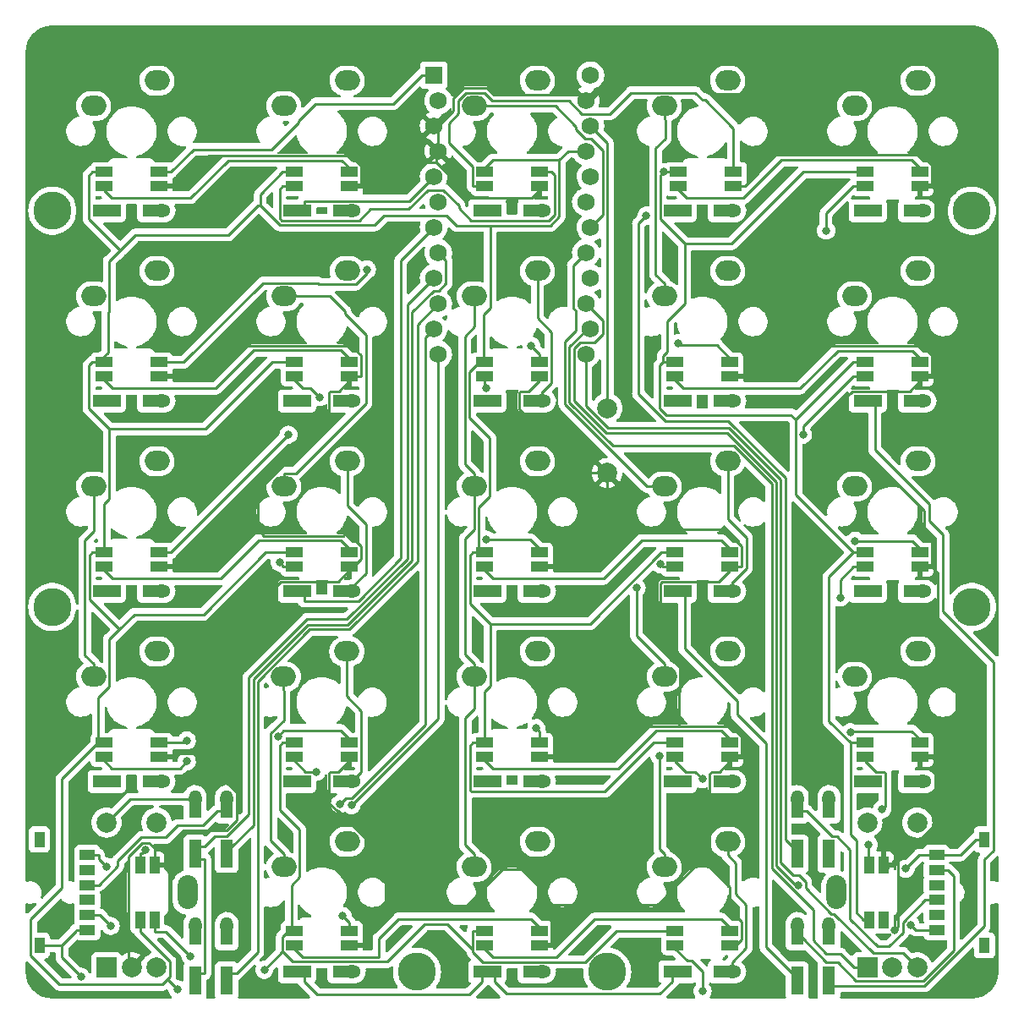
<source format=gbl>
G04 #@! TF.GenerationSoftware,KiCad,Pcbnew,(6.0.7)*
G04 #@! TF.CreationDate,2022-09-23T02:39:01+09:00*
G04 #@! TF.ProjectId,xipher_kbd_nohot,78697068-6572-45f6-9b62-645f6e6f686f,rev?*
G04 #@! TF.SameCoordinates,Original*
G04 #@! TF.FileFunction,Copper,L2,Bot*
G04 #@! TF.FilePolarity,Positive*
%FSLAX46Y46*%
G04 Gerber Fmt 4.6, Leading zero omitted, Abs format (unit mm)*
G04 Created by KiCad (PCBNEW (6.0.7)) date 2022-09-23 02:39:01*
%MOMM*%
%LPD*%
G01*
G04 APERTURE LIST*
G04 #@! TA.AperFunction,ComponentPad*
%ADD10R,1.752600X1.752600*%
G04 #@! TD*
G04 #@! TA.AperFunction,ComponentPad*
%ADD11C,1.752600*%
G04 #@! TD*
G04 #@! TA.AperFunction,ComponentPad*
%ADD12O,2.500000X2.000000*%
G04 #@! TD*
G04 #@! TA.AperFunction,ComponentPad*
%ADD13C,3.800000*%
G04 #@! TD*
G04 #@! TA.AperFunction,ComponentPad*
%ADD14R,2.000000X2.000000*%
G04 #@! TD*
G04 #@! TA.AperFunction,ComponentPad*
%ADD15C,2.000000*%
G04 #@! TD*
G04 #@! TA.AperFunction,ComponentPad*
%ADD16O,2.000000X3.400000*%
G04 #@! TD*
G04 #@! TA.AperFunction,ComponentPad*
%ADD17R,1.300000X1.778000*%
G04 #@! TD*
G04 #@! TA.AperFunction,SMDPad,CuDef*
%ADD18R,1.300000X1.400000*%
G04 #@! TD*
G04 #@! TA.AperFunction,ComponentPad*
%ADD19O,1.300000X1.778000*%
G04 #@! TD*
G04 #@! TA.AperFunction,ComponentPad*
%ADD20R,1.778000X1.300000*%
G04 #@! TD*
G04 #@! TA.AperFunction,SMDPad,CuDef*
%ADD21R,1.400000X1.300000*%
G04 #@! TD*
G04 #@! TA.AperFunction,ComponentPad*
%ADD22O,1.778000X1.300000*%
G04 #@! TD*
G04 #@! TA.AperFunction,SMDPad,CuDef*
%ADD23R,1.700000X1.000000*%
G04 #@! TD*
G04 #@! TA.AperFunction,SMDPad,CuDef*
%ADD24R,1.600000X1.000000*%
G04 #@! TD*
G04 #@! TA.AperFunction,SMDPad,CuDef*
%ADD25R,1.100000X1.600000*%
G04 #@! TD*
G04 #@! TA.AperFunction,SMDPad,CuDef*
%ADD26R,1.000000X1.700000*%
G04 #@! TD*
G04 #@! TA.AperFunction,ViaPad*
%ADD27C,0.800000*%
G04 #@! TD*
G04 #@! TA.AperFunction,Conductor*
%ADD28C,0.250000*%
G04 #@! TD*
G04 APERTURE END LIST*
D10*
X73113900Y-37229200D03*
D11*
X73571100Y-39769200D03*
X73113900Y-42309200D03*
X73571100Y-44849200D03*
X73113900Y-47389200D03*
X73571100Y-49929200D03*
X73113900Y-52469200D03*
X73571100Y-55009200D03*
X73113900Y-57549200D03*
X73571100Y-60089200D03*
X73113900Y-62629200D03*
X73571100Y-65169200D03*
X88353900Y-65169200D03*
X88811100Y-62629200D03*
X88353900Y-60089200D03*
X88811100Y-57549200D03*
X88353900Y-55009200D03*
X88811100Y-52469200D03*
X88353900Y-49929200D03*
X88811100Y-47389200D03*
X88353900Y-44849200D03*
X88811100Y-42309200D03*
X88353900Y-39769200D03*
X88811100Y-37229200D03*
D12*
X77152500Y-97472500D03*
X83502500Y-94932500D03*
X39052500Y-59372500D03*
X45402500Y-56832500D03*
D13*
X127000000Y-90487500D03*
D12*
X115252500Y-40322500D03*
X121602500Y-37782500D03*
D13*
X127000000Y-50800000D03*
X34925000Y-50800000D03*
D12*
X39052500Y-40322500D03*
X45402500Y-37782500D03*
X115252500Y-59372500D03*
X121602500Y-56832500D03*
X96202500Y-59372500D03*
X102552500Y-56832500D03*
X96202500Y-78422500D03*
X102552500Y-75882500D03*
D13*
X71437500Y-127000000D03*
D12*
X96202500Y-40322500D03*
X102552500Y-37782500D03*
X58070000Y-97472500D03*
X64420000Y-94932500D03*
D13*
X90487500Y-127000000D03*
D12*
X77151400Y-116522500D03*
X83501400Y-113982500D03*
X96202500Y-116522500D03*
X102552500Y-113982500D03*
X77152500Y-40322500D03*
X83502500Y-37782500D03*
X96202500Y-97472500D03*
X102552500Y-94932500D03*
X58102500Y-59372500D03*
X64452500Y-56832500D03*
D14*
X116537500Y-126562500D03*
D15*
X121537500Y-126562500D03*
X119037500Y-126562500D03*
D16*
X113437500Y-119062500D03*
D15*
X121537500Y-112062500D03*
X116537500Y-112062500D03*
D12*
X39052500Y-78422500D03*
X45402500Y-75882500D03*
X115252500Y-97472500D03*
X121602500Y-94932500D03*
X58102500Y-78422500D03*
X64452500Y-75882500D03*
D13*
X34925000Y-90487500D03*
D12*
X58101400Y-116522500D03*
X64451400Y-113982500D03*
X58102500Y-40322500D03*
X64452500Y-37782500D03*
X39052500Y-97472500D03*
X45402500Y-94932500D03*
X77152500Y-78422500D03*
X83502500Y-75882500D03*
X77152500Y-59372500D03*
X83502500Y-56832500D03*
X115252500Y-78422500D03*
X121602500Y-75882500D03*
D14*
X40362500Y-126562500D03*
D15*
X45362500Y-126562500D03*
X42862500Y-126562500D03*
D16*
X48462500Y-119062500D03*
D15*
X45362500Y-112062500D03*
X40362500Y-112062500D03*
D17*
X109512500Y-128412500D03*
D18*
X109512500Y-127187500D03*
D19*
X109512500Y-122412500D03*
D18*
X109512500Y-123637500D03*
D20*
X58912500Y-50800000D03*
D21*
X60137500Y-50800000D03*
D22*
X64912500Y-50800000D03*
D21*
X63687500Y-50800000D03*
D23*
X40112500Y-46925000D03*
X40112500Y-48325000D03*
X45612500Y-48325000D03*
X45612500Y-46925000D03*
D17*
X109512500Y-115712500D03*
D18*
X109512500Y-114487500D03*
X109512500Y-110937500D03*
D19*
X109512500Y-109712500D03*
D15*
X90487500Y-70568700D03*
X90487500Y-77068700D03*
D20*
X77962500Y-127000000D03*
D21*
X79187500Y-127000000D03*
D22*
X83962500Y-127000000D03*
D21*
X82737500Y-127000000D03*
D20*
X97012500Y-50800000D03*
D21*
X98237500Y-50800000D03*
D22*
X103012500Y-50800000D03*
D21*
X101787500Y-50800000D03*
D17*
X49212500Y-115712500D03*
D18*
X49212500Y-114487500D03*
D19*
X49212500Y-109712500D03*
D18*
X49212500Y-110937500D03*
D21*
X117287500Y-88900000D03*
D20*
X116062500Y-88900000D03*
D22*
X122062500Y-88900000D03*
D21*
X120837500Y-88900000D03*
D23*
X78212500Y-122925000D03*
X78212500Y-124325000D03*
X83712500Y-124325000D03*
X83712500Y-122925000D03*
D21*
X117287500Y-107950000D03*
D20*
X116062500Y-107950000D03*
D21*
X120837500Y-107950000D03*
D22*
X122062500Y-107950000D03*
D23*
X78212500Y-46925000D03*
X78212500Y-48325000D03*
X83712500Y-48325000D03*
X83712500Y-46925000D03*
X59162500Y-85025000D03*
X59162500Y-86425000D03*
X64662500Y-86425000D03*
X64662500Y-85025000D03*
X40112500Y-85025000D03*
X40112500Y-86425000D03*
X45612500Y-86425000D03*
X45612500Y-85025000D03*
D20*
X97012500Y-107950000D03*
D21*
X98237500Y-107950000D03*
D22*
X103012500Y-107950000D03*
D21*
X101787500Y-107950000D03*
X41087500Y-50800000D03*
D20*
X39862500Y-50800000D03*
D22*
X45862500Y-50800000D03*
D21*
X44637500Y-50800000D03*
D24*
X123462500Y-122812500D03*
X123462500Y-121312500D03*
X123462500Y-118312500D03*
X123462500Y-116812500D03*
D25*
X128262500Y-113762500D03*
D24*
X123462500Y-115312500D03*
D25*
X128262500Y-124362500D03*
D24*
X123462500Y-119812500D03*
D20*
X77962500Y-50800000D03*
D21*
X79187500Y-50800000D03*
D22*
X83962500Y-50800000D03*
D21*
X82737500Y-50800000D03*
X41087500Y-88900000D03*
D20*
X39862500Y-88900000D03*
D22*
X45862500Y-88900000D03*
D21*
X44637500Y-88900000D03*
D23*
X59162500Y-104075000D03*
X59162500Y-105475000D03*
X64662500Y-105475000D03*
X64662500Y-104075000D03*
D20*
X77962500Y-88900000D03*
D21*
X79187500Y-88900000D03*
X82737500Y-88900000D03*
D22*
X83962500Y-88900000D03*
D23*
X59162500Y-122925000D03*
X59162500Y-124325000D03*
X64662500Y-124325000D03*
X64662500Y-122925000D03*
X78212500Y-65975000D03*
X78212500Y-67375000D03*
X83712500Y-67375000D03*
X83712500Y-65975000D03*
D17*
X49212500Y-128412500D03*
D18*
X49212500Y-127187500D03*
X49212500Y-123637500D03*
D19*
X49212500Y-122412500D03*
D20*
X77962500Y-69850000D03*
D21*
X79187500Y-69850000D03*
D22*
X83962500Y-69850000D03*
D21*
X82737500Y-69850000D03*
D24*
X38437500Y-115312500D03*
X38437500Y-116812500D03*
X38437500Y-119812500D03*
X38437500Y-121312500D03*
D25*
X33637500Y-124362500D03*
D24*
X38437500Y-122812500D03*
D25*
X33637500Y-113762500D03*
D24*
X38437500Y-118312500D03*
D23*
X97262500Y-85025000D03*
X97262500Y-86425000D03*
X102762500Y-86425000D03*
X102762500Y-85025000D03*
D18*
X112687500Y-114487500D03*
D17*
X112687500Y-115712500D03*
D19*
X112687500Y-109712500D03*
D18*
X112687500Y-110937500D03*
D23*
X116312500Y-85025000D03*
X116312500Y-86425000D03*
X121812500Y-86425000D03*
X121812500Y-85025000D03*
X40112500Y-104075000D03*
X40112500Y-105475000D03*
X45612500Y-105475000D03*
X45612500Y-104075000D03*
D21*
X98237500Y-127000000D03*
D20*
X97012500Y-127000000D03*
D22*
X103012500Y-127000000D03*
D21*
X101787500Y-127000000D03*
D20*
X97012500Y-69850000D03*
D21*
X98237500Y-69850000D03*
X101787500Y-69850000D03*
D22*
X103012500Y-69850000D03*
D20*
X58912500Y-107950000D03*
D21*
X60137500Y-107950000D03*
X63687500Y-107950000D03*
D22*
X64912500Y-107950000D03*
D26*
X116750000Y-121812500D03*
X118150000Y-121812500D03*
X118150000Y-116312500D03*
X116750000Y-116312500D03*
D23*
X97262500Y-104075000D03*
X97262500Y-105475000D03*
X102762500Y-105475000D03*
X102762500Y-104075000D03*
X116312500Y-46925000D03*
X116312500Y-48325000D03*
X121812500Y-48325000D03*
X121812500Y-46925000D03*
X97631300Y-46925000D03*
X97631300Y-48325000D03*
X103131300Y-48325000D03*
X103131300Y-46925000D03*
X59162500Y-46925000D03*
X59162500Y-48325000D03*
X64662500Y-48325000D03*
X64662500Y-46925000D03*
D21*
X60137500Y-88900000D03*
D20*
X58912500Y-88900000D03*
D21*
X63687500Y-88900000D03*
D22*
X64912500Y-88900000D03*
D20*
X77962500Y-107950000D03*
D21*
X79187500Y-107950000D03*
X82737500Y-107950000D03*
D22*
X83962500Y-107950000D03*
D21*
X41087500Y-107950000D03*
D20*
X39862500Y-107950000D03*
D21*
X44637500Y-107950000D03*
D22*
X45862500Y-107950000D03*
D20*
X58912500Y-69850000D03*
D21*
X60137500Y-69850000D03*
X63687500Y-69850000D03*
D22*
X64912500Y-69850000D03*
D23*
X59162500Y-65975000D03*
X59162500Y-67375000D03*
X64662500Y-67375000D03*
X64662500Y-65975000D03*
X116312500Y-104075000D03*
X116312500Y-105475000D03*
X121812500Y-105475000D03*
X121812500Y-104075000D03*
D21*
X60137500Y-127000000D03*
D20*
X58912500Y-127000000D03*
D22*
X64912500Y-127000000D03*
D21*
X63687500Y-127000000D03*
D20*
X97012500Y-88900000D03*
D21*
X98237500Y-88900000D03*
D22*
X103012500Y-88900000D03*
D21*
X101787500Y-88900000D03*
D23*
X116312500Y-65975000D03*
X116312500Y-67375000D03*
X121812500Y-67375000D03*
X121812500Y-65975000D03*
D17*
X112687500Y-128412500D03*
D18*
X112687500Y-127187500D03*
D19*
X112687500Y-122412500D03*
D18*
X112687500Y-123637500D03*
D20*
X39862500Y-69850000D03*
D21*
X41087500Y-69850000D03*
D22*
X45862500Y-69850000D03*
D21*
X44637500Y-69850000D03*
X117287500Y-69850000D03*
D20*
X116062500Y-69850000D03*
D21*
X120837500Y-69850000D03*
D22*
X122062500Y-69850000D03*
D23*
X40112500Y-65975000D03*
X40112500Y-67375000D03*
X45612500Y-67375000D03*
X45612500Y-65975000D03*
D26*
X43750000Y-121812500D03*
X45150000Y-121812500D03*
X45150000Y-116312500D03*
X43750000Y-116312500D03*
D23*
X78212500Y-85025000D03*
X78212500Y-86425000D03*
X83712500Y-86425000D03*
X83712500Y-85025000D03*
X97262500Y-65975000D03*
X97262500Y-67375000D03*
X102762500Y-67375000D03*
X102762500Y-65975000D03*
X78212500Y-104075000D03*
X78212500Y-105475000D03*
X83712500Y-105475000D03*
X83712500Y-104075000D03*
X97262500Y-122925000D03*
X97262500Y-124325000D03*
X102762500Y-124325000D03*
X102762500Y-122925000D03*
D18*
X52387500Y-127187500D03*
D17*
X52387500Y-128412500D03*
D18*
X52387500Y-123637500D03*
D19*
X52387500Y-122412500D03*
D17*
X52387500Y-115712500D03*
D18*
X52387500Y-114487500D03*
X52387500Y-110937500D03*
D19*
X52387500Y-109712500D03*
D21*
X117287500Y-50800000D03*
D20*
X116062500Y-50800000D03*
D22*
X122062500Y-50800000D03*
D21*
X120837500Y-50800000D03*
D27*
X94418700Y-51287500D03*
X40361200Y-116482000D03*
X40769900Y-122412500D03*
X120865299Y-122309199D03*
X93431300Y-88550100D03*
X95733600Y-105402500D03*
X63741500Y-110182100D03*
X37798600Y-127499200D03*
X109630000Y-118314900D03*
X120364000Y-116681250D03*
X64890800Y-110326700D03*
X112177900Y-72017800D03*
X119280800Y-122819000D03*
X64414400Y-82526200D03*
X66428800Y-56676300D03*
X112408500Y-52790700D03*
X61684000Y-69462500D03*
X82898800Y-64342600D03*
X97556600Y-64087700D03*
X78413800Y-68537500D03*
X58568600Y-73222600D03*
X110098300Y-73222600D03*
X57678700Y-86015000D03*
X78372600Y-83730000D03*
X115319800Y-83849900D03*
X95801800Y-86181600D03*
X113819400Y-89523900D03*
X48394100Y-103841800D03*
X57517900Y-103430000D03*
X48394100Y-105939300D03*
X61379400Y-106974800D03*
X83386300Y-102601200D03*
X100012500Y-107702500D03*
X114835700Y-103015900D03*
X44254200Y-114805700D03*
X118009900Y-110737400D03*
X63998800Y-121409500D03*
X48756500Y-125419000D03*
X116681250Y-114300000D03*
X100039000Y-128931700D03*
X47456200Y-128756300D03*
X96125600Y-46927500D03*
X56156125Y-126799875D03*
D28*
X73113900Y-37229200D02*
X71912500Y-37229200D01*
X61306900Y-40105600D02*
X69036100Y-40105600D01*
X56882400Y-44652800D02*
X59587400Y-41947800D01*
X59587400Y-41825100D02*
X61306900Y-40105600D01*
X49059800Y-44652800D02*
X56882400Y-44652800D01*
X46787600Y-46925000D02*
X49059800Y-44652800D01*
X59587400Y-41947800D02*
X59587400Y-41825100D01*
X45612500Y-46925000D02*
X46787600Y-46925000D01*
X69036100Y-40105600D02*
X71912500Y-37229200D01*
X90487500Y-70568700D02*
X90487500Y-43985600D01*
X90487500Y-43985600D02*
X88811100Y-42309200D01*
X109025000Y-127187500D02*
X109035900Y-127198400D01*
X60137500Y-89875100D02*
X65555500Y-89875100D01*
X116062500Y-88900000D02*
X117287500Y-88900000D01*
X79187500Y-88900000D02*
X77962500Y-88900000D01*
X109512500Y-128412500D02*
X109512500Y-127198400D01*
X103509500Y-101287600D02*
X106367700Y-104145800D01*
X69819200Y-55763900D02*
X73113900Y-52469200D01*
X98237500Y-88900000D02*
X98237500Y-94642300D01*
X58912500Y-88900000D02*
X60137500Y-88900000D01*
X65555500Y-89875100D02*
X69819200Y-85611400D01*
X69819200Y-85611400D02*
X69819200Y-55763900D01*
X106367700Y-124530200D02*
X109025000Y-127187500D01*
X109512500Y-127187500D02*
X109025000Y-127187500D01*
X106367700Y-104145800D02*
X106367700Y-124530200D01*
X39862500Y-88900000D02*
X41087500Y-88900000D01*
X109035900Y-127198400D02*
X109512500Y-127198400D01*
X103509500Y-99914300D02*
X103509500Y-101287600D01*
X98237500Y-88900000D02*
X97012500Y-88900000D01*
X60137500Y-88900000D02*
X60137500Y-89875100D01*
X98237500Y-94642300D02*
X103509500Y-99914300D01*
X104422100Y-86608500D02*
X104422100Y-83557300D01*
X103105700Y-87924900D02*
X104422100Y-86608500D01*
X103012500Y-88900000D02*
X103012500Y-87924900D01*
X103012500Y-87924900D02*
X103105700Y-87924900D01*
X104422100Y-83557300D02*
X102552500Y-81687700D01*
X102552500Y-81687700D02*
X102552500Y-75882500D01*
X101787500Y-88900000D02*
X103012500Y-88900000D01*
X120837500Y-88900000D02*
X122062500Y-88900000D01*
X109035900Y-114498400D02*
X109512500Y-114498400D01*
X79187500Y-50800000D02*
X77962500Y-50800000D01*
X108312500Y-113775000D02*
X108312500Y-77559200D01*
X73113900Y-47389200D02*
X70678200Y-49824900D01*
X98237500Y-50800000D02*
X97012500Y-50800000D01*
X58912500Y-50800000D02*
X60126600Y-50800000D01*
X60137500Y-50800000D02*
X60137500Y-50312400D01*
X60137500Y-50312400D02*
X60126600Y-50323300D01*
X109512500Y-115712500D02*
X109512500Y-114498400D01*
X39862500Y-50800000D02*
X41087500Y-50800000D01*
X70678200Y-49824900D02*
X60137500Y-49824900D01*
X109025000Y-114487500D02*
X108312500Y-113775000D01*
X60126600Y-50323300D02*
X60126600Y-50800000D01*
X109512500Y-114487500D02*
X109025000Y-114487500D01*
X116062500Y-50800000D02*
X117287500Y-50800000D01*
X93613800Y-52092400D02*
X94418700Y-51287500D01*
X96325500Y-71829200D02*
X93613800Y-69117500D01*
X109025000Y-114487500D02*
X109035900Y-114498400D01*
X93613800Y-69117500D02*
X93613800Y-52092400D01*
X60137500Y-50312400D02*
X60137500Y-49824900D01*
X102582500Y-71829200D02*
X96325500Y-71829200D01*
X108312500Y-77559200D02*
X102582500Y-71829200D01*
X110000100Y-110937500D02*
X110487600Y-110937500D01*
X110000100Y-110937500D02*
X109989200Y-110926600D01*
X120089700Y-122060200D02*
X120089700Y-123074500D01*
X122337400Y-119812500D02*
X120089700Y-122060200D01*
X114793800Y-114783400D02*
X113472700Y-113462300D01*
X109989200Y-110926600D02*
X109512500Y-110926600D01*
X118691200Y-124473000D02*
X117571000Y-124473000D01*
X117571000Y-124473000D02*
X114793800Y-121695800D01*
X120089700Y-123074500D02*
X118691200Y-124473000D01*
X109512500Y-110937500D02*
X110000100Y-110937500D01*
X113472700Y-113462300D02*
X113012400Y-113462300D01*
X113012400Y-113462300D02*
X110487600Y-110937500D01*
X123462500Y-119812500D02*
X122337400Y-119812500D01*
X109512500Y-109712500D02*
X109512500Y-110926600D01*
X114793800Y-121695800D02*
X114793800Y-114783400D01*
X110000100Y-123637500D02*
X109989200Y-123626600D01*
X124587600Y-116812500D02*
X125167400Y-117392300D01*
X112446800Y-126084200D02*
X110000100Y-123637500D01*
X122149600Y-127887700D02*
X115395600Y-127887700D01*
X109512500Y-122412500D02*
X109512500Y-123626600D01*
X109512500Y-123637500D02*
X110000100Y-123637500D01*
X113592100Y-126084200D02*
X112446800Y-126084200D01*
X109989200Y-123626600D02*
X109512500Y-123626600D01*
X115395600Y-127887700D02*
X113592100Y-126084200D01*
X125167400Y-117392300D02*
X125167400Y-124869900D01*
X125167400Y-124869900D02*
X122149600Y-127887700D01*
X123462500Y-116812500D02*
X124587600Y-116812500D01*
X79187500Y-107950000D02*
X77962500Y-107950000D01*
X60518100Y-92260400D02*
X64498900Y-92260400D01*
X70930500Y-85828800D02*
X70930500Y-60975500D01*
X39862500Y-107950000D02*
X41087500Y-107950000D01*
X98237500Y-107950000D02*
X97012500Y-107950000D01*
X55063000Y-112299600D02*
X55063000Y-97715500D01*
X74351300Y-58101300D02*
X74351300Y-55789400D01*
X60137500Y-107950000D02*
X58912500Y-107950000D01*
X70930500Y-60975500D02*
X73086800Y-58819200D01*
X73633400Y-58819200D02*
X74351300Y-58101300D01*
X52875100Y-114487500D02*
X55063000Y-112299600D01*
X74351300Y-55789400D02*
X73571100Y-55009200D01*
X52387500Y-114487500D02*
X52875100Y-114487500D01*
X64498900Y-92260400D02*
X70930500Y-85828800D01*
X55063000Y-97715500D02*
X60518100Y-92260400D01*
X52864200Y-114498400D02*
X52875100Y-114487500D01*
X52387500Y-115712500D02*
X52387500Y-114498400D01*
X73086800Y-58819200D02*
X73633400Y-58819200D01*
X116062500Y-107950000D02*
X117287500Y-107950000D01*
X52387500Y-114498400D02*
X52864200Y-114498400D01*
X49212500Y-109712500D02*
X42712500Y-109712500D01*
X49212500Y-110937500D02*
X49212500Y-109712500D01*
X42712500Y-109712500D02*
X40362500Y-112062500D01*
X64912500Y-107573300D02*
X64712600Y-107773200D01*
X64420000Y-99421400D02*
X64420000Y-94932500D01*
X64712600Y-107773200D02*
X64712600Y-107950000D01*
X64912500Y-107573300D02*
X65282850Y-107573300D01*
X65881250Y-100882650D02*
X64420000Y-99421400D01*
X65282850Y-107573300D02*
X65881250Y-106974900D01*
X63687500Y-107950000D02*
X64712600Y-107950000D01*
X65881250Y-106974900D02*
X65881250Y-100882650D01*
X64912500Y-107950000D02*
X64912500Y-107573300D01*
X83962500Y-107950000D02*
X82737500Y-107950000D01*
X101787500Y-107950000D02*
X103012500Y-107950000D01*
X112687500Y-110937500D02*
X112687500Y-109712500D01*
X55513100Y-97902000D02*
X60704600Y-92710500D01*
X64685400Y-92710500D02*
X71487400Y-85908500D01*
X52387500Y-128412500D02*
X52387500Y-127187500D01*
X71487400Y-62172900D02*
X73571100Y-60089200D01*
X60704600Y-92710500D02*
X64685400Y-92710500D01*
X53362600Y-127187500D02*
X55513100Y-125037000D01*
X71487400Y-85908500D02*
X71487400Y-62172900D01*
X55513100Y-125037000D02*
X55513100Y-97902000D01*
X52387500Y-127187500D02*
X53362600Y-127187500D01*
X39562600Y-115312500D02*
X39562600Y-115683400D01*
X38437500Y-115312500D02*
X39562600Y-115312500D01*
X52387500Y-122412500D02*
X52387500Y-123637500D01*
X39562600Y-115683400D02*
X40361200Y-116482000D01*
X52387500Y-110937500D02*
X51412400Y-110937500D01*
X38437500Y-118312500D02*
X39562600Y-118312500D01*
X51412400Y-110937500D02*
X49982900Y-112367000D01*
X43841500Y-113556100D02*
X41484200Y-115913400D01*
X41484200Y-115913400D02*
X41484200Y-116390900D01*
X47477000Y-112367000D02*
X46287900Y-113556100D01*
X52387500Y-109712500D02*
X52387500Y-110937500D01*
X49982900Y-112367000D02*
X47477000Y-112367000D01*
X41484200Y-116390900D02*
X39562600Y-118312500D01*
X46287900Y-113556100D02*
X43841500Y-113556100D01*
X95759900Y-129227700D02*
X80440100Y-129227700D01*
X49212500Y-128412500D02*
X49212500Y-127187500D01*
X70480400Y-60182700D02*
X73113900Y-57549200D01*
X50187600Y-127187500D02*
X50187600Y-115712500D01*
X80440100Y-129227700D02*
X79187500Y-127975100D01*
X64444100Y-91678600D02*
X70480400Y-85642300D01*
X112687500Y-115712500D02*
X112687500Y-114487500D01*
X51223000Y-113452100D02*
X52418700Y-113452100D01*
X97012500Y-127975100D02*
X95759900Y-129227700D01*
X97012500Y-127487500D02*
X97212400Y-127287600D01*
X60463300Y-91678600D02*
X64444100Y-91678600D01*
X54612800Y-97529100D02*
X60463300Y-91678600D01*
X49212500Y-114487500D02*
X50187600Y-114487500D01*
X97212400Y-127287600D02*
X97212400Y-127000000D01*
X97012500Y-127000000D02*
X97012500Y-127487500D01*
X70480400Y-85642300D02*
X70480400Y-60182700D01*
X50187600Y-114487500D02*
X51223000Y-113452100D01*
X52418700Y-113452100D02*
X54612800Y-111258000D01*
X54612800Y-111258000D02*
X54612800Y-97529100D01*
X76666500Y-129271100D02*
X77962500Y-127975100D01*
X98237500Y-127000000D02*
X97212400Y-127000000D01*
X97012500Y-127487500D02*
X97012500Y-127975100D01*
X60137500Y-127975100D02*
X61433500Y-129271100D01*
X79187500Y-127000000D02*
X77962500Y-127000000D01*
X60137500Y-127000000D02*
X60137500Y-127975100D01*
X61433500Y-129271100D02*
X76666500Y-129271100D01*
X58912500Y-127000000D02*
X60137500Y-127000000D01*
X79187500Y-127000000D02*
X79187500Y-127975100D01*
X77962500Y-127000000D02*
X77962500Y-127975100D01*
X49212500Y-114487500D02*
X49212500Y-115712500D01*
X49212500Y-115712500D02*
X50187600Y-115712500D01*
X49212500Y-127187500D02*
X50187600Y-127187500D01*
X49212500Y-122412500D02*
X49212500Y-123637500D01*
X38437500Y-121312500D02*
X39669900Y-121312500D01*
X39669900Y-121312500D02*
X40769900Y-122412500D01*
X63687500Y-127000000D02*
X64912500Y-127000000D01*
X82737500Y-127000000D02*
X83962500Y-127000000D01*
X103351500Y-119210500D02*
X103351500Y-116106600D01*
X104405800Y-120264800D02*
X103351500Y-119210500D01*
X104405800Y-124631600D02*
X104405800Y-120264800D01*
X103012500Y-127000000D02*
X103012500Y-126024900D01*
X101787500Y-127000000D02*
X103012500Y-127000000D01*
X103351500Y-116106600D02*
X102552500Y-115307600D01*
X102552500Y-113982500D02*
X102552500Y-115307600D01*
X103012500Y-126024900D02*
X104405800Y-124631600D01*
X117287500Y-74755800D02*
X117287500Y-69850000D01*
X129137700Y-114862300D02*
X129137700Y-95982500D01*
X122708700Y-80177000D02*
X117287500Y-74755800D01*
X122261500Y-128412500D02*
X128237300Y-122436700D01*
X128237300Y-115762700D02*
X129137700Y-114862300D01*
X128237300Y-122436700D02*
X128237300Y-115762700D01*
X60137500Y-69850000D02*
X58912500Y-69850000D01*
X124109400Y-90954200D02*
X124109400Y-83253900D01*
X39862500Y-69850000D02*
X41087500Y-69850000D01*
X112687500Y-128412500D02*
X122261500Y-128412500D01*
X112687500Y-127187500D02*
X112687500Y-128412500D01*
X129137700Y-95982500D02*
X124109400Y-90954200D01*
X98237500Y-69850000D02*
X97012500Y-69850000D01*
X116062500Y-69850000D02*
X117287500Y-69850000D01*
X79187500Y-69850000D02*
X77962500Y-69850000D01*
X124109400Y-83253900D02*
X122708700Y-81853200D01*
X122708700Y-81853200D02*
X122708700Y-80177000D01*
X112687500Y-123637500D02*
X112687500Y-122412500D01*
X121368600Y-122812500D02*
X123462500Y-122812500D01*
X120865299Y-122309199D02*
X121368600Y-122812500D01*
X44637500Y-50800000D02*
X45862500Y-50800000D01*
X63687500Y-50800000D02*
X64912500Y-50800000D01*
X82737500Y-50800000D02*
X83962500Y-50800000D01*
X101787500Y-50800000D02*
X103012500Y-50800000D01*
X120837500Y-50800000D02*
X122062500Y-50800000D01*
X44637500Y-69850000D02*
X45862500Y-69850000D01*
X64912500Y-69850000D02*
X63687500Y-69850000D01*
X82737500Y-69850000D02*
X83962500Y-69850000D01*
X83962500Y-69850000D02*
X83962500Y-68874900D01*
X83502500Y-61574300D02*
X83502500Y-58157600D01*
X83962500Y-68874900D02*
X84084400Y-68874900D01*
X84892200Y-62964000D02*
X83502500Y-61574300D01*
X83502500Y-56832500D02*
X83502500Y-58157600D01*
X84892200Y-68067100D02*
X84892200Y-62964000D01*
X84084400Y-68874900D02*
X84892200Y-68067100D01*
X103012500Y-69850000D02*
X101787500Y-69850000D01*
X120837500Y-69850000D02*
X122062500Y-69850000D01*
X44637500Y-88900000D02*
X45862500Y-88900000D01*
X64452500Y-80302500D02*
X64452500Y-77207600D01*
X64712600Y-88686500D02*
X64912500Y-88486600D01*
X64912500Y-88900000D02*
X64912500Y-88486600D01*
X64712600Y-88900000D02*
X64712600Y-88686500D01*
X66319200Y-82169200D02*
X64452500Y-80302500D01*
X64452500Y-75882500D02*
X64452500Y-77207600D01*
X66319200Y-87079900D02*
X66319200Y-82169200D01*
X63687500Y-88900000D02*
X64712600Y-88900000D01*
X64912500Y-88486600D02*
X66319200Y-87079900D01*
X83962500Y-88900000D02*
X82737500Y-88900000D01*
X38195800Y-83814400D02*
X39118000Y-82892200D01*
X39118000Y-79813100D02*
X39052500Y-79747600D01*
X39052500Y-96147400D02*
X38195800Y-95290700D01*
X38195800Y-95290700D02*
X38195800Y-83814400D01*
X39052500Y-78422500D02*
X39052500Y-79747600D01*
X39118000Y-82892200D02*
X39118000Y-79813100D01*
X39052500Y-97472500D02*
X39052500Y-96147400D01*
X58102500Y-116522500D02*
X58102500Y-115197400D01*
X58102500Y-78422500D02*
X58102500Y-77097400D01*
X59296100Y-77097400D02*
X58102500Y-77097400D01*
X58070000Y-97472500D02*
X58070000Y-98797600D01*
X56792800Y-113887700D02*
X58102500Y-115197400D01*
X64237700Y-61137600D02*
X66334200Y-63234100D01*
X56792800Y-103129700D02*
X56792800Y-113887700D01*
X58114200Y-101808300D02*
X56792800Y-103129700D01*
X62721000Y-59372500D02*
X64237700Y-60889200D01*
X58114200Y-98841800D02*
X58114200Y-101808300D01*
X66334200Y-70059300D02*
X59296100Y-77097400D01*
X58070000Y-98797600D02*
X58114200Y-98841800D01*
X64237700Y-60889200D02*
X64237700Y-61137600D01*
X58102500Y-59372500D02*
X62721000Y-59372500D01*
X66334200Y-63234100D02*
X66334200Y-70059300D01*
X76269300Y-101581800D02*
X76269300Y-114314200D01*
X76278200Y-83636600D02*
X76278200Y-95273100D01*
X77152500Y-97472500D02*
X77152500Y-98797600D01*
X77152500Y-78422500D02*
X77152500Y-77759900D01*
X87361600Y-42623200D02*
X87361600Y-42376600D01*
X77152500Y-60697600D02*
X77180000Y-60725100D01*
X87361600Y-42376600D02*
X85307500Y-40322500D01*
X77152500Y-77759900D02*
X77180000Y-77787400D01*
X90035500Y-51244800D02*
X90035500Y-44776400D01*
X77152500Y-98797600D02*
X77228800Y-98873900D01*
X88317600Y-43579200D02*
X87361600Y-42623200D01*
X77152500Y-59372500D02*
X77152500Y-60697600D01*
X90035500Y-44776400D02*
X88838300Y-43579200D01*
X77152500Y-116522500D02*
X77152500Y-115197400D01*
X76240900Y-63357600D02*
X76240900Y-76185800D01*
X77228800Y-100622300D02*
X76269300Y-101581800D01*
X77152500Y-97472500D02*
X77152500Y-96147400D01*
X77180000Y-77787400D02*
X77180000Y-82734800D01*
X77180000Y-82734800D02*
X76278200Y-83636600D01*
X85307500Y-40322500D02*
X77152500Y-40322500D01*
X77180000Y-62418500D02*
X76240900Y-63357600D01*
X76269300Y-114314200D02*
X77152500Y-115197400D01*
X77152500Y-77759900D02*
X77152500Y-77097400D01*
X76278200Y-95273100D02*
X77152500Y-96147400D01*
X88838300Y-43579200D02*
X88317600Y-43579200D01*
X76240900Y-76185800D02*
X77152500Y-77097400D01*
X77180000Y-60725100D02*
X77180000Y-62418500D01*
X77228800Y-98873900D02*
X77228800Y-100622300D01*
X88811100Y-52469200D02*
X90035500Y-51244800D01*
X93431300Y-93376200D02*
X93431300Y-88550100D01*
X87330700Y-60815500D02*
X87330700Y-62836400D01*
X96202500Y-41647600D02*
X96286000Y-41731100D01*
X96202500Y-116522500D02*
X96202500Y-115197400D01*
X87094200Y-56268900D02*
X87094200Y-60579000D01*
X94490400Y-78422500D02*
X94627400Y-78422500D01*
X88353900Y-55009200D02*
X87094200Y-56268900D01*
X95733600Y-114728500D02*
X96202500Y-115197400D01*
X95335900Y-44531600D02*
X95335900Y-57180800D01*
X87094200Y-60579000D02*
X87330700Y-60815500D01*
X86244300Y-70176400D02*
X94490400Y-78422500D01*
X96286000Y-41731100D02*
X96286000Y-43581500D01*
X86244300Y-63922800D02*
X86244300Y-70176400D01*
X95335900Y-57180800D02*
X96202500Y-58047400D01*
X96202500Y-97472500D02*
X96202500Y-96147400D01*
X95733600Y-105402500D02*
X95733600Y-114728500D01*
X96202500Y-96147400D02*
X93431300Y-93376200D01*
X96202500Y-59372500D02*
X96202500Y-58047400D01*
X96202500Y-40322500D02*
X96202500Y-41647600D01*
X96202500Y-78422500D02*
X94627400Y-78422500D01*
X96286000Y-43581500D02*
X95335900Y-44531600D01*
X87330700Y-62836400D02*
X86244300Y-63922800D01*
X72280800Y-63462300D02*
X73113900Y-62629200D01*
X72280800Y-102223600D02*
X72280800Y-63462300D01*
X63741500Y-110182100D02*
X64322000Y-109601600D01*
X64902800Y-109601600D02*
X72280800Y-102223600D01*
X64322000Y-109601600D02*
X64902800Y-109601600D01*
X109147800Y-117365000D02*
X107862300Y-116079500D01*
X120123000Y-125148000D02*
X117131100Y-125148000D01*
X110355100Y-118615500D02*
X110355100Y-118014500D01*
X90562500Y-72584800D02*
X88353900Y-70376200D01*
X110355100Y-118014500D02*
X109705600Y-117365000D01*
X117131100Y-125148000D02*
X113181400Y-121198300D01*
X109705600Y-117365000D02*
X109147800Y-117365000D01*
X88353900Y-70376200D02*
X88353900Y-65169200D01*
X112937900Y-121198300D02*
X110355100Y-118615500D01*
X102701500Y-72584800D02*
X90562500Y-72584800D01*
X121537500Y-126562500D02*
X120123000Y-125148000D01*
X107862300Y-116079500D02*
X107862300Y-77745600D01*
X113181400Y-121198300D02*
X112937900Y-121198300D01*
X107862300Y-77745600D02*
X102701500Y-72584800D01*
X91055100Y-74350600D02*
X103193900Y-74350600D01*
X86694400Y-69989900D02*
X91055100Y-74350600D01*
X103193900Y-74350600D02*
X106961900Y-78118600D01*
X113887300Y-125237400D02*
X115212400Y-126562500D01*
X112445000Y-125237400D02*
X113887300Y-125237400D01*
X111100000Y-120810200D02*
X111100000Y-123892400D01*
X106961900Y-78118600D02*
X106961900Y-116672100D01*
X86694400Y-64427600D02*
X86694400Y-69989900D01*
X88492800Y-62629200D02*
X86694400Y-64427600D01*
X116537500Y-126562500D02*
X115212400Y-126562500D01*
X111100000Y-123892400D02*
X112445000Y-125237400D01*
X106961900Y-116672100D02*
X111100000Y-120810200D01*
X88811100Y-62629200D02*
X88492800Y-62629200D01*
X107412000Y-116361300D02*
X107412000Y-77932000D01*
X107412000Y-77932000D02*
X102515100Y-73035100D01*
X109365600Y-118314900D02*
X107412000Y-116361300D01*
X90037300Y-61772600D02*
X88353900Y-60089200D01*
X87144500Y-69803400D02*
X87144500Y-64614000D01*
X38437500Y-122812500D02*
X37312400Y-122812500D01*
X35881400Y-124362500D02*
X35881400Y-125582000D01*
X33637500Y-124362500D02*
X34512600Y-124362500D01*
X37312400Y-122812500D02*
X37312400Y-122931500D01*
X128262500Y-113762500D02*
X127387400Y-113762500D01*
X87792000Y-63966500D02*
X89214600Y-63966500D01*
X120364000Y-116681250D02*
X121732750Y-115312500D01*
X90376200Y-73035100D02*
X87144500Y-69803400D01*
X87144500Y-64614000D02*
X87792000Y-63966500D01*
X35881400Y-125582000D02*
X37798600Y-127499200D01*
X102515100Y-73035100D02*
X90376200Y-73035100D01*
X121732750Y-115312500D02*
X123462500Y-115312500D01*
X35881400Y-124362500D02*
X34512600Y-124362500D01*
X90037300Y-63143800D02*
X90037300Y-61772600D01*
X125837400Y-115312500D02*
X127387400Y-113762500D01*
X123462500Y-115312500D02*
X125837400Y-115312500D01*
X37312400Y-122931500D02*
X35881400Y-124362500D01*
X109630000Y-118314900D02*
X109365600Y-118314900D01*
X89214600Y-63966500D02*
X90037300Y-63143800D01*
X64890800Y-110326700D02*
X73571100Y-101646400D01*
X73571100Y-101646400D02*
X73571100Y-65169200D01*
X103350100Y-124325000D02*
X103937700Y-123737400D01*
X88353900Y-39769200D02*
X88818300Y-39769200D01*
X62646300Y-110112300D02*
X63441200Y-110907200D01*
X57806300Y-87921700D02*
X49483100Y-96244900D01*
X65837600Y-46269400D02*
X66182100Y-45924900D01*
X65837600Y-67375000D02*
X65837600Y-65275300D01*
X97682300Y-102407900D02*
X97682300Y-99054400D01*
X100012500Y-38100000D02*
X101020000Y-39107500D01*
X63559600Y-110907200D02*
X68303100Y-115650700D01*
X65837600Y-48325000D02*
X65837600Y-46269400D01*
X81712300Y-69010200D02*
X81712300Y-70659600D01*
X113257800Y-70621600D02*
X115007700Y-68871700D01*
X100948400Y-106971700D02*
X101701500Y-106971700D01*
X82625200Y-68871700D02*
X81850800Y-68871700D01*
X62795700Y-106971700D02*
X62646300Y-107121100D01*
X49483100Y-105148700D02*
X47113900Y-105148700D01*
X84152600Y-118956900D02*
X81909300Y-116713600D01*
X101020000Y-39107500D02*
X105803450Y-39107500D01*
X102912700Y-102407900D02*
X103938900Y-103434100D01*
X95798300Y-88096800D02*
X95973400Y-87921700D01*
X106965800Y-64346900D02*
X122048900Y-64346900D01*
X80020200Y-116713600D02*
X77733300Y-119000500D01*
X63441200Y-110907200D02*
X63559600Y-110907200D01*
X45150000Y-115137400D02*
X45150000Y-114643100D01*
X82964100Y-49509300D02*
X83712500Y-48760900D01*
X119214996Y-115883900D02*
X118468198Y-116630698D01*
X100750600Y-107169500D02*
X100948400Y-106971700D01*
X87742900Y-39158200D02*
X79130300Y-39158200D01*
X55518000Y-82708700D02*
X55518000Y-78844600D01*
X123322700Y-48660100D02*
X122987600Y-48325000D01*
X105635500Y-45222800D02*
X105635500Y-46995900D01*
X103131300Y-48325000D02*
X104306400Y-48325000D01*
X45150000Y-116312500D02*
X45150000Y-115137400D01*
X122048900Y-60316500D02*
X123322700Y-59042700D01*
X102762500Y-124325000D02*
X103350100Y-124325000D01*
X119639500Y-115883900D02*
X119214996Y-115883900D01*
X113257800Y-71854800D02*
X113257800Y-70621600D01*
X83712500Y-48760900D02*
X83712500Y-48325000D01*
X63601700Y-68871700D02*
X64662500Y-67810900D01*
X48082100Y-112848800D02*
X46287800Y-114643100D01*
X122987600Y-65285600D02*
X122987600Y-67375000D01*
X123627200Y-87064600D02*
X122987600Y-86425000D01*
X64662500Y-67810900D02*
X64662500Y-67375000D01*
X96730100Y-119069600D02*
X95462000Y-120337700D01*
X121812500Y-86425000D02*
X122987600Y-86425000D01*
X122987600Y-83325000D02*
X122987600Y-86425000D01*
X45150000Y-114643100D02*
X44583800Y-114076900D01*
X64414400Y-82950200D02*
X64025600Y-83339000D01*
X81850800Y-68871700D02*
X81712300Y-69010200D01*
X55518000Y-82708700D02*
X51801700Y-86425000D01*
X119639500Y-115883900D02*
X119639500Y-122460300D01*
X125437200Y-94916800D02*
X123627200Y-93106800D01*
X102762500Y-105475000D02*
X103825100Y-105475000D01*
X83712500Y-67784400D02*
X82625200Y-68871700D01*
X66182100Y-45924900D02*
X73360200Y-45924900D01*
X121812500Y-48325000D02*
X122987600Y-48325000D01*
X62800800Y-68871700D02*
X63601700Y-68871700D01*
X102762500Y-105910700D02*
X102762500Y-105475000D01*
X115007700Y-68871700D02*
X120751500Y-68871700D01*
X103938900Y-105361200D02*
X103825100Y-105475000D01*
X76454100Y-120355700D02*
X68303100Y-120355700D01*
X122987600Y-105475000D02*
X125437200Y-103025400D01*
X84152600Y-119497800D02*
X84152600Y-118956900D01*
X73360200Y-45924900D02*
X76944600Y-49509300D01*
X81909300Y-116713600D02*
X80020200Y-116713600D01*
X64414400Y-82950200D02*
X64414400Y-82526200D01*
X76115400Y-38524200D02*
X75105900Y-39533700D01*
X75105900Y-39533700D02*
X75105900Y-40774400D01*
X55518000Y-78844600D02*
X62662300Y-71700300D01*
X64869600Y-64307300D02*
X52833300Y-64307300D01*
X103937700Y-67375000D02*
X106965800Y-64346900D01*
X95798300Y-94158300D02*
X95798300Y-88096800D01*
X64845700Y-86622900D02*
X63546900Y-87921700D01*
X88818300Y-39769200D02*
X90487500Y-38100000D01*
X121812500Y-67375000D02*
X122987600Y-67375000D01*
X123297900Y-105785300D02*
X123297900Y-112225500D01*
X65837600Y-46269400D02*
X64867900Y-45299700D01*
X50634200Y-45299700D02*
X47608900Y-48325000D01*
X42574200Y-115460000D02*
X42574200Y-126274200D01*
X64662500Y-105884400D02*
X63575200Y-106971700D01*
X73360200Y-45060100D02*
X73360200Y-45924900D01*
X90487500Y-38100000D02*
X100012500Y-38100000D01*
X105635500Y-46995900D02*
X104306400Y-48325000D01*
X65837600Y-65275300D02*
X64869600Y-64307300D01*
X65081300Y-86425000D02*
X65869100Y-85637200D01*
X73571100Y-44849200D02*
X73360200Y-45060100D01*
X105635500Y-45222800D02*
X121990500Y-45222800D01*
X52362200Y-112848800D02*
X48082100Y-112848800D01*
X88324300Y-102407900D02*
X85257200Y-105475000D01*
X103937600Y-84389600D02*
X103937600Y-86425000D01*
X103937700Y-121973700D02*
X102778800Y-120814800D01*
X121812500Y-105475000D02*
X122987600Y-105475000D01*
X76944600Y-49509300D02*
X82964100Y-49509300D01*
X102762500Y-86425000D02*
X103937600Y-86425000D01*
X102762500Y-86834300D02*
X102762500Y-86425000D01*
X49483100Y-105148700D02*
X53369000Y-109034600D01*
X123322700Y-59042700D02*
X123322700Y-48660100D01*
X53369000Y-111842000D02*
X52362200Y-112848800D01*
X90487500Y-80825100D02*
X84887600Y-86425000D01*
X123297900Y-112225500D02*
X119639500Y-115883900D01*
X49765600Y-67375000D02*
X45612500Y-67375000D01*
X64662500Y-86425000D02*
X64845700Y-86425000D01*
X113257800Y-71854800D02*
X122240800Y-80837800D01*
X84887600Y-120442600D02*
X84887600Y-124325000D01*
X95973400Y-87921700D02*
X101675100Y-87921700D01*
X125437200Y-103025400D02*
X125437200Y-94916800D01*
X73571100Y-42309200D02*
X73113900Y-42309200D01*
X112340900Y-71854800D02*
X113257800Y-71854800D01*
X52833300Y-64307300D02*
X49765600Y-67375000D01*
X122987600Y-105475000D02*
X123297900Y-105785300D01*
X102218700Y-82670700D02*
X103937600Y-84389600D01*
X43957300Y-114076900D02*
X42574200Y-115460000D01*
X88121400Y-77068700D02*
X90487500Y-77068700D01*
X79130300Y-39158200D02*
X78496300Y-38524200D01*
X62646300Y-107121100D02*
X62646300Y-110112300D01*
X83712500Y-124325000D02*
X84887600Y-124325000D01*
X45612500Y-105475000D02*
X46787600Y-105475000D01*
X83712500Y-67375000D02*
X83712500Y-67784400D01*
X97787300Y-96147300D02*
X95798300Y-94158300D01*
X68303100Y-120355700D02*
X68303100Y-121859500D01*
X96730100Y-118996400D02*
X96730100Y-119069600D01*
X122048900Y-64346900D02*
X122048900Y-60316500D01*
X78496300Y-38524200D02*
X76115400Y-38524200D01*
X102762500Y-67375000D02*
X103937700Y-67375000D01*
X102778800Y-120814800D02*
X102778800Y-118508100D01*
X64867900Y-45299700D02*
X50634200Y-45299700D01*
X51801700Y-86425000D02*
X45612500Y-86425000D01*
X119639500Y-122460300D02*
X119280800Y-122819000D01*
X64845700Y-86425000D02*
X65081300Y-86425000D01*
X100750600Y-114975900D02*
X100750600Y-107169500D01*
X46287800Y-114643100D02*
X45150000Y-114643100D01*
X97787300Y-98949400D02*
X97787300Y-96147300D01*
X97682300Y-102407900D02*
X88324300Y-102407900D01*
X47113900Y-105148700D02*
X46787600Y-105475000D01*
X75105900Y-40774400D02*
X73571100Y-42309200D01*
X68303100Y-115650700D02*
X68303100Y-120355700D01*
X64662500Y-67375000D02*
X65837600Y-67375000D01*
X73571100Y-42309200D02*
X73571100Y-44849200D01*
X120751500Y-68871700D02*
X121812500Y-67810700D01*
X121990500Y-45222800D02*
X122987600Y-46219900D01*
X62662300Y-69010200D02*
X62800800Y-68871700D01*
X64662500Y-48325000D02*
X65837600Y-48325000D01*
X84992500Y-120337700D02*
X84887600Y-120442600D01*
X99998600Y-115727900D02*
X100750600Y-114975900D01*
X81712300Y-70659600D02*
X88121400Y-77068700D01*
X88353900Y-39769200D02*
X87742900Y-39158200D01*
X97682300Y-99054400D02*
X97787300Y-98949400D01*
X103937700Y-123737400D02*
X103937700Y-121973700D01*
X65869100Y-85637200D02*
X65869100Y-84404900D01*
X105803450Y-39107500D02*
X111918750Y-45222800D01*
X64662500Y-124325000D02*
X65837600Y-124325000D01*
X122987600Y-46219900D02*
X122987600Y-48325000D01*
X84992500Y-120337700D02*
X84152600Y-119497800D01*
X64845700Y-86425000D02*
X64845700Y-86622900D01*
X62662300Y-71700300D02*
X62662300Y-69010200D01*
X42574200Y-126274200D02*
X42862500Y-126562500D01*
X85257200Y-105475000D02*
X83712500Y-105475000D01*
X56148300Y-83339000D02*
X55518000Y-82708700D01*
X64662500Y-105475000D02*
X64662500Y-105884400D01*
X64025600Y-83339000D02*
X56148300Y-83339000D01*
X68303100Y-121859500D02*
X65837600Y-124325000D01*
X97682300Y-102407900D02*
X102912700Y-102407900D01*
X99998600Y-115727900D02*
X96730100Y-118996400D01*
X101675100Y-87921700D02*
X102762500Y-86834300D01*
X65869100Y-84404900D02*
X64414400Y-82950200D01*
X53369000Y-109034600D02*
X53369000Y-111842000D01*
X44583800Y-114076900D02*
X43957300Y-114076900D01*
X90487500Y-80825100D02*
X92333100Y-82670700D01*
X77733300Y-119076500D02*
X76454100Y-120355700D01*
X121812500Y-67810700D02*
X121812500Y-67375000D01*
X102778800Y-118508100D02*
X99998600Y-115727900D01*
X95462000Y-120337700D02*
X84992500Y-120337700D01*
X92333100Y-82670700D02*
X102218700Y-82670700D01*
X47608900Y-48325000D02*
X45612500Y-48325000D01*
X49483100Y-96244900D02*
X49483100Y-105148700D01*
X63546900Y-87921700D02*
X57806300Y-87921700D01*
X103938900Y-103434100D02*
X103938900Y-105361200D01*
X122240800Y-82578200D02*
X122987600Y-83325000D01*
X122240800Y-80837800D02*
X122240800Y-82578200D01*
X123627200Y-93106800D02*
X123627200Y-87064600D01*
X112177900Y-72017800D02*
X112340900Y-71854800D01*
X122048900Y-64346900D02*
X122987600Y-65285600D01*
X83712500Y-86425000D02*
X84887600Y-86425000D01*
X63575200Y-106971700D02*
X62795700Y-106971700D01*
X101701500Y-106971700D02*
X102762500Y-105910700D01*
X90487500Y-77068700D02*
X90487500Y-80825100D01*
X77733300Y-119000500D02*
X77733300Y-119076500D01*
X44637500Y-107950000D02*
X45862500Y-107950000D01*
X122062500Y-107950000D02*
X120837500Y-107950000D01*
X48775300Y-49509300D02*
X52534700Y-45749900D01*
X40860800Y-49509300D02*
X48775300Y-49509300D01*
X40112500Y-48325000D02*
X40112500Y-48761000D01*
X63911300Y-45749900D02*
X64662500Y-46501100D01*
X40112500Y-48761000D02*
X40860800Y-49509300D01*
X64662500Y-46501100D02*
X64662500Y-46925000D01*
X52534700Y-45749900D02*
X63911300Y-45749900D01*
X66814800Y-50636900D02*
X70608400Y-50636900D01*
X65676500Y-51775200D02*
X66814800Y-50636900D01*
X72518600Y-48726700D02*
X74088000Y-48726700D01*
X85212800Y-51216900D02*
X85212800Y-47250200D01*
X75641300Y-50560500D02*
X76886700Y-51805900D01*
X57868700Y-51775200D02*
X65676500Y-51775200D01*
X85212800Y-47250200D02*
X84887600Y-46925000D01*
X70608400Y-50636900D02*
X72518600Y-48726700D01*
X75641300Y-50280000D02*
X75641300Y-50560500D01*
X76886700Y-51805900D02*
X84623800Y-51805900D01*
X59162500Y-48325000D02*
X57987400Y-48325000D01*
X57678600Y-51585100D02*
X57868700Y-51775200D01*
X84623800Y-51805900D02*
X85212800Y-51216900D01*
X83712500Y-46925000D02*
X84887600Y-46925000D01*
X57678600Y-48633800D02*
X57678600Y-51585100D01*
X74088000Y-48726700D02*
X75641300Y-50280000D01*
X57987400Y-48325000D02*
X57678600Y-48633800D01*
X74607300Y-43972400D02*
X77037400Y-46402500D01*
X75556000Y-41089000D02*
X74607300Y-42037700D01*
X87970964Y-41090964D02*
X90768786Y-41090964D01*
X100012500Y-39687500D02*
X100272500Y-39687500D01*
X100272500Y-39687500D02*
X103131300Y-42546300D01*
X92868750Y-38991000D02*
X99316000Y-38991000D01*
X90768786Y-41090964D02*
X92868750Y-38991000D01*
X76373400Y-38974300D02*
X75556000Y-39791700D01*
X99316000Y-38991000D02*
X100012500Y-39687500D01*
X86649200Y-39769200D02*
X79009300Y-39769200D01*
X103131300Y-42546300D02*
X103131300Y-46925000D01*
X78212500Y-48325000D02*
X77037400Y-48325000D01*
X78214400Y-38974300D02*
X76373400Y-38974300D01*
X79009300Y-39769200D02*
X78214400Y-38974300D01*
X74607300Y-42037700D02*
X74607300Y-43972400D01*
X75556000Y-39791700D02*
X75556000Y-41089000D01*
X86649200Y-39769200D02*
X87970964Y-41090964D01*
X77037400Y-46402500D02*
X77037400Y-48325000D01*
X121812500Y-46557300D02*
X121812500Y-46925000D01*
X97631300Y-48325000D02*
X97631300Y-48707700D01*
X120966600Y-45711400D02*
X121812500Y-46557300D01*
X98447500Y-49523900D02*
X104129900Y-49523900D01*
X97631300Y-48707700D02*
X98447500Y-49523900D01*
X104129900Y-49523900D02*
X107942400Y-45711400D01*
X107942400Y-45711400D02*
X120966600Y-45711400D01*
X112408500Y-51053900D02*
X115137400Y-48325000D01*
X112408500Y-52790700D02*
X112408500Y-51053900D01*
X45612500Y-65975000D02*
X48097700Y-65975000D01*
X56027700Y-58045000D02*
X61487000Y-58045000D01*
X116312500Y-48325000D02*
X115137400Y-48325000D01*
X61599700Y-58157700D02*
X65325500Y-58157700D01*
X61487000Y-58045000D02*
X61599700Y-58157700D01*
X66428800Y-57054400D02*
X66428800Y-56676300D01*
X65325500Y-58157700D02*
X66428800Y-57054400D01*
X48097700Y-65975000D02*
X56027700Y-58045000D01*
X64662500Y-65604600D02*
X64662500Y-65975000D01*
X40112500Y-67375000D02*
X40112500Y-67757700D01*
X40927500Y-68572700D02*
X51299000Y-68572700D01*
X63815400Y-64757500D02*
X64662500Y-65604600D01*
X40112500Y-67757700D02*
X40927500Y-68572700D01*
X55114200Y-64757500D02*
X63815400Y-64757500D01*
X51299000Y-68572700D02*
X55114200Y-64757500D01*
X83712500Y-65975000D02*
X83712500Y-65156300D01*
X59162500Y-67734700D02*
X59978100Y-68550300D01*
X83712500Y-65156300D02*
X82898800Y-64342600D01*
X59162500Y-67375000D02*
X59162500Y-67734700D01*
X60771800Y-68550300D02*
X61684000Y-69462500D01*
X59978100Y-68550300D02*
X60771800Y-68550300D01*
X101467500Y-64264500D02*
X97733400Y-64264500D01*
X102762500Y-65559500D02*
X101467500Y-64264500D01*
X78413800Y-68537500D02*
X78212500Y-68336200D01*
X97733400Y-64264500D02*
X97556600Y-64087700D01*
X78212500Y-68336200D02*
X78212500Y-67375000D01*
X102762500Y-65975000D02*
X102762500Y-65559500D01*
X109793500Y-68572500D02*
X113568900Y-64797100D01*
X121812500Y-65596300D02*
X121812500Y-65975000D01*
X98077300Y-68572500D02*
X109793500Y-68572500D01*
X113568900Y-64797100D02*
X121013300Y-64797100D01*
X97262500Y-67757700D02*
X98077300Y-68572500D01*
X97262500Y-67375000D02*
X97262500Y-67757700D01*
X121013300Y-64797100D02*
X121812500Y-65596300D01*
X46787600Y-85003600D02*
X58568600Y-73222600D01*
X45612500Y-85025000D02*
X46787600Y-85025000D01*
X116312500Y-67375000D02*
X115137400Y-67375000D01*
X110098300Y-72414100D02*
X110098300Y-73222600D01*
X46787600Y-85025000D02*
X46787600Y-85003600D01*
X115137400Y-67375000D02*
X110098300Y-72414100D01*
X40927500Y-87622700D02*
X51780700Y-87622700D01*
X40112500Y-86425000D02*
X40112500Y-86807700D01*
X64662500Y-84662100D02*
X64662500Y-85025000D01*
X63819900Y-83819500D02*
X64662500Y-84662100D01*
X55583900Y-83819500D02*
X63819900Y-83819500D01*
X40112500Y-86807700D02*
X40927500Y-87622700D01*
X51780700Y-87622700D02*
X55583900Y-83819500D01*
X57678700Y-86015000D02*
X57987400Y-86323700D01*
X83712500Y-84657800D02*
X82784700Y-83730000D01*
X83712500Y-85025000D02*
X83712500Y-84657800D01*
X59162500Y-86425000D02*
X57987400Y-86425000D01*
X82784700Y-83730000D02*
X78372600Y-83730000D01*
X57987400Y-86323700D02*
X57987400Y-86425000D01*
X79027400Y-87622600D02*
X90107100Y-87622600D01*
X90107100Y-87622600D02*
X93921600Y-83808100D01*
X102762500Y-84656600D02*
X102762500Y-85025000D01*
X93921600Y-83808100D02*
X101914000Y-83808100D01*
X78212500Y-86425000D02*
X78212500Y-86807700D01*
X101914000Y-83808100D02*
X102762500Y-84656600D01*
X78212500Y-86807700D02*
X79027400Y-87622600D01*
X121052900Y-83849900D02*
X115319800Y-83849900D01*
X97262500Y-86425000D02*
X96087400Y-86425000D01*
X121812500Y-85025000D02*
X121812500Y-84609500D01*
X95844000Y-86181600D02*
X96087400Y-86425000D01*
X121812500Y-84609500D02*
X121052900Y-83849900D01*
X95801800Y-86181600D02*
X95844000Y-86181600D01*
X45612500Y-104075000D02*
X48160900Y-104075000D01*
X48160900Y-104075000D02*
X48394100Y-103841800D01*
X113819400Y-89523900D02*
X113819400Y-87743000D01*
X116312500Y-86425000D02*
X115137400Y-86425000D01*
X113819400Y-87743000D02*
X115137400Y-86425000D01*
X47683200Y-106650200D02*
X48394100Y-105939300D01*
X64662500Y-103704100D02*
X64662500Y-104075000D01*
X40905000Y-106650200D02*
X47683200Y-106650200D01*
X63810000Y-102851600D02*
X64662500Y-103704100D01*
X40112500Y-105857700D02*
X40905000Y-106650200D01*
X58096300Y-102851600D02*
X63810000Y-102851600D01*
X57517900Y-103430000D02*
X58096300Y-102851600D01*
X40112500Y-105475000D02*
X40112500Y-105857700D01*
X60279600Y-106974800D02*
X61379400Y-106974800D01*
X59162500Y-105475000D02*
X59162500Y-105857700D01*
X83712500Y-102927400D02*
X83386300Y-102601200D01*
X59162500Y-105857700D02*
X60279600Y-106974800D01*
X83712500Y-104075000D02*
X83712500Y-102927400D01*
X79047500Y-106669700D02*
X78212500Y-105834700D01*
X78212500Y-105834700D02*
X78212500Y-105475000D01*
X102762500Y-104075000D02*
X102762500Y-103705300D01*
X101915300Y-102858100D02*
X95392000Y-102858100D01*
X102762500Y-103705300D02*
X101915300Y-102858100D01*
X91580400Y-106669700D02*
X79047500Y-106669700D01*
X95392000Y-102858100D02*
X91580400Y-106669700D01*
X121812500Y-104075000D02*
X121812500Y-103715500D01*
X114951800Y-102899800D02*
X114835700Y-103015900D01*
X97262500Y-105911000D02*
X98323200Y-106971700D01*
X98323200Y-106971700D02*
X99281700Y-106971700D01*
X120996800Y-102899800D02*
X114951800Y-102899800D01*
X99281700Y-106971700D02*
X100012500Y-107702500D01*
X97262500Y-105475000D02*
X97262500Y-105911000D01*
X121812500Y-103715500D02*
X120996800Y-102899800D01*
X116312500Y-105911200D02*
X117373000Y-106971700D01*
X118312700Y-107110400D02*
X118312700Y-110434600D01*
X116312500Y-105475000D02*
X116312500Y-105911200D01*
X43750000Y-115137400D02*
X43922500Y-115137400D01*
X118174000Y-106971700D02*
X118312700Y-107110400D01*
X118312700Y-110434600D02*
X118009900Y-110737400D01*
X43922500Y-115137400D02*
X44254200Y-114805700D01*
X43750000Y-116312500D02*
X43750000Y-115137400D01*
X117373000Y-106971700D02*
X118174000Y-106971700D01*
X45150000Y-121812500D02*
X45150000Y-122987600D01*
X64662500Y-122073200D02*
X63998800Y-121409500D01*
X45150000Y-122987600D02*
X46325100Y-122987600D01*
X64662500Y-122925000D02*
X64662500Y-122073200D01*
X46325100Y-122987600D02*
X48756500Y-125419000D01*
X67639600Y-123654150D02*
X67639600Y-125505700D01*
X82875800Y-121707800D02*
X71438600Y-121707800D01*
X69585950Y-121707800D02*
X67639600Y-123654150D01*
X71437500Y-121707800D02*
X69585950Y-121707800D01*
X59162500Y-124707500D02*
X59162500Y-124325000D01*
X59960700Y-125505700D02*
X59162500Y-124707500D01*
X67640700Y-125505700D02*
X59960700Y-125505700D01*
X83712500Y-122925000D02*
X83712500Y-122544500D01*
X83712500Y-122544500D02*
X82875800Y-121707800D01*
X78212500Y-124689500D02*
X78212500Y-124325000D01*
X85387200Y-125531200D02*
X79054200Y-125531200D01*
X89190400Y-121728000D02*
X85387200Y-125531200D01*
X102762500Y-122925000D02*
X102762500Y-122558400D01*
X101932100Y-121728000D02*
X89190400Y-121728000D01*
X79054200Y-125531200D02*
X78212500Y-124689500D01*
X102762500Y-122558400D02*
X101932100Y-121728000D01*
X100039000Y-128931700D02*
X100039000Y-126991800D01*
X116681250Y-116243750D02*
X116750000Y-116312500D01*
X98969000Y-125921800D02*
X98494800Y-125921800D01*
X116681250Y-114300000D02*
X116681250Y-116243750D01*
X97262500Y-124689500D02*
X97262500Y-124325000D01*
X98494800Y-125921800D02*
X97262500Y-124689500D01*
X100039000Y-126991800D02*
X98969000Y-125921800D01*
X114844000Y-104075000D02*
X112682600Y-101913600D01*
X84792300Y-52274100D02*
X78778500Y-52274100D01*
X43750000Y-123016100D02*
X43750000Y-121812500D01*
X85663000Y-45740600D02*
X79028200Y-45740600D01*
X40112500Y-80172500D02*
X40112500Y-85025000D01*
X114844000Y-104075000D02*
X114844000Y-113256500D01*
X52554100Y-53234000D02*
X43239000Y-53234000D01*
X77037400Y-125019400D02*
X77037400Y-124752600D01*
X38601300Y-70606500D02*
X40653000Y-72658200D01*
X78212500Y-65975000D02*
X78116400Y-65975000D01*
X96506600Y-61878400D02*
X96506600Y-64913600D01*
X39525000Y-104075000D02*
X39525000Y-99553700D01*
X76748300Y-108805800D02*
X76889600Y-108947100D01*
X98266700Y-60118300D02*
X96506600Y-61878400D01*
X109373200Y-79260800D02*
X115137400Y-85025000D01*
X97262500Y-104075000D02*
X96087400Y-104075000D01*
X47456200Y-128756300D02*
X46462500Y-127762600D01*
X58868800Y-122925000D02*
X58575000Y-122925000D01*
X75389500Y-52274100D02*
X74378700Y-51263300D01*
X95792300Y-47260800D02*
X95792300Y-51623000D01*
X115137400Y-65975000D02*
X109373200Y-71739200D01*
X102940100Y-54097400D02*
X110112500Y-46925000D01*
X56942400Y-65975000D02*
X50259200Y-72658200D01*
X57682200Y-52225300D02*
X55766300Y-50309400D01*
X110112500Y-46925000D02*
X116312500Y-46925000D01*
X59162500Y-46925000D02*
X57987400Y-46925000D01*
X96087400Y-65332800D02*
X96087400Y-65975000D01*
X38590400Y-47272000D02*
X38937400Y-46925000D01*
X112682600Y-87479800D02*
X115137400Y-85025000D01*
X95766300Y-70609600D02*
X95766300Y-66296100D01*
X96087400Y-85025000D02*
X95923300Y-85025000D01*
X32762300Y-125373000D02*
X32762300Y-121729300D01*
X35906200Y-118585400D02*
X35906200Y-107693800D01*
X38648300Y-89703400D02*
X38648300Y-85314100D01*
X39525000Y-99553700D02*
X40633200Y-98445500D01*
X35652100Y-128262800D02*
X32762300Y-125373000D01*
X96125600Y-46927500D02*
X95792300Y-47260800D01*
X46462500Y-127762600D02*
X46710200Y-127514900D01*
X55766300Y-50309400D02*
X55478700Y-50309400D01*
X112682600Y-101913600D02*
X112682600Y-87479800D01*
X77037400Y-104075000D02*
X76748300Y-104364100D01*
X50259200Y-72658200D02*
X40653000Y-72658200D01*
X41644100Y-92699100D02*
X43121400Y-91221800D01*
X43121400Y-91221800D02*
X50056800Y-91221800D01*
X59162500Y-65975000D02*
X56942400Y-65975000D01*
X78042800Y-126024800D02*
X77037400Y-125019400D01*
X59162500Y-104075000D02*
X57987400Y-104075000D01*
X56253600Y-85025000D02*
X59162500Y-85025000D01*
X40627700Y-60859000D02*
X40492500Y-60994200D01*
X78772000Y-98406700D02*
X78772000Y-92161300D01*
X78778500Y-52274100D02*
X78778500Y-60556500D01*
X40112500Y-85025000D02*
X38937400Y-85025000D01*
X76748300Y-104364100D02*
X76748300Y-108805800D01*
X97262500Y-122925000D02*
X91415600Y-122925000D01*
X59162500Y-122925000D02*
X58868800Y-122925000D01*
X58575000Y-122925000D02*
X57961800Y-123538200D01*
X78212500Y-46556300D02*
X78212500Y-46925000D01*
X58868800Y-118309900D02*
X59698100Y-117480600D01*
X55478700Y-50309400D02*
X52554100Y-53234000D01*
X78735300Y-73568700D02*
X78735300Y-79393400D01*
X78212500Y-85025000D02*
X77536600Y-85025000D01*
X46710200Y-127514900D02*
X46710200Y-125976300D01*
X109373200Y-71739200D02*
X109373200Y-79260800D01*
X38590400Y-51604700D02*
X38590400Y-47272000D01*
X40653000Y-72658200D02*
X40653000Y-79632000D01*
X96453700Y-46927500D02*
X96456200Y-46925000D01*
X77037400Y-124752600D02*
X74522300Y-122237500D01*
X46710200Y-125976300D02*
X43750000Y-123016100D01*
X95923300Y-85025000D02*
X88787000Y-92161300D01*
X41729400Y-54743600D02*
X38590400Y-51604700D01*
X74378700Y-51263300D02*
X68161200Y-51263300D01*
X40627700Y-55845300D02*
X40627700Y-60859000D01*
X40112500Y-46925000D02*
X38937400Y-46925000D01*
X78212500Y-122925000D02*
X77037400Y-122925000D01*
X40653000Y-79632000D02*
X40112500Y-80172500D01*
X78212500Y-104075000D02*
X78212500Y-98966200D01*
X40112500Y-65975000D02*
X39504300Y-65975000D01*
X98266700Y-54097400D02*
X98266700Y-60118300D01*
X57698300Y-110775100D02*
X57698300Y-104364100D01*
X90257700Y-108947100D02*
X95129800Y-104075000D01*
X115425000Y-121059251D02*
X116178249Y-121812500D01*
X77536600Y-85025000D02*
X77037400Y-85025000D01*
X78116400Y-65975000D02*
X77716900Y-65975000D01*
X38937400Y-65975000D02*
X38601300Y-66311100D01*
X114844000Y-113256500D02*
X115425000Y-113837500D01*
X57961800Y-124994200D02*
X56156125Y-126799875D01*
X116312500Y-85025000D02*
X115137400Y-85025000D01*
X76698100Y-71531500D02*
X78735300Y-73568700D01*
X40633200Y-98445500D02*
X40633200Y-93710000D01*
X114844000Y-104075000D02*
X115137400Y-104075000D01*
X45962300Y-128262800D02*
X35652100Y-128262800D01*
X108873300Y-71239300D02*
X96396000Y-71239300D01*
X57961800Y-123538200D02*
X57961800Y-124994200D01*
X78212500Y-104075000D02*
X77037400Y-104075000D01*
X76748300Y-85314100D02*
X77037400Y-85025000D01*
X40633200Y-93710000D02*
X41644100Y-92699100D01*
X77037400Y-124752600D02*
X77037400Y-122925000D01*
X74522300Y-122237500D02*
X72182100Y-122237500D01*
X40492500Y-60994200D02*
X40492500Y-64986800D01*
X72182100Y-122237500D02*
X68429300Y-125990300D01*
X116312500Y-104075000D02*
X115137400Y-104075000D01*
X58957900Y-125990300D02*
X57961800Y-124994200D01*
X67199200Y-52225300D02*
X57682200Y-52225300D01*
X77716900Y-65975000D02*
X76698100Y-66993800D01*
X59698100Y-117480600D02*
X59698100Y-112774900D01*
X96396000Y-71239300D02*
X95766300Y-70609600D01*
X77630200Y-80498500D02*
X77630200Y-84931400D01*
X78772000Y-92161300D02*
X76748300Y-90137600D01*
X115425000Y-113837500D02*
X115425000Y-121059251D01*
X116178249Y-121812500D02*
X116750000Y-121812500D01*
X76698100Y-66993800D02*
X76698100Y-71531500D01*
X97631300Y-46925000D02*
X96456200Y-46925000D01*
X78735300Y-79393400D02*
X77630200Y-80498500D01*
X96506600Y-64913600D02*
X96087400Y-65332800D01*
X32762300Y-121729300D02*
X35906200Y-118585400D01*
X38601300Y-66311100D02*
X38601300Y-70606500D01*
X97262500Y-85025000D02*
X96087400Y-85025000D01*
X95129800Y-104075000D02*
X96087400Y-104075000D01*
X88787000Y-92161300D02*
X78772000Y-92161300D01*
X77630200Y-84931400D02*
X77536600Y-85025000D01*
X78778500Y-52274100D02*
X75389500Y-52274100D01*
X39504300Y-65975000D02*
X38937400Y-65975000D01*
X76889600Y-108947100D02*
X90257700Y-108947100D01*
X95792300Y-51623000D02*
X98266700Y-54097400D01*
X55766300Y-49146100D02*
X55766300Y-50309400D01*
X41644100Y-92699100D02*
X38648300Y-89703400D01*
X68161200Y-51263300D02*
X67199200Y-52225300D01*
X86554400Y-44849200D02*
X88353900Y-44849200D01*
X78116400Y-61218600D02*
X78116400Y-65975000D01*
X57698300Y-104364100D02*
X57987400Y-104075000D01*
X58868800Y-122925000D02*
X58868800Y-118309900D01*
X76748300Y-90137600D02*
X76748300Y-85314100D01*
X78212500Y-98966200D02*
X78772000Y-98406700D01*
X116312500Y-65975000D02*
X115137400Y-65975000D01*
X79028200Y-45740600D02*
X78212500Y-46556300D01*
X68429300Y-125990300D02*
X58957900Y-125990300D01*
X41729400Y-54743600D02*
X40627700Y-55845300D01*
X85663000Y-45740600D02*
X85663000Y-51403400D01*
X40492500Y-64986800D02*
X39504300Y-65975000D01*
X97262500Y-65975000D02*
X96087400Y-65975000D01*
X91415600Y-122925000D02*
X88315800Y-126024800D01*
X109373200Y-71739200D02*
X108873300Y-71239300D01*
X59698100Y-112774900D02*
X57698300Y-110775100D01*
X96125600Y-46927500D02*
X96453700Y-46927500D01*
X85663000Y-51403400D02*
X84792300Y-52274100D01*
X46462500Y-127762600D02*
X45962300Y-128262800D01*
X57987400Y-46925000D02*
X55766300Y-49146100D01*
X38648300Y-85314100D02*
X38937400Y-85025000D01*
X43239000Y-53234000D02*
X41729400Y-54743600D01*
X88315800Y-126024800D02*
X78042800Y-126024800D01*
X98266700Y-54097400D02*
X102940100Y-54097400D01*
X40112500Y-104075000D02*
X39525000Y-104075000D01*
X85663000Y-45740600D02*
X86554400Y-44849200D01*
X95766300Y-66296100D02*
X96087400Y-65975000D01*
X35906200Y-107693800D02*
X39525000Y-104075000D01*
X78778500Y-60556500D02*
X78116400Y-61218600D01*
X50056800Y-91221800D02*
X56253600Y-85025000D01*
G04 #@! TA.AperFunction,Conductor*
G36*
X42659532Y-115738138D02*
G01*
X42716368Y-115780685D01*
X42741179Y-115847205D01*
X42741500Y-115856194D01*
X42741500Y-116691717D01*
X42721498Y-116759838D01*
X42682736Y-116798278D01*
X42665220Y-116809330D01*
X42650137Y-116817469D01*
X42623218Y-116829708D01*
X42616416Y-116835569D01*
X42603765Y-116846470D01*
X42588761Y-116857573D01*
X42567042Y-116871276D01*
X42561103Y-116878001D01*
X42561099Y-116878004D01*
X42547468Y-116893438D01*
X42535276Y-116905482D01*
X42519673Y-116918927D01*
X42519671Y-116918930D01*
X42512873Y-116924787D01*
X42507993Y-116932316D01*
X42507992Y-116932317D01*
X42498906Y-116946335D01*
X42487615Y-116961209D01*
X42479425Y-116970483D01*
X42470622Y-116980451D01*
X42464312Y-116993891D01*
X42458058Y-117007211D01*
X42449737Y-117022191D01*
X42438529Y-117039483D01*
X42438527Y-117039488D01*
X42433648Y-117047015D01*
X42431078Y-117055608D01*
X42431076Y-117055613D01*
X42426289Y-117071620D01*
X42419628Y-117089064D01*
X42412570Y-117104098D01*
X42408719Y-117112300D01*
X42407338Y-117121167D01*
X42407338Y-117121168D01*
X42404170Y-117141515D01*
X42400387Y-117158232D01*
X42394485Y-117177966D01*
X42394484Y-117177972D01*
X42391914Y-117186566D01*
X42391859Y-117195537D01*
X42391859Y-117195538D01*
X42391704Y-117220997D01*
X42391671Y-117221789D01*
X42391500Y-117222886D01*
X42391500Y-117253877D01*
X42391498Y-117254647D01*
X42391053Y-117327549D01*
X42391024Y-117332221D01*
X42391408Y-117333565D01*
X42391500Y-117334910D01*
X42391500Y-120853877D01*
X42391498Y-120854647D01*
X42391024Y-120932221D01*
X42394847Y-120945597D01*
X42399150Y-120960653D01*
X42402728Y-120977415D01*
X42406920Y-121006687D01*
X42410634Y-121014855D01*
X42410634Y-121014856D01*
X42417548Y-121030062D01*
X42423996Y-121047586D01*
X42431051Y-121072271D01*
X42435843Y-121079865D01*
X42435844Y-121079868D01*
X42446830Y-121097280D01*
X42454969Y-121112363D01*
X42467208Y-121139282D01*
X42473069Y-121146084D01*
X42483970Y-121158735D01*
X42495073Y-121173739D01*
X42508776Y-121195458D01*
X42515501Y-121201397D01*
X42515504Y-121201401D01*
X42530938Y-121215032D01*
X42542982Y-121227224D01*
X42556427Y-121242827D01*
X42556430Y-121242829D01*
X42562287Y-121249627D01*
X42569816Y-121254507D01*
X42569817Y-121254508D01*
X42583835Y-121263594D01*
X42598709Y-121274885D01*
X42610371Y-121285184D01*
X42617951Y-121291878D01*
X42644125Y-121304167D01*
X42644711Y-121304442D01*
X42659691Y-121312763D01*
X42684031Y-121328539D01*
X42730316Y-121382374D01*
X42741500Y-121434272D01*
X42741500Y-122710634D01*
X42748255Y-122772816D01*
X42799385Y-122909205D01*
X42886739Y-123025761D01*
X42906796Y-123040793D01*
X42996113Y-123107733D01*
X42996116Y-123107735D01*
X43003295Y-123113115D01*
X43072809Y-123139174D01*
X43129572Y-123181816D01*
X43145732Y-123210777D01*
X43147806Y-123216016D01*
X43151649Y-123227242D01*
X43163982Y-123269693D01*
X43168015Y-123276512D01*
X43168017Y-123276517D01*
X43174293Y-123287128D01*
X43182988Y-123304876D01*
X43190448Y-123323717D01*
X43195110Y-123330133D01*
X43195110Y-123330134D01*
X43216436Y-123359487D01*
X43222952Y-123369407D01*
X43240773Y-123399540D01*
X43245458Y-123407462D01*
X43259779Y-123421783D01*
X43272619Y-123436816D01*
X43284528Y-123453207D01*
X43300112Y-123466099D01*
X43318605Y-123481398D01*
X43327384Y-123489388D01*
X44808576Y-124970581D01*
X44842602Y-125032893D01*
X44837537Y-125103709D01*
X44794990Y-125160544D01*
X44767699Y-125176085D01*
X44680111Y-125212365D01*
X44680107Y-125212367D01*
X44675537Y-125214260D01*
X44671317Y-125216846D01*
X44477298Y-125335741D01*
X44477292Y-125335745D01*
X44473084Y-125338324D01*
X44292531Y-125492531D01*
X44289323Y-125496287D01*
X44153747Y-125655026D01*
X44107814Y-125688902D01*
X44085832Y-125698378D01*
X42951595Y-126832615D01*
X42889283Y-126866641D01*
X42818468Y-126861576D01*
X42773405Y-126832615D01*
X42592385Y-126651595D01*
X42558359Y-126589283D01*
X42563424Y-126518468D01*
X42592385Y-126473405D01*
X43723580Y-125342210D01*
X43730340Y-125329830D01*
X43724613Y-125322180D01*
X43553458Y-125217295D01*
X43544663Y-125212813D01*
X43334512Y-125125766D01*
X43325127Y-125122717D01*
X43103946Y-125069615D01*
X43094199Y-125068072D01*
X42867430Y-125050225D01*
X42857570Y-125050225D01*
X42630801Y-125068072D01*
X42621054Y-125069615D01*
X42399873Y-125122717D01*
X42390488Y-125125766D01*
X42180337Y-125212813D01*
X42171542Y-125217295D01*
X41973379Y-125338730D01*
X41972104Y-125336649D01*
X41914761Y-125357220D01*
X41845582Y-125341258D01*
X41806526Y-125307003D01*
X41731143Y-125206420D01*
X41731142Y-125206419D01*
X41725761Y-125199239D01*
X41609205Y-125111885D01*
X41472816Y-125060755D01*
X41410634Y-125054000D01*
X39314366Y-125054000D01*
X39252184Y-125060755D01*
X39115795Y-125111885D01*
X38999239Y-125199239D01*
X38911885Y-125315795D01*
X38860755Y-125452184D01*
X38854000Y-125514366D01*
X38854000Y-127039969D01*
X38833998Y-127108090D01*
X38780342Y-127154583D01*
X38710068Y-127164687D01*
X38645488Y-127135193D01*
X38618881Y-127102969D01*
X38582508Y-127039969D01*
X38537640Y-126962256D01*
X38489433Y-126908716D01*
X38414275Y-126825245D01*
X38414274Y-126825244D01*
X38409853Y-126820334D01*
X38255352Y-126708082D01*
X38249324Y-126705398D01*
X38249322Y-126705397D01*
X38086919Y-126633091D01*
X38086918Y-126633091D01*
X38080888Y-126630406D01*
X37979118Y-126608774D01*
X37900544Y-126592072D01*
X37900539Y-126592072D01*
X37894087Y-126590700D01*
X37838195Y-126590700D01*
X37770074Y-126570698D01*
X37749100Y-126553795D01*
X36551805Y-125356500D01*
X36517779Y-125294188D01*
X36514900Y-125267405D01*
X36514900Y-124677094D01*
X36534902Y-124608973D01*
X36551805Y-124587999D01*
X37323172Y-123816632D01*
X37385484Y-123782606D01*
X37456495Y-123787745D01*
X37527184Y-123814245D01*
X37589366Y-123821000D01*
X39285634Y-123821000D01*
X39347816Y-123814245D01*
X39484205Y-123763115D01*
X39600761Y-123675761D01*
X39688115Y-123559205D01*
X39739245Y-123422816D01*
X39746000Y-123360634D01*
X39746000Y-122926290D01*
X39766002Y-122858169D01*
X39819658Y-122811676D01*
X39889932Y-122801572D01*
X39954512Y-122831066D01*
X39981119Y-122863289D01*
X40030860Y-122949444D01*
X40035278Y-122954351D01*
X40035279Y-122954352D01*
X40125335Y-123054369D01*
X40158647Y-123091366D01*
X40240035Y-123150498D01*
X40304250Y-123197153D01*
X40313148Y-123203618D01*
X40319176Y-123206302D01*
X40319178Y-123206303D01*
X40481581Y-123278609D01*
X40487612Y-123281294D01*
X40562999Y-123297318D01*
X40667956Y-123319628D01*
X40667961Y-123319628D01*
X40674413Y-123321000D01*
X40865387Y-123321000D01*
X40871839Y-123319628D01*
X40871844Y-123319628D01*
X40976801Y-123297318D01*
X41052188Y-123281294D01*
X41058219Y-123278609D01*
X41220622Y-123206303D01*
X41220624Y-123206302D01*
X41226652Y-123203618D01*
X41235551Y-123197153D01*
X41299765Y-123150498D01*
X41381153Y-123091366D01*
X41414465Y-123054369D01*
X41504521Y-122954352D01*
X41504522Y-122954351D01*
X41508940Y-122949444D01*
X41585969Y-122816026D01*
X41601123Y-122789779D01*
X41601124Y-122789778D01*
X41604427Y-122784056D01*
X41663442Y-122602428D01*
X41664746Y-122590027D01*
X41682714Y-122419065D01*
X41683404Y-122412500D01*
X41680018Y-122380283D01*
X41664132Y-122229135D01*
X41664132Y-122229133D01*
X41663442Y-122222572D01*
X41604427Y-122040944D01*
X41599445Y-122032314D01*
X41548415Y-121943928D01*
X41508940Y-121875556D01*
X41489861Y-121854366D01*
X41385575Y-121738545D01*
X41385574Y-121738544D01*
X41381153Y-121733634D01*
X41263383Y-121648069D01*
X41231994Y-121625263D01*
X41231993Y-121625262D01*
X41226652Y-121621382D01*
X41220624Y-121618698D01*
X41220622Y-121618697D01*
X41058219Y-121546391D01*
X41058218Y-121546391D01*
X41052188Y-121543706D01*
X40958787Y-121523853D01*
X40871844Y-121505372D01*
X40871839Y-121505372D01*
X40865387Y-121504000D01*
X40809495Y-121504000D01*
X40741374Y-121483998D01*
X40720399Y-121467095D01*
X40462172Y-121208867D01*
X40173547Y-120920242D01*
X40166013Y-120911963D01*
X40161900Y-120905482D01*
X40112248Y-120858856D01*
X40109407Y-120856102D01*
X40089670Y-120836365D01*
X40086473Y-120833885D01*
X40077451Y-120826180D01*
X40051000Y-120801341D01*
X40045221Y-120795914D01*
X40038275Y-120792095D01*
X40038272Y-120792093D01*
X40027466Y-120786152D01*
X40010947Y-120775301D01*
X40001254Y-120767783D01*
X39994941Y-120762886D01*
X39987672Y-120759741D01*
X39987668Y-120759738D01*
X39954363Y-120745326D01*
X39943713Y-120740109D01*
X39904960Y-120718805D01*
X39885337Y-120713767D01*
X39866634Y-120707363D01*
X39855320Y-120702467D01*
X39855319Y-120702467D01*
X39848045Y-120699319D01*
X39840222Y-120698080D01*
X39840212Y-120698077D01*
X39804376Y-120692401D01*
X39792754Y-120689994D01*
X39792088Y-120689823D01*
X39731082Y-120653509D01*
X39705440Y-120612009D01*
X39703460Y-120606727D01*
X39698279Y-120535920D01*
X39703461Y-120518271D01*
X39736471Y-120430218D01*
X39736473Y-120430212D01*
X39739245Y-120422816D01*
X39746000Y-120360634D01*
X39746000Y-119264366D01*
X39739245Y-119202184D01*
X39736473Y-119194788D01*
X39736471Y-119194782D01*
X39703461Y-119106729D01*
X39698278Y-119035922D01*
X39703461Y-119018271D01*
X39717890Y-118979781D01*
X39760531Y-118923016D01*
X39800717Y-118903014D01*
X39816193Y-118898518D01*
X39823012Y-118894485D01*
X39823017Y-118894483D01*
X39833628Y-118888207D01*
X39851376Y-118879512D01*
X39870217Y-118872052D01*
X39905987Y-118846064D01*
X39915907Y-118839548D01*
X39947135Y-118821080D01*
X39947138Y-118821078D01*
X39953962Y-118817042D01*
X39968283Y-118802721D01*
X39983317Y-118789880D01*
X39993294Y-118782631D01*
X39999707Y-118777972D01*
X40027898Y-118743895D01*
X40035888Y-118735116D01*
X41876453Y-116894552D01*
X41884739Y-116887012D01*
X41891218Y-116882900D01*
X41937844Y-116833248D01*
X41940598Y-116830407D01*
X41960335Y-116810670D01*
X41962815Y-116807473D01*
X41970520Y-116798451D01*
X42000786Y-116766221D01*
X42004605Y-116759275D01*
X42004607Y-116759272D01*
X42010548Y-116748466D01*
X42021399Y-116731947D01*
X42028958Y-116722201D01*
X42033814Y-116715941D01*
X42036959Y-116708672D01*
X42036962Y-116708668D01*
X42051374Y-116675363D01*
X42056591Y-116664713D01*
X42077895Y-116625960D01*
X42082933Y-116606337D01*
X42089337Y-116587634D01*
X42094233Y-116576320D01*
X42094233Y-116576319D01*
X42097381Y-116569045D01*
X42098620Y-116561222D01*
X42098623Y-116561212D01*
X42104299Y-116525376D01*
X42106705Y-116513756D01*
X42115728Y-116478611D01*
X42115728Y-116478610D01*
X42117700Y-116470930D01*
X42117700Y-116450676D01*
X42119251Y-116430965D01*
X42121180Y-116418786D01*
X42122420Y-116410957D01*
X42118259Y-116366938D01*
X42117700Y-116355081D01*
X42117700Y-116227994D01*
X42137702Y-116159873D01*
X42154605Y-116138899D01*
X42526405Y-115767099D01*
X42588717Y-115733073D01*
X42659532Y-115738138D01*
G37*
G04 #@! TD.AperFunction*
G04 #@! TA.AperFunction,Conductor*
G36*
X102729512Y-100030671D02*
G01*
X102736095Y-100036800D01*
X102839095Y-100139800D01*
X102873121Y-100202112D01*
X102876000Y-100228895D01*
X102876000Y-101208833D01*
X102875473Y-101220016D01*
X102873798Y-101227509D01*
X102874047Y-101235435D01*
X102874047Y-101235436D01*
X102875938Y-101295586D01*
X102876000Y-101299545D01*
X102876000Y-101327456D01*
X102876497Y-101331390D01*
X102876497Y-101331391D01*
X102876505Y-101331456D01*
X102877438Y-101343293D01*
X102878827Y-101387489D01*
X102884478Y-101406939D01*
X102888487Y-101426300D01*
X102891026Y-101446397D01*
X102893945Y-101453768D01*
X102893945Y-101453770D01*
X102907304Y-101487512D01*
X102911149Y-101498742D01*
X102912029Y-101501770D01*
X102923482Y-101541193D01*
X102927515Y-101548012D01*
X102927517Y-101548017D01*
X102933793Y-101558628D01*
X102942488Y-101576376D01*
X102949948Y-101595217D01*
X102954610Y-101601633D01*
X102954610Y-101601634D01*
X102975936Y-101630987D01*
X102982452Y-101640907D01*
X103004958Y-101678962D01*
X103019279Y-101693283D01*
X103032119Y-101708316D01*
X103044028Y-101724707D01*
X103064162Y-101741363D01*
X103078105Y-101752898D01*
X103086884Y-101760888D01*
X105697295Y-104371299D01*
X105731321Y-104433611D01*
X105734200Y-104460394D01*
X105734200Y-117561132D01*
X105714198Y-117629253D01*
X105660542Y-117675746D01*
X105590268Y-117685850D01*
X105574528Y-117682550D01*
X105371705Y-117626303D01*
X105371704Y-117626303D01*
X105366732Y-117624924D01*
X105263021Y-117613840D01*
X105174278Y-117604356D01*
X105174270Y-117604356D01*
X105170943Y-117604000D01*
X105031697Y-117604000D01*
X105029124Y-117604212D01*
X105029113Y-117604212D01*
X104858624Y-117618229D01*
X104858618Y-117618230D01*
X104853473Y-117618653D01*
X104737169Y-117647866D01*
X104625875Y-117675821D01*
X104625871Y-117675822D01*
X104620864Y-117677080D01*
X104616134Y-117679136D01*
X104616127Y-117679139D01*
X104405659Y-117770653D01*
X104405656Y-117770655D01*
X104400922Y-117772713D01*
X104396588Y-117775517D01*
X104396584Y-117775519D01*
X104203896Y-117900175D01*
X104203893Y-117900177D01*
X104199553Y-117902985D01*
X104195728Y-117906466D01*
X104191632Y-117909620D01*
X104190964Y-117908752D01*
X104131954Y-117937452D01*
X104061456Y-117929058D01*
X104006687Y-117883881D01*
X103985000Y-117813207D01*
X103985000Y-116185368D01*
X103985527Y-116174185D01*
X103987202Y-116166692D01*
X103986499Y-116144306D01*
X103985062Y-116098602D01*
X103985000Y-116094644D01*
X103985000Y-116066744D01*
X103984496Y-116062753D01*
X103983563Y-116050911D01*
X103983391Y-116045419D01*
X103982174Y-116006711D01*
X103979789Y-115998501D01*
X103976521Y-115987252D01*
X103972512Y-115967893D01*
X103972273Y-115966002D01*
X103969974Y-115947803D01*
X103967058Y-115940437D01*
X103967056Y-115940431D01*
X103953700Y-115906698D01*
X103949855Y-115895468D01*
X103939730Y-115860617D01*
X103939730Y-115860616D01*
X103937519Y-115853007D01*
X103927205Y-115835566D01*
X103918508Y-115817813D01*
X103913972Y-115806358D01*
X103911052Y-115798983D01*
X103885063Y-115763212D01*
X103878547Y-115753292D01*
X103878134Y-115752594D01*
X103856042Y-115715238D01*
X103841721Y-115700917D01*
X103828880Y-115685883D01*
X103826546Y-115682670D01*
X103816972Y-115669493D01*
X103810867Y-115664442D01*
X103810862Y-115664437D01*
X103782896Y-115641301D01*
X103774118Y-115633313D01*
X103591233Y-115450428D01*
X103557207Y-115388116D01*
X103562272Y-115317301D01*
X103604819Y-115260465D01*
X103613186Y-115254713D01*
X103704783Y-115197031D01*
X103704787Y-115197028D01*
X103709067Y-115194333D01*
X103792598Y-115120691D01*
X103887358Y-115037150D01*
X103887361Y-115037147D01*
X103891155Y-115033802D01*
X103904486Y-115017573D01*
X104042026Y-114850128D01*
X104042028Y-114850125D01*
X104045234Y-114846222D01*
X104127301Y-114705217D01*
X104164799Y-114640790D01*
X104164800Y-114640788D01*
X104167341Y-114636422D01*
X104186992Y-114585228D01*
X104252520Y-114414522D01*
X104252521Y-114414518D01*
X104254333Y-114409798D01*
X104260851Y-114378599D01*
X104302940Y-114177131D01*
X104302940Y-114177127D01*
X104303974Y-114172180D01*
X104314986Y-113929683D01*
X104314405Y-113924659D01*
X104287667Y-113693571D01*
X104287666Y-113693567D01*
X104287085Y-113688544D01*
X104283871Y-113677184D01*
X104222366Y-113459831D01*
X104220990Y-113454968D01*
X104218856Y-113450392D01*
X104218854Y-113450386D01*
X104120538Y-113239546D01*
X104120536Y-113239542D01*
X104118401Y-113234964D01*
X103981956Y-113034193D01*
X103815168Y-112857819D01*
X103809841Y-112853746D01*
X103626346Y-112713453D01*
X103626342Y-112713450D01*
X103622326Y-112710380D01*
X103520084Y-112655558D01*
X103412852Y-112598061D01*
X103408391Y-112595669D01*
X103178869Y-112516638D01*
X103055541Y-112495336D01*
X102943574Y-112475996D01*
X102943568Y-112475995D01*
X102939664Y-112475321D01*
X102935703Y-112475141D01*
X102935702Y-112475141D01*
X102911994Y-112474064D01*
X102911975Y-112474064D01*
X102910575Y-112474000D01*
X102241499Y-112474000D01*
X102238991Y-112474202D01*
X102238986Y-112474202D01*
X102065576Y-112488154D01*
X102065571Y-112488155D01*
X102060535Y-112488560D01*
X102055627Y-112489766D01*
X102055624Y-112489766D01*
X101911028Y-112525282D01*
X101824794Y-112546463D01*
X101820142Y-112548438D01*
X101820138Y-112548439D01*
X101757572Y-112574997D01*
X101601344Y-112641312D01*
X101597060Y-112644010D01*
X101400212Y-112767972D01*
X101400209Y-112767974D01*
X101395933Y-112770667D01*
X101371854Y-112791895D01*
X101217642Y-112927850D01*
X101217639Y-112927853D01*
X101213845Y-112931198D01*
X101210635Y-112935106D01*
X101210634Y-112935107D01*
X101082889Y-113090628D01*
X101059766Y-113118778D01*
X100998712Y-113223678D01*
X100956022Y-113297028D01*
X100937659Y-113328578D01*
X100935846Y-113333301D01*
X100852970Y-113549203D01*
X100850667Y-113555202D01*
X100849633Y-113560152D01*
X100849632Y-113560155D01*
X100812903Y-113735969D01*
X100801026Y-113792820D01*
X100790014Y-114035317D01*
X100790595Y-114040337D01*
X100790595Y-114040341D01*
X100816247Y-114262036D01*
X100817915Y-114276456D01*
X100819291Y-114281320D01*
X100819292Y-114281323D01*
X100859014Y-114421697D01*
X100884010Y-114510032D01*
X100886144Y-114514608D01*
X100886146Y-114514614D01*
X100983841Y-114724122D01*
X100986599Y-114730036D01*
X100989440Y-114734217D01*
X100989441Y-114734218D01*
X101019372Y-114778260D01*
X101123044Y-114930807D01*
X101289832Y-115107181D01*
X101293858Y-115110259D01*
X101293859Y-115110260D01*
X101478654Y-115251547D01*
X101478658Y-115251550D01*
X101482674Y-115254620D01*
X101487132Y-115257010D01*
X101487133Y-115257011D01*
X101605260Y-115320350D01*
X101696609Y-115369331D01*
X101872209Y-115429795D01*
X101930106Y-115470885D01*
X101948345Y-115502562D01*
X101950310Y-115507527D01*
X101954149Y-115518742D01*
X101958964Y-115535316D01*
X101966482Y-115561193D01*
X101970515Y-115568012D01*
X101970517Y-115568017D01*
X101976793Y-115578628D01*
X101985488Y-115596376D01*
X101992948Y-115615217D01*
X101997610Y-115621633D01*
X101997610Y-115621634D01*
X102018936Y-115650987D01*
X102025452Y-115660907D01*
X102038323Y-115682670D01*
X102047958Y-115698962D01*
X102062279Y-115713283D01*
X102075119Y-115728316D01*
X102087028Y-115744707D01*
X102103592Y-115758410D01*
X102121105Y-115772898D01*
X102129884Y-115780888D01*
X102681095Y-116332099D01*
X102715121Y-116394411D01*
X102718000Y-116421194D01*
X102718000Y-118515470D01*
X102697998Y-118583591D01*
X102644342Y-118630084D01*
X102574068Y-118640188D01*
X102509488Y-118610694D01*
X102469958Y-118546805D01*
X102403924Y-118289619D01*
X102402943Y-118285798D01*
X102397007Y-118270806D01*
X102288202Y-117995995D01*
X102288200Y-117995990D01*
X102286747Y-117992321D01*
X102274867Y-117970711D01*
X102136593Y-117719193D01*
X102136591Y-117719190D01*
X102134684Y-117715721D01*
X101949154Y-117460360D01*
X101754993Y-117253600D01*
X101735797Y-117233158D01*
X101735796Y-117233157D01*
X101733082Y-117230267D01*
X101711577Y-117212476D01*
X101541311Y-117071620D01*
X101489875Y-117029068D01*
X101223369Y-116859938D01*
X101219790Y-116858254D01*
X101219783Y-116858250D01*
X100941356Y-116727233D01*
X100941352Y-116727231D01*
X100937766Y-116725544D01*
X100927478Y-116722201D01*
X100641348Y-116629232D01*
X100641350Y-116629232D01*
X100637572Y-116628005D01*
X100327520Y-116568859D01*
X100091338Y-116554000D01*
X99933662Y-116554000D01*
X99697480Y-116568859D01*
X99387428Y-116628005D01*
X99383650Y-116629232D01*
X99383652Y-116629232D01*
X99097523Y-116722201D01*
X99087234Y-116725544D01*
X99083648Y-116727231D01*
X99083644Y-116727233D01*
X98805217Y-116858250D01*
X98805210Y-116858254D01*
X98801631Y-116859938D01*
X98535125Y-117029068D01*
X98483689Y-117071620D01*
X98313424Y-117212476D01*
X98291918Y-117230267D01*
X98289204Y-117233157D01*
X98289203Y-117233158D01*
X98270007Y-117253600D01*
X98075846Y-117460360D01*
X97890316Y-117715721D01*
X97888409Y-117719190D01*
X97888407Y-117719193D01*
X97750133Y-117970711D01*
X97738253Y-117992321D01*
X97736800Y-117995990D01*
X97736798Y-117995995D01*
X97627993Y-118270806D01*
X97622057Y-118285798D01*
X97543560Y-118591525D01*
X97504000Y-118904679D01*
X97504000Y-119220321D01*
X97543560Y-119533475D01*
X97622057Y-119839202D01*
X97623510Y-119842871D01*
X97623510Y-119842872D01*
X97726452Y-120102872D01*
X97738253Y-120132679D01*
X97740159Y-120136147D01*
X97740160Y-120136148D01*
X97865441Y-120364031D01*
X97890316Y-120409279D01*
X97999243Y-120559205D01*
X98062622Y-120646438D01*
X98075846Y-120664640D01*
X98276462Y-120878274D01*
X98280193Y-120882247D01*
X98312244Y-120945597D01*
X98304957Y-121016219D01*
X98260646Y-121071690D01*
X98188343Y-121094500D01*
X89269167Y-121094500D01*
X89257984Y-121093973D01*
X89250491Y-121092298D01*
X89242565Y-121092547D01*
X89242564Y-121092547D01*
X89182414Y-121094438D01*
X89178455Y-121094500D01*
X89150544Y-121094500D01*
X89146610Y-121094997D01*
X89146609Y-121094997D01*
X89146544Y-121095005D01*
X89134707Y-121095938D01*
X89102449Y-121096952D01*
X89098430Y-121097078D01*
X89090511Y-121097327D01*
X89071057Y-121102979D01*
X89051700Y-121106987D01*
X89039470Y-121108532D01*
X89039469Y-121108532D01*
X89031603Y-121109526D01*
X89024232Y-121112445D01*
X89024230Y-121112445D01*
X88990488Y-121125804D01*
X88979258Y-121129649D01*
X88944417Y-121139771D01*
X88944416Y-121139771D01*
X88936807Y-121141982D01*
X88929988Y-121146015D01*
X88929983Y-121146017D01*
X88919372Y-121152293D01*
X88901624Y-121160988D01*
X88882783Y-121168448D01*
X88876367Y-121173110D01*
X88876366Y-121173110D01*
X88847013Y-121194436D01*
X88837093Y-121200952D01*
X88805865Y-121219420D01*
X88805862Y-121219422D01*
X88799038Y-121223458D01*
X88784717Y-121237779D01*
X88769684Y-121250619D01*
X88753293Y-121262528D01*
X88731037Y-121289431D01*
X88725102Y-121296605D01*
X88717112Y-121305384D01*
X85285595Y-124736900D01*
X85223283Y-124770926D01*
X85152467Y-124765861D01*
X85095632Y-124723314D01*
X85070821Y-124656794D01*
X85070500Y-124647805D01*
X85070500Y-124597115D01*
X85066025Y-124581876D01*
X85064635Y-124580671D01*
X85056952Y-124579000D01*
X83584500Y-124579000D01*
X83516379Y-124558998D01*
X83469886Y-124505342D01*
X83458500Y-124453000D01*
X83458500Y-124197000D01*
X83478502Y-124128879D01*
X83532158Y-124082386D01*
X83584500Y-124071000D01*
X85052384Y-124071000D01*
X85067623Y-124066525D01*
X85068828Y-124065135D01*
X85070499Y-124057452D01*
X85070499Y-123780331D01*
X85070129Y-123773510D01*
X85064605Y-123722648D01*
X85060979Y-123707396D01*
X85046938Y-123669942D01*
X85041755Y-123599135D01*
X85046938Y-123581482D01*
X85048055Y-123578502D01*
X85064245Y-123535316D01*
X85071000Y-123473134D01*
X85071000Y-122376866D01*
X85064245Y-122314684D01*
X85013115Y-122178295D01*
X84925761Y-122061739D01*
X84809205Y-121974385D01*
X84672816Y-121923255D01*
X84610634Y-121916500D01*
X84032595Y-121916500D01*
X83964474Y-121896498D01*
X83943500Y-121879595D01*
X83379452Y-121315547D01*
X83371912Y-121307261D01*
X83367800Y-121300782D01*
X83318148Y-121254156D01*
X83315307Y-121251402D01*
X83295570Y-121231665D01*
X83292373Y-121229185D01*
X83283351Y-121221480D01*
X83281262Y-121219518D01*
X83251121Y-121191214D01*
X83244175Y-121187395D01*
X83244172Y-121187393D01*
X83233366Y-121181452D01*
X83216847Y-121170601D01*
X83214071Y-121168448D01*
X83200841Y-121158186D01*
X83193572Y-121155041D01*
X83193568Y-121155038D01*
X83160263Y-121140626D01*
X83149613Y-121135409D01*
X83110860Y-121114105D01*
X83091237Y-121109067D01*
X83072534Y-121102663D01*
X83061220Y-121097767D01*
X83061219Y-121097767D01*
X83053945Y-121094619D01*
X83046122Y-121093380D01*
X83046112Y-121093377D01*
X83010276Y-121087701D01*
X82998656Y-121085295D01*
X82963511Y-121076272D01*
X82963510Y-121076272D01*
X82955830Y-121074300D01*
X82935576Y-121074300D01*
X82915865Y-121072749D01*
X82903686Y-121070820D01*
X82895857Y-121069580D01*
X82861011Y-121072874D01*
X82851839Y-121073741D01*
X82839981Y-121074300D01*
X82804526Y-121074300D01*
X82736405Y-121054298D01*
X82689912Y-121000642D01*
X82679808Y-120930368D01*
X82712676Y-120862047D01*
X82720348Y-120853877D01*
X82898054Y-120664640D01*
X82911279Y-120646438D01*
X82974657Y-120559205D01*
X83083584Y-120409279D01*
X83108460Y-120364031D01*
X83233740Y-120136148D01*
X83233741Y-120136147D01*
X83235647Y-120132679D01*
X83247449Y-120102872D01*
X83350390Y-119842872D01*
X83350390Y-119842871D01*
X83351843Y-119839202D01*
X83430340Y-119533475D01*
X83469900Y-119220321D01*
X83469900Y-119164589D01*
X84581466Y-119164589D01*
X84617743Y-119401663D01*
X84692254Y-119629629D01*
X84694644Y-119634220D01*
X84793178Y-119823501D01*
X84802997Y-119842364D01*
X84806100Y-119846497D01*
X84806102Y-119846500D01*
X84924706Y-120004465D01*
X84946998Y-120034155D01*
X84950736Y-120037727D01*
X85092664Y-120173356D01*
X85120390Y-120199852D01*
X85124662Y-120202766D01*
X85124663Y-120202767D01*
X85179547Y-120240206D01*
X85318517Y-120335005D01*
X85450470Y-120396256D01*
X85527523Y-120432023D01*
X85536056Y-120435984D01*
X85767168Y-120500076D01*
X85870879Y-120511160D01*
X85959622Y-120520644D01*
X85959630Y-120520644D01*
X85962957Y-120521000D01*
X86102203Y-120521000D01*
X86104776Y-120520788D01*
X86104787Y-120520788D01*
X86275276Y-120506771D01*
X86275282Y-120506770D01*
X86280427Y-120506347D01*
X86433333Y-120467940D01*
X86508025Y-120449179D01*
X86508029Y-120449178D01*
X86513036Y-120447920D01*
X86517766Y-120445864D01*
X86517773Y-120445861D01*
X86728241Y-120354347D01*
X86728244Y-120354345D01*
X86732978Y-120352287D01*
X86737312Y-120349483D01*
X86737316Y-120349481D01*
X86930004Y-120224825D01*
X86930007Y-120224823D01*
X86934347Y-120222015D01*
X86955501Y-120202767D01*
X87107913Y-120064082D01*
X87107914Y-120064080D01*
X87111735Y-120060604D01*
X87114934Y-120056553D01*
X87114938Y-120056549D01*
X87257174Y-119876446D01*
X87260379Y-119872388D01*
X87376287Y-119662422D01*
X87420591Y-119537310D01*
X87454619Y-119441220D01*
X87454620Y-119441216D01*
X87456345Y-119436345D01*
X87458964Y-119421642D01*
X87497498Y-119205316D01*
X87497499Y-119205310D01*
X87498404Y-119200227D01*
X87499892Y-119078400D01*
X87501271Y-118965581D01*
X87501271Y-118965579D01*
X87501334Y-118960411D01*
X87465057Y-118723337D01*
X87390546Y-118495371D01*
X87279803Y-118282636D01*
X87259684Y-118255839D01*
X87138907Y-118094980D01*
X87138905Y-118094977D01*
X87135802Y-118090845D01*
X87037660Y-117997058D01*
X86966147Y-117928719D01*
X86966146Y-117928718D01*
X86962410Y-117925148D01*
X86946964Y-117914611D01*
X86821810Y-117829237D01*
X86764283Y-117789995D01*
X86601114Y-117714254D01*
X86551430Y-117691191D01*
X86551428Y-117691190D01*
X86546744Y-117689016D01*
X86315632Y-117624924D01*
X86211921Y-117613840D01*
X86123178Y-117604356D01*
X86123170Y-117604356D01*
X86119843Y-117604000D01*
X85980597Y-117604000D01*
X85978024Y-117604212D01*
X85978013Y-117604212D01*
X85807524Y-117618229D01*
X85807518Y-117618230D01*
X85802373Y-117618653D01*
X85686069Y-117647866D01*
X85574775Y-117675821D01*
X85574771Y-117675822D01*
X85569764Y-117677080D01*
X85565034Y-117679136D01*
X85565027Y-117679139D01*
X85354559Y-117770653D01*
X85354556Y-117770655D01*
X85349822Y-117772713D01*
X85345488Y-117775517D01*
X85345484Y-117775519D01*
X85152796Y-117900175D01*
X85152793Y-117900177D01*
X85148453Y-117902985D01*
X85144630Y-117906464D01*
X85144627Y-117906466D01*
X84974887Y-118060918D01*
X84971065Y-118064396D01*
X84967866Y-118068447D01*
X84967862Y-118068451D01*
X84933900Y-118111455D01*
X84822421Y-118252612D01*
X84706513Y-118462578D01*
X84687783Y-118515470D01*
X84635579Y-118662891D01*
X84626455Y-118688655D01*
X84625548Y-118693748D01*
X84625547Y-118693751D01*
X84586144Y-118914960D01*
X84584396Y-118924773D01*
X84584023Y-118955297D01*
X84581760Y-119140558D01*
X84581466Y-119164589D01*
X83469900Y-119164589D01*
X83469900Y-118904679D01*
X83430340Y-118591525D01*
X83351843Y-118285798D01*
X83345907Y-118270806D01*
X83237102Y-117995995D01*
X83237100Y-117995990D01*
X83235647Y-117992321D01*
X83223767Y-117970711D01*
X83085493Y-117719193D01*
X83085491Y-117719190D01*
X83083584Y-117715721D01*
X82898054Y-117460360D01*
X82703893Y-117253600D01*
X82684697Y-117233158D01*
X82684696Y-117233157D01*
X82681982Y-117230267D01*
X82660477Y-117212476D01*
X82490211Y-117071620D01*
X82438775Y-117029068D01*
X82172269Y-116859938D01*
X82168690Y-116858254D01*
X82168683Y-116858250D01*
X81890256Y-116727233D01*
X81890252Y-116727231D01*
X81886666Y-116725544D01*
X81876378Y-116722201D01*
X81590248Y-116629232D01*
X81590250Y-116629232D01*
X81586472Y-116628005D01*
X81276420Y-116568859D01*
X81040238Y-116554000D01*
X80882562Y-116554000D01*
X80646380Y-116568859D01*
X80336328Y-116628005D01*
X80332550Y-116629232D01*
X80332552Y-116629232D01*
X80046423Y-116722201D01*
X80036134Y-116725544D01*
X80032548Y-116727231D01*
X80032544Y-116727233D01*
X79754117Y-116858250D01*
X79754110Y-116858254D01*
X79750531Y-116859938D01*
X79484025Y-117029068D01*
X79432589Y-117071620D01*
X79262324Y-117212476D01*
X79240818Y-117230267D01*
X79238104Y-117233157D01*
X79238103Y-117233158D01*
X79218907Y-117253600D01*
X79024746Y-117460360D01*
X78839216Y-117715721D01*
X78837309Y-117719190D01*
X78837307Y-117719193D01*
X78699033Y-117970711D01*
X78687153Y-117992321D01*
X78685700Y-117995990D01*
X78685698Y-117995995D01*
X78576893Y-118270806D01*
X78570957Y-118285798D01*
X78492460Y-118591525D01*
X78452900Y-118904679D01*
X78452900Y-119220321D01*
X78492460Y-119533475D01*
X78570957Y-119839202D01*
X78572410Y-119842871D01*
X78572410Y-119842872D01*
X78675352Y-120102872D01*
X78687153Y-120132679D01*
X78689059Y-120136147D01*
X78689060Y-120136148D01*
X78814341Y-120364031D01*
X78839216Y-120409279D01*
X78948143Y-120559205D01*
X79011522Y-120646438D01*
X79024746Y-120664640D01*
X79202452Y-120853877D01*
X79210124Y-120862047D01*
X79242175Y-120925397D01*
X79234888Y-120996019D01*
X79190578Y-121051490D01*
X79118274Y-121074300D01*
X69664718Y-121074300D01*
X69653535Y-121073773D01*
X69646042Y-121072098D01*
X69638116Y-121072347D01*
X69638115Y-121072347D01*
X69577952Y-121074238D01*
X69573994Y-121074300D01*
X69546094Y-121074300D01*
X69542104Y-121074804D01*
X69530270Y-121075736D01*
X69486061Y-121077126D01*
X69478445Y-121079339D01*
X69478443Y-121079339D01*
X69466602Y-121082779D01*
X69447243Y-121086788D01*
X69445933Y-121086954D01*
X69427153Y-121089326D01*
X69419787Y-121092242D01*
X69419781Y-121092244D01*
X69386048Y-121105600D01*
X69374818Y-121109445D01*
X69345643Y-121117921D01*
X69332357Y-121121781D01*
X69325534Y-121125816D01*
X69314916Y-121132095D01*
X69297163Y-121140792D01*
X69294158Y-121141982D01*
X69278333Y-121148248D01*
X69267490Y-121156126D01*
X69242562Y-121174237D01*
X69232645Y-121180751D01*
X69194588Y-121203258D01*
X69180267Y-121217579D01*
X69165234Y-121230419D01*
X69148843Y-121242328D01*
X69135456Y-121258510D01*
X69120652Y-121276405D01*
X69112662Y-121285184D01*
X67247347Y-123150498D01*
X67239061Y-123158038D01*
X67232582Y-123162150D01*
X67227157Y-123167927D01*
X67185957Y-123211801D01*
X67183202Y-123214643D01*
X67163465Y-123234380D01*
X67160985Y-123237577D01*
X67153282Y-123246597D01*
X67123014Y-123278829D01*
X67119195Y-123285775D01*
X67119193Y-123285778D01*
X67113252Y-123296584D01*
X67102401Y-123313103D01*
X67089986Y-123329109D01*
X67086841Y-123336378D01*
X67086838Y-123336382D01*
X67072426Y-123369687D01*
X67067209Y-123380337D01*
X67045905Y-123419090D01*
X67041354Y-123436817D01*
X67040867Y-123438712D01*
X67034463Y-123457416D01*
X67033328Y-123460040D01*
X67026419Y-123476005D01*
X67025180Y-123483828D01*
X67025177Y-123483838D01*
X67019501Y-123519674D01*
X67017095Y-123531294D01*
X67014163Y-123542715D01*
X67006100Y-123574120D01*
X67006100Y-123594374D01*
X67004549Y-123614084D01*
X67001380Y-123634093D01*
X67002126Y-123641985D01*
X67005541Y-123678111D01*
X67006100Y-123689969D01*
X67006100Y-124746200D01*
X66986098Y-124814321D01*
X66932442Y-124860814D01*
X66880100Y-124872200D01*
X66146500Y-124872200D01*
X66078379Y-124852198D01*
X66031886Y-124798542D01*
X66020500Y-124746200D01*
X66020500Y-124597115D01*
X66016025Y-124581876D01*
X66014635Y-124580671D01*
X66006952Y-124579000D01*
X64534500Y-124579000D01*
X64466379Y-124558998D01*
X64419886Y-124505342D01*
X64408500Y-124453000D01*
X64408500Y-124197000D01*
X64428502Y-124128879D01*
X64482158Y-124082386D01*
X64534500Y-124071000D01*
X66002384Y-124071000D01*
X66017623Y-124066525D01*
X66018828Y-124065135D01*
X66020499Y-124057452D01*
X66020499Y-123780331D01*
X66020129Y-123773510D01*
X66014605Y-123722648D01*
X66010979Y-123707396D01*
X65996938Y-123669942D01*
X65991755Y-123599135D01*
X65996938Y-123581482D01*
X65998055Y-123578502D01*
X66014245Y-123535316D01*
X66021000Y-123473134D01*
X66021000Y-122376866D01*
X66014245Y-122314684D01*
X65963115Y-122178295D01*
X65875761Y-122061739D01*
X65759205Y-121974385D01*
X65622816Y-121923255D01*
X65560634Y-121916500D01*
X65371272Y-121916500D01*
X65303151Y-121896498D01*
X65256658Y-121842842D01*
X65251622Y-121829279D01*
X65250730Y-121827218D01*
X65248519Y-121819607D01*
X65238205Y-121802166D01*
X65229508Y-121784413D01*
X65224972Y-121772958D01*
X65222052Y-121765583D01*
X65198840Y-121733634D01*
X65196063Y-121729812D01*
X65189547Y-121719892D01*
X65189110Y-121719153D01*
X65167042Y-121681838D01*
X65152721Y-121667517D01*
X65139880Y-121652483D01*
X65132632Y-121642507D01*
X65127972Y-121636093D01*
X65093901Y-121607907D01*
X65085122Y-121599918D01*
X64945922Y-121460718D01*
X64911896Y-121398406D01*
X64909707Y-121384793D01*
X64905113Y-121341077D01*
X64897959Y-121273016D01*
X64893032Y-121226135D01*
X64893032Y-121226133D01*
X64892342Y-121219572D01*
X64833327Y-121037944D01*
X64815910Y-121007776D01*
X64767106Y-120923246D01*
X64737840Y-120872556D01*
X64725506Y-120858857D01*
X64614475Y-120735545D01*
X64614474Y-120735544D01*
X64610053Y-120730634D01*
X64455552Y-120618382D01*
X64449524Y-120615698D01*
X64449522Y-120615697D01*
X64287119Y-120543391D01*
X64287118Y-120543391D01*
X64281088Y-120540706D01*
X64160737Y-120515124D01*
X64098265Y-120481397D01*
X64063943Y-120419247D01*
X64068671Y-120348408D01*
X64076521Y-120331177D01*
X64100275Y-120287970D01*
X64172539Y-120156522D01*
X64183740Y-120136148D01*
X64183741Y-120136147D01*
X64185647Y-120132679D01*
X64197449Y-120102872D01*
X64300390Y-119842872D01*
X64300390Y-119842871D01*
X64301843Y-119839202D01*
X64380340Y-119533475D01*
X64419900Y-119220321D01*
X64419900Y-119164589D01*
X65531466Y-119164589D01*
X65567743Y-119401663D01*
X65642254Y-119629629D01*
X65644644Y-119634220D01*
X65743178Y-119823501D01*
X65752997Y-119842364D01*
X65756100Y-119846497D01*
X65756102Y-119846500D01*
X65874706Y-120004465D01*
X65896998Y-120034155D01*
X65900736Y-120037727D01*
X66042664Y-120173356D01*
X66070390Y-120199852D01*
X66074662Y-120202766D01*
X66074663Y-120202767D01*
X66129547Y-120240206D01*
X66268517Y-120335005D01*
X66400470Y-120396256D01*
X66477523Y-120432023D01*
X66486056Y-120435984D01*
X66717168Y-120500076D01*
X66820879Y-120511160D01*
X66909622Y-120520644D01*
X66909630Y-120520644D01*
X66912957Y-120521000D01*
X67052203Y-120521000D01*
X67054776Y-120520788D01*
X67054787Y-120520788D01*
X67225276Y-120506771D01*
X67225282Y-120506770D01*
X67230427Y-120506347D01*
X67383333Y-120467940D01*
X67458025Y-120449179D01*
X67458029Y-120449178D01*
X67463036Y-120447920D01*
X67467766Y-120445864D01*
X67467773Y-120445861D01*
X67678241Y-120354347D01*
X67678244Y-120354345D01*
X67682978Y-120352287D01*
X67687312Y-120349483D01*
X67687316Y-120349481D01*
X67880004Y-120224825D01*
X67880007Y-120224823D01*
X67884347Y-120222015D01*
X67905501Y-120202767D01*
X68057913Y-120064082D01*
X68057914Y-120064080D01*
X68061735Y-120060604D01*
X68064934Y-120056553D01*
X68064938Y-120056549D01*
X68207174Y-119876446D01*
X68210379Y-119872388D01*
X68326287Y-119662422D01*
X68370591Y-119537310D01*
X68404619Y-119441220D01*
X68404620Y-119441216D01*
X68406345Y-119436345D01*
X68408964Y-119421642D01*
X68447498Y-119205316D01*
X68447499Y-119205310D01*
X68448404Y-119200227D01*
X68449892Y-119078400D01*
X68451271Y-118965581D01*
X68451271Y-118965579D01*
X68451334Y-118960411D01*
X68415057Y-118723337D01*
X68340546Y-118495371D01*
X68229803Y-118282636D01*
X68209684Y-118255839D01*
X68088907Y-118094980D01*
X68088905Y-118094977D01*
X68085802Y-118090845D01*
X67987660Y-117997058D01*
X67916147Y-117928719D01*
X67916146Y-117928718D01*
X67912410Y-117925148D01*
X67896964Y-117914611D01*
X67771810Y-117829237D01*
X67714283Y-117789995D01*
X67551114Y-117714254D01*
X67501430Y-117691191D01*
X67501428Y-117691190D01*
X67496744Y-117689016D01*
X67265632Y-117624924D01*
X67161921Y-117613840D01*
X67073178Y-117604356D01*
X67073170Y-117604356D01*
X67069843Y-117604000D01*
X66930597Y-117604000D01*
X66928024Y-117604212D01*
X66928013Y-117604212D01*
X66757524Y-117618229D01*
X66757518Y-117618230D01*
X66752373Y-117618653D01*
X66636068Y-117647867D01*
X66524775Y-117675821D01*
X66524771Y-117675822D01*
X66519764Y-117677080D01*
X66515034Y-117679136D01*
X66515027Y-117679139D01*
X66304559Y-117770653D01*
X66304556Y-117770655D01*
X66299822Y-117772713D01*
X66295488Y-117775517D01*
X66295484Y-117775519D01*
X66102796Y-117900175D01*
X66102793Y-117900177D01*
X66098453Y-117902985D01*
X66094630Y-117906464D01*
X66094627Y-117906466D01*
X65924887Y-118060918D01*
X65921065Y-118064396D01*
X65917866Y-118068447D01*
X65917862Y-118068451D01*
X65883900Y-118111455D01*
X65772421Y-118252612D01*
X65656513Y-118462578D01*
X65637783Y-118515470D01*
X65585579Y-118662891D01*
X65576455Y-118688655D01*
X65575548Y-118693748D01*
X65575547Y-118693751D01*
X65536144Y-118914960D01*
X65534396Y-118924773D01*
X65534023Y-118955297D01*
X65531760Y-119140558D01*
X65531466Y-119164589D01*
X64419900Y-119164589D01*
X64419900Y-118904679D01*
X64380340Y-118591525D01*
X64301843Y-118285798D01*
X64295907Y-118270806D01*
X64187102Y-117995995D01*
X64187100Y-117995990D01*
X64185647Y-117992321D01*
X64173767Y-117970711D01*
X64035493Y-117719193D01*
X64035491Y-117719190D01*
X64033584Y-117715721D01*
X63848054Y-117460360D01*
X63653893Y-117253600D01*
X63634697Y-117233158D01*
X63634696Y-117233157D01*
X63631982Y-117230267D01*
X63610477Y-117212476D01*
X63440211Y-117071620D01*
X63388775Y-117029068D01*
X63122269Y-116859938D01*
X63118690Y-116858254D01*
X63118683Y-116858250D01*
X62840256Y-116727233D01*
X62840252Y-116727231D01*
X62836666Y-116725544D01*
X62826378Y-116722201D01*
X62540248Y-116629232D01*
X62540250Y-116629232D01*
X62536472Y-116628005D01*
X62226420Y-116568859D01*
X61990238Y-116554000D01*
X61832562Y-116554000D01*
X61596380Y-116568859D01*
X61286328Y-116628005D01*
X61282550Y-116629232D01*
X61282552Y-116629232D01*
X60996423Y-116722201D01*
X60986134Y-116725544D01*
X60982548Y-116727231D01*
X60982544Y-116727233D01*
X60704117Y-116858250D01*
X60704110Y-116858254D01*
X60700531Y-116859938D01*
X60697185Y-116862062D01*
X60697184Y-116862062D01*
X60525114Y-116971261D01*
X60456880Y-116990874D01*
X60388875Y-116970483D01*
X60342689Y-116916563D01*
X60331600Y-116864876D01*
X60331600Y-114035317D01*
X62688914Y-114035317D01*
X62689495Y-114040337D01*
X62689495Y-114040341D01*
X62715147Y-114262036D01*
X62716815Y-114276456D01*
X62718191Y-114281320D01*
X62718192Y-114281323D01*
X62757914Y-114421697D01*
X62782910Y-114510032D01*
X62785044Y-114514608D01*
X62785046Y-114514614D01*
X62882741Y-114724122D01*
X62885499Y-114730036D01*
X62888340Y-114734217D01*
X62888341Y-114734218D01*
X62918272Y-114778260D01*
X63021944Y-114930807D01*
X63188732Y-115107181D01*
X63192758Y-115110259D01*
X63192759Y-115110260D01*
X63377554Y-115251547D01*
X63377558Y-115251550D01*
X63381574Y-115254620D01*
X63386032Y-115257010D01*
X63386033Y-115257011D01*
X63504160Y-115320350D01*
X63595509Y-115369331D01*
X63825031Y-115448362D01*
X63924378Y-115465522D01*
X64060326Y-115489004D01*
X64060332Y-115489005D01*
X64064236Y-115489679D01*
X64068197Y-115489859D01*
X64068198Y-115489859D01*
X64091906Y-115490936D01*
X64091925Y-115490936D01*
X64093325Y-115491000D01*
X64762401Y-115491000D01*
X64764909Y-115490798D01*
X64764914Y-115490798D01*
X64938324Y-115476846D01*
X64938329Y-115476845D01*
X64943365Y-115476440D01*
X64948273Y-115475234D01*
X64948276Y-115475234D01*
X65174192Y-115419744D01*
X65179106Y-115418537D01*
X65183758Y-115416562D01*
X65183762Y-115416561D01*
X65330439Y-115354300D01*
X65402556Y-115323688D01*
X65512086Y-115254713D01*
X65603688Y-115197028D01*
X65603691Y-115197026D01*
X65607967Y-115194333D01*
X65691498Y-115120691D01*
X65786258Y-115037150D01*
X65786261Y-115037147D01*
X65790055Y-115033802D01*
X65803386Y-115017573D01*
X65940926Y-114850128D01*
X65940928Y-114850125D01*
X65944134Y-114846222D01*
X66026201Y-114705217D01*
X66063699Y-114640790D01*
X66063700Y-114640788D01*
X66066241Y-114636422D01*
X66085892Y-114585228D01*
X66151420Y-114414522D01*
X66151421Y-114414518D01*
X66153233Y-114409798D01*
X66159751Y-114378599D01*
X66201840Y-114177131D01*
X66201840Y-114177127D01*
X66202874Y-114172180D01*
X66213886Y-113929683D01*
X66213305Y-113924659D01*
X66186567Y-113693571D01*
X66186566Y-113693567D01*
X66185985Y-113688544D01*
X66182771Y-113677184D01*
X66121266Y-113459831D01*
X66119890Y-113454968D01*
X66117756Y-113450392D01*
X66117754Y-113450386D01*
X66019438Y-113239546D01*
X66019436Y-113239542D01*
X66017301Y-113234964D01*
X65880856Y-113034193D01*
X65714068Y-112857819D01*
X65708741Y-112853746D01*
X65525246Y-112713453D01*
X65525242Y-112713450D01*
X65521226Y-112710380D01*
X65418984Y-112655558D01*
X65311752Y-112598061D01*
X65307291Y-112595669D01*
X65077769Y-112516638D01*
X64954441Y-112495336D01*
X64842474Y-112475996D01*
X64842468Y-112475995D01*
X64838564Y-112475321D01*
X64834603Y-112475141D01*
X64834602Y-112475141D01*
X64810894Y-112474064D01*
X64810875Y-112474064D01*
X64809475Y-112474000D01*
X64140399Y-112474000D01*
X64137891Y-112474202D01*
X64137886Y-112474202D01*
X63964476Y-112488154D01*
X63964471Y-112488155D01*
X63959435Y-112488560D01*
X63954527Y-112489766D01*
X63954524Y-112489766D01*
X63809928Y-112525282D01*
X63723694Y-112546463D01*
X63719042Y-112548438D01*
X63719038Y-112548439D01*
X63656472Y-112574997D01*
X63500244Y-112641312D01*
X63495960Y-112644010D01*
X63299112Y-112767972D01*
X63299109Y-112767974D01*
X63294833Y-112770667D01*
X63270754Y-112791895D01*
X63116542Y-112927850D01*
X63116539Y-112927853D01*
X63112745Y-112931198D01*
X63109535Y-112935106D01*
X63109534Y-112935107D01*
X62981789Y-113090628D01*
X62958666Y-113118778D01*
X62897612Y-113223678D01*
X62854922Y-113297028D01*
X62836559Y-113328578D01*
X62834746Y-113333301D01*
X62751870Y-113549203D01*
X62749567Y-113555202D01*
X62748533Y-113560152D01*
X62748532Y-113560155D01*
X62711803Y-113735969D01*
X62699926Y-113792820D01*
X62688914Y-114035317D01*
X60331600Y-114035317D01*
X60331600Y-112853667D01*
X60332127Y-112842484D01*
X60333802Y-112834991D01*
X60333483Y-112824826D01*
X60331662Y-112766914D01*
X60331600Y-112762955D01*
X60331600Y-112735044D01*
X60331095Y-112731044D01*
X60330162Y-112719201D01*
X60329982Y-112713453D01*
X60328773Y-112675010D01*
X60323122Y-112655558D01*
X60319114Y-112636206D01*
X60317567Y-112623963D01*
X60316574Y-112616103D01*
X60312740Y-112606419D01*
X60300300Y-112574997D01*
X60296455Y-112563770D01*
X60292001Y-112548439D01*
X60284118Y-112521307D01*
X60280084Y-112514485D01*
X60280081Y-112514479D01*
X60273806Y-112503868D01*
X60265110Y-112486118D01*
X60260572Y-112474656D01*
X60260569Y-112474651D01*
X60257652Y-112467283D01*
X60231673Y-112431525D01*
X60225157Y-112421607D01*
X60206675Y-112390357D01*
X60202642Y-112383537D01*
X60188318Y-112369213D01*
X60175476Y-112354178D01*
X60163572Y-112337793D01*
X60129506Y-112309611D01*
X60120727Y-112301622D01*
X58368705Y-110549600D01*
X58334679Y-110487288D01*
X58331800Y-110460505D01*
X58331800Y-109234500D01*
X58351802Y-109166379D01*
X58405458Y-109119886D01*
X58457800Y-109108500D01*
X60885634Y-109108500D01*
X60947816Y-109101745D01*
X61084205Y-109050615D01*
X61200761Y-108963261D01*
X61288115Y-108846705D01*
X61339245Y-108710316D01*
X61346000Y-108648134D01*
X61346000Y-108009300D01*
X61366002Y-107941179D01*
X61419658Y-107894686D01*
X61461877Y-107885502D01*
X61461718Y-107883990D01*
X61468285Y-107883300D01*
X61474887Y-107883300D01*
X61481339Y-107881928D01*
X61481344Y-107881928D01*
X61568288Y-107863447D01*
X61661688Y-107843594D01*
X61667719Y-107840909D01*
X61830122Y-107768603D01*
X61830124Y-107768602D01*
X61836152Y-107765918D01*
X61990653Y-107653666D01*
X62019436Y-107621699D01*
X62114021Y-107516652D01*
X62114022Y-107516651D01*
X62118440Y-107511744D01*
X62181814Y-107401977D01*
X62210623Y-107352079D01*
X62210624Y-107352078D01*
X62213927Y-107346356D01*
X62233168Y-107287140D01*
X62273241Y-107228536D01*
X62338637Y-107200899D01*
X62408594Y-107213006D01*
X62460900Y-107261012D01*
X62479000Y-107326078D01*
X62479000Y-108648134D01*
X62485755Y-108710316D01*
X62536885Y-108846705D01*
X62624239Y-108963261D01*
X62740795Y-109050615D01*
X62877184Y-109101745D01*
X62939366Y-109108500D01*
X63326429Y-109108500D01*
X63394550Y-109128502D01*
X63441043Y-109182158D01*
X63451147Y-109252432D01*
X63421653Y-109317012D01*
X63377678Y-109349607D01*
X63290778Y-109388297D01*
X63290776Y-109388298D01*
X63284748Y-109390982D01*
X63130247Y-109503234D01*
X63125826Y-109508144D01*
X63125825Y-109508145D01*
X63060531Y-109580662D01*
X63002460Y-109645156D01*
X62906973Y-109810544D01*
X62847958Y-109992172D01*
X62847268Y-109998733D01*
X62847268Y-109998735D01*
X62834764Y-110117704D01*
X62827996Y-110182100D01*
X62828686Y-110188665D01*
X62846707Y-110360121D01*
X62847958Y-110372028D01*
X62906973Y-110553656D01*
X62910276Y-110559378D01*
X62910277Y-110559379D01*
X62915010Y-110567577D01*
X63002460Y-110719044D01*
X63006878Y-110723951D01*
X63006879Y-110723952D01*
X63125825Y-110856055D01*
X63130247Y-110860966D01*
X63284748Y-110973218D01*
X63290776Y-110975902D01*
X63290778Y-110975903D01*
X63417900Y-111032501D01*
X63459212Y-111050894D01*
X63552613Y-111070747D01*
X63639556Y-111089228D01*
X63639561Y-111089228D01*
X63646013Y-111090600D01*
X63836987Y-111090600D01*
X63843439Y-111089228D01*
X63843444Y-111089228D01*
X63930388Y-111070747D01*
X64023788Y-111050894D01*
X64154596Y-110992655D01*
X64224962Y-110983221D01*
X64279905Y-111005826D01*
X64287752Y-111011527D01*
X64421851Y-111108956D01*
X64434048Y-111117818D01*
X64440076Y-111120502D01*
X64440078Y-111120503D01*
X64602481Y-111192809D01*
X64608512Y-111195494D01*
X64694639Y-111213801D01*
X64788856Y-111233828D01*
X64788861Y-111233828D01*
X64795313Y-111235200D01*
X64986287Y-111235200D01*
X64992739Y-111233828D01*
X64992744Y-111233828D01*
X65086961Y-111213801D01*
X65173088Y-111195494D01*
X65179119Y-111192809D01*
X65341522Y-111120503D01*
X65341524Y-111120502D01*
X65347552Y-111117818D01*
X65359750Y-111108956D01*
X65437776Y-111052266D01*
X65502053Y-111005566D01*
X65599931Y-110896861D01*
X65625421Y-110868552D01*
X65625422Y-110868551D01*
X65629840Y-110863644D01*
X65702727Y-110737400D01*
X65722023Y-110703979D01*
X65722024Y-110703978D01*
X65725327Y-110698256D01*
X65784342Y-110516628D01*
X65785386Y-110506701D01*
X65795502Y-110410443D01*
X65801707Y-110351406D01*
X65828720Y-110285750D01*
X65837922Y-110275482D01*
X69891700Y-106221705D01*
X73963353Y-102150052D01*
X73971639Y-102142512D01*
X73978118Y-102138400D01*
X74024744Y-102088748D01*
X74027498Y-102085907D01*
X74047235Y-102066170D01*
X74049715Y-102062973D01*
X74057420Y-102053951D01*
X74057516Y-102053849D01*
X74087686Y-102021721D01*
X74091505Y-102014775D01*
X74091507Y-102014772D01*
X74097448Y-102003966D01*
X74108299Y-101987447D01*
X74109076Y-101986445D01*
X74120714Y-101971441D01*
X74123859Y-101964172D01*
X74123862Y-101964168D01*
X74138274Y-101930863D01*
X74143491Y-101920213D01*
X74164795Y-101881460D01*
X74169833Y-101861837D01*
X74176237Y-101843134D01*
X74181133Y-101831820D01*
X74181133Y-101831819D01*
X74184281Y-101824545D01*
X74185520Y-101816722D01*
X74185523Y-101816712D01*
X74191199Y-101780876D01*
X74193605Y-101769256D01*
X74202628Y-101734111D01*
X74202628Y-101734110D01*
X74204600Y-101726430D01*
X74204600Y-101706176D01*
X74206151Y-101686465D01*
X74208080Y-101674286D01*
X74209320Y-101666457D01*
X74205159Y-101622438D01*
X74204600Y-101610581D01*
X74204600Y-100346588D01*
X74224602Y-100278467D01*
X74278258Y-100231974D01*
X74348532Y-100221870D01*
X74413112Y-100251364D01*
X74451496Y-100311090D01*
X74455150Y-100327529D01*
X74458843Y-100351663D01*
X74533354Y-100579629D01*
X74535744Y-100584220D01*
X74640455Y-100785367D01*
X74644097Y-100792364D01*
X74647200Y-100796497D01*
X74647202Y-100796500D01*
X74784993Y-100980020D01*
X74788098Y-100984155D01*
X74961490Y-101149852D01*
X74965762Y-101152766D01*
X74965763Y-101152767D01*
X74993980Y-101172015D01*
X75159617Y-101285005D01*
X75272405Y-101337360D01*
X75362227Y-101379054D01*
X75377156Y-101385984D01*
X75437249Y-101402649D01*
X75539971Y-101431136D01*
X75600270Y-101468615D01*
X75630733Y-101532744D01*
X75632144Y-101555025D01*
X75631080Y-101561743D01*
X75633989Y-101592519D01*
X75635241Y-101605761D01*
X75635800Y-101617619D01*
X75635800Y-114235433D01*
X75635273Y-114246616D01*
X75633598Y-114254109D01*
X75633847Y-114262035D01*
X75633847Y-114262036D01*
X75635738Y-114322186D01*
X75635800Y-114326145D01*
X75635800Y-114354056D01*
X75636297Y-114357990D01*
X75636297Y-114357991D01*
X75636305Y-114358056D01*
X75637238Y-114369893D01*
X75638627Y-114414089D01*
X75642790Y-114428417D01*
X75644278Y-114433539D01*
X75648287Y-114452900D01*
X75650826Y-114472997D01*
X75653745Y-114480368D01*
X75653745Y-114480370D01*
X75667104Y-114514112D01*
X75670949Y-114525342D01*
X75683282Y-114567793D01*
X75687315Y-114574612D01*
X75687317Y-114574617D01*
X75693593Y-114585228D01*
X75702288Y-114602976D01*
X75709748Y-114621817D01*
X75714410Y-114628233D01*
X75714410Y-114628234D01*
X75735736Y-114657587D01*
X75742252Y-114667507D01*
X75759442Y-114696573D01*
X75764758Y-114705562D01*
X75779079Y-114719883D01*
X75791919Y-114734916D01*
X75803828Y-114751307D01*
X75829193Y-114772291D01*
X75837905Y-114779498D01*
X75846684Y-114787488D01*
X76113342Y-115054146D01*
X76147368Y-115116458D01*
X76142303Y-115187273D01*
X76099756Y-115244109D01*
X76091390Y-115249861D01*
X75999112Y-115307972D01*
X75999109Y-115307974D01*
X75994833Y-115310667D01*
X75977821Y-115325665D01*
X75816542Y-115467850D01*
X75816539Y-115467853D01*
X75812745Y-115471198D01*
X75809535Y-115475106D01*
X75809534Y-115475107D01*
X75665066Y-115650987D01*
X75658666Y-115658778D01*
X75608668Y-115744683D01*
X75541183Y-115860634D01*
X75536559Y-115868578D01*
X75534746Y-115873301D01*
X75451918Y-116089078D01*
X75449567Y-116095202D01*
X75448533Y-116100152D01*
X75448532Y-116100155D01*
X75410673Y-116281379D01*
X75399926Y-116332820D01*
X75388914Y-116575317D01*
X75389495Y-116580337D01*
X75389495Y-116580341D01*
X75416146Y-116810670D01*
X75416815Y-116816456D01*
X75418191Y-116821320D01*
X75418192Y-116821323D01*
X75456073Y-116955193D01*
X75482910Y-117050032D01*
X75485044Y-117054608D01*
X75485046Y-117054614D01*
X75583362Y-117265454D01*
X75585499Y-117270036D01*
X75588340Y-117274217D01*
X75588341Y-117274218D01*
X75694833Y-117430915D01*
X75716579Y-117498499D01*
X75698335Y-117567112D01*
X75645892Y-117614968D01*
X75621316Y-117623942D01*
X75414775Y-117675821D01*
X75414771Y-117675822D01*
X75409764Y-117677080D01*
X75405034Y-117679136D01*
X75405027Y-117679139D01*
X75194559Y-117770653D01*
X75194556Y-117770655D01*
X75189822Y-117772713D01*
X75185488Y-117775517D01*
X75185484Y-117775519D01*
X74992796Y-117900175D01*
X74992793Y-117900177D01*
X74988453Y-117902985D01*
X74984630Y-117906464D01*
X74984627Y-117906466D01*
X74814887Y-118060918D01*
X74811065Y-118064396D01*
X74807866Y-118068447D01*
X74807862Y-118068451D01*
X74773900Y-118111455D01*
X74662421Y-118252612D01*
X74546513Y-118462578D01*
X74527783Y-118515470D01*
X74475579Y-118662891D01*
X74466455Y-118688655D01*
X74465548Y-118693748D01*
X74465547Y-118693751D01*
X74426144Y-118914960D01*
X74424396Y-118924773D01*
X74424023Y-118955297D01*
X74421760Y-119140558D01*
X74421466Y-119164589D01*
X74457743Y-119401663D01*
X74532254Y-119629629D01*
X74534644Y-119634220D01*
X74633178Y-119823501D01*
X74642997Y-119842364D01*
X74646100Y-119846497D01*
X74646102Y-119846500D01*
X74764706Y-120004465D01*
X74786998Y-120034155D01*
X74790736Y-120037727D01*
X74932664Y-120173356D01*
X74960390Y-120199852D01*
X74964662Y-120202766D01*
X74964663Y-120202767D01*
X75019547Y-120240206D01*
X75158517Y-120335005D01*
X75290470Y-120396256D01*
X75367523Y-120432023D01*
X75376056Y-120435984D01*
X75607168Y-120500076D01*
X75710879Y-120511160D01*
X75799622Y-120520644D01*
X75799630Y-120520644D01*
X75802957Y-120521000D01*
X75942203Y-120521000D01*
X75944776Y-120520788D01*
X75944787Y-120520788D01*
X76115276Y-120506771D01*
X76115282Y-120506770D01*
X76120427Y-120506347D01*
X76273333Y-120467940D01*
X76348025Y-120449179D01*
X76348029Y-120449178D01*
X76353036Y-120447920D01*
X76357766Y-120445864D01*
X76357773Y-120445861D01*
X76568241Y-120354347D01*
X76568244Y-120354345D01*
X76572978Y-120352287D01*
X76577312Y-120349483D01*
X76577316Y-120349481D01*
X76770004Y-120224825D01*
X76770007Y-120224823D01*
X76774347Y-120222015D01*
X76795501Y-120202767D01*
X76947913Y-120064082D01*
X76947914Y-120064080D01*
X76951735Y-120060604D01*
X76954934Y-120056553D01*
X76954938Y-120056549D01*
X77097174Y-119876446D01*
X77100379Y-119872388D01*
X77216287Y-119662422D01*
X77260591Y-119537310D01*
X77294619Y-119441220D01*
X77294620Y-119441216D01*
X77296345Y-119436345D01*
X77298964Y-119421642D01*
X77337498Y-119205316D01*
X77337499Y-119205310D01*
X77338404Y-119200227D01*
X77339892Y-119078400D01*
X77341271Y-118965581D01*
X77341271Y-118965579D01*
X77341334Y-118960411D01*
X77305057Y-118723337D01*
X77230546Y-118495371D01*
X77119803Y-118282636D01*
X77082273Y-118232651D01*
X77057369Y-118166168D01*
X77072362Y-118096772D01*
X77122492Y-118046499D01*
X77183035Y-118031000D01*
X77462401Y-118031000D01*
X77464909Y-118030798D01*
X77464914Y-118030798D01*
X77638324Y-118016846D01*
X77638329Y-118016845D01*
X77643365Y-118016440D01*
X77648273Y-118015234D01*
X77648276Y-118015234D01*
X77874192Y-117959744D01*
X77879106Y-117958537D01*
X77883758Y-117956562D01*
X77883762Y-117956561D01*
X78035306Y-117892234D01*
X78102556Y-117863688D01*
X78223040Y-117787815D01*
X78303688Y-117737028D01*
X78303691Y-117737026D01*
X78307967Y-117734333D01*
X78437753Y-117619912D01*
X78486258Y-117577150D01*
X78486261Y-117577147D01*
X78490055Y-117573802D01*
X78510253Y-117549212D01*
X78640926Y-117390128D01*
X78640928Y-117390125D01*
X78644134Y-117386222D01*
X78710054Y-117272961D01*
X78763699Y-117180790D01*
X78763700Y-117180788D01*
X78766241Y-117176422D01*
X78791738Y-117110000D01*
X78851420Y-116954522D01*
X78851421Y-116954518D01*
X78853233Y-116949798D01*
X78857465Y-116929542D01*
X78901840Y-116717131D01*
X78901840Y-116717127D01*
X78902874Y-116712180D01*
X78913886Y-116469683D01*
X78911687Y-116450676D01*
X78886567Y-116233571D01*
X78886566Y-116233567D01*
X78885985Y-116228544D01*
X78880655Y-116209706D01*
X78828418Y-116025104D01*
X78819890Y-115994968D01*
X78817756Y-115990392D01*
X78817754Y-115990386D01*
X78719438Y-115779546D01*
X78719436Y-115779542D01*
X78717301Y-115774964D01*
X78695336Y-115742643D01*
X78656761Y-115685883D01*
X78580856Y-115574193D01*
X78414068Y-115397819D01*
X78400413Y-115387379D01*
X78225246Y-115253453D01*
X78225242Y-115253450D01*
X78221226Y-115250380D01*
X78110461Y-115190988D01*
X78011752Y-115138061D01*
X78007291Y-115135669D01*
X78002510Y-115134023D01*
X78002506Y-115134021D01*
X77832964Y-115075643D01*
X77775067Y-115034553D01*
X77756837Y-115002899D01*
X77756830Y-115002881D01*
X77754695Y-114997487D01*
X77750859Y-114986285D01*
X77738518Y-114943806D01*
X77734485Y-114936987D01*
X77734483Y-114936982D01*
X77728207Y-114926371D01*
X77719510Y-114908621D01*
X77712052Y-114889783D01*
X77686071Y-114854023D01*
X77679553Y-114844101D01*
X77661078Y-114812860D01*
X77661074Y-114812855D01*
X77657042Y-114806037D01*
X77642718Y-114791713D01*
X77629876Y-114776678D01*
X77617972Y-114760293D01*
X77583906Y-114732111D01*
X77575127Y-114724122D01*
X76939705Y-114088700D01*
X76910555Y-114035317D01*
X81738914Y-114035317D01*
X81739495Y-114040337D01*
X81739495Y-114040341D01*
X81765147Y-114262036D01*
X81766815Y-114276456D01*
X81768191Y-114281320D01*
X81768192Y-114281323D01*
X81807914Y-114421697D01*
X81832910Y-114510032D01*
X81835044Y-114514608D01*
X81835046Y-114514614D01*
X81932741Y-114724122D01*
X81935499Y-114730036D01*
X81938340Y-114734217D01*
X81938341Y-114734218D01*
X81968272Y-114778260D01*
X82071944Y-114930807D01*
X82238732Y-115107181D01*
X82242758Y-115110259D01*
X82242759Y-115110260D01*
X82427554Y-115251547D01*
X82427558Y-115251550D01*
X82431574Y-115254620D01*
X82436032Y-115257010D01*
X82436033Y-115257011D01*
X82554160Y-115320350D01*
X82645509Y-115369331D01*
X82875031Y-115448362D01*
X82974378Y-115465522D01*
X83110326Y-115489004D01*
X83110332Y-115489005D01*
X83114236Y-115489679D01*
X83118197Y-115489859D01*
X83118198Y-115489859D01*
X83141906Y-115490936D01*
X83141925Y-115490936D01*
X83143325Y-115491000D01*
X83812401Y-115491000D01*
X83814909Y-115490798D01*
X83814914Y-115490798D01*
X83988324Y-115476846D01*
X83988329Y-115476845D01*
X83993365Y-115476440D01*
X83998273Y-115475234D01*
X83998276Y-115475234D01*
X84224192Y-115419744D01*
X84229106Y-115418537D01*
X84233758Y-115416562D01*
X84233762Y-115416561D01*
X84380439Y-115354300D01*
X84452556Y-115323688D01*
X84562086Y-115254713D01*
X84653688Y-115197028D01*
X84653691Y-115197026D01*
X84657967Y-115194333D01*
X84741498Y-115120691D01*
X84836258Y-115037150D01*
X84836261Y-115037147D01*
X84840055Y-115033802D01*
X84853386Y-115017573D01*
X84990926Y-114850128D01*
X84990928Y-114850125D01*
X84994134Y-114846222D01*
X85076201Y-114705217D01*
X85113699Y-114640790D01*
X85113700Y-114640788D01*
X85116241Y-114636422D01*
X85135892Y-114585228D01*
X85201420Y-114414522D01*
X85201421Y-114414518D01*
X85203233Y-114409798D01*
X85209751Y-114378599D01*
X85251840Y-114177131D01*
X85251840Y-114177127D01*
X85252874Y-114172180D01*
X85263886Y-113929683D01*
X85263305Y-113924659D01*
X85236567Y-113693571D01*
X85236566Y-113693567D01*
X85235985Y-113688544D01*
X85232771Y-113677184D01*
X85171266Y-113459831D01*
X85169890Y-113454968D01*
X85167756Y-113450392D01*
X85167754Y-113450386D01*
X85069438Y-113239546D01*
X85069436Y-113239542D01*
X85067301Y-113234964D01*
X84930856Y-113034193D01*
X84764068Y-112857819D01*
X84758741Y-112853746D01*
X84575246Y-112713453D01*
X84575242Y-112713450D01*
X84571226Y-112710380D01*
X84468984Y-112655558D01*
X84361752Y-112598061D01*
X84357291Y-112595669D01*
X84127769Y-112516638D01*
X84004441Y-112495336D01*
X83892474Y-112475996D01*
X83892468Y-112475995D01*
X83888564Y-112475321D01*
X83884603Y-112475141D01*
X83884602Y-112475141D01*
X83860894Y-112474064D01*
X83860875Y-112474064D01*
X83859475Y-112474000D01*
X83190399Y-112474000D01*
X83187891Y-112474202D01*
X83187886Y-112474202D01*
X83014476Y-112488154D01*
X83014471Y-112488155D01*
X83009435Y-112488560D01*
X83004527Y-112489766D01*
X83004524Y-112489766D01*
X82859928Y-112525282D01*
X82773694Y-112546463D01*
X82769042Y-112548438D01*
X82769038Y-112548439D01*
X82706472Y-112574997D01*
X82550244Y-112641312D01*
X82545960Y-112644010D01*
X82349112Y-112767972D01*
X82349109Y-112767974D01*
X82344833Y-112770667D01*
X82320754Y-112791895D01*
X82166542Y-112927850D01*
X82166539Y-112927853D01*
X82162745Y-112931198D01*
X82159535Y-112935106D01*
X82159534Y-112935107D01*
X82031789Y-113090628D01*
X82008666Y-113118778D01*
X81947612Y-113223678D01*
X81904922Y-113297028D01*
X81886559Y-113328578D01*
X81884746Y-113333301D01*
X81801870Y-113549203D01*
X81799567Y-113555202D01*
X81798533Y-113560152D01*
X81798532Y-113560155D01*
X81761803Y-113735969D01*
X81749926Y-113792820D01*
X81738914Y-114035317D01*
X76910555Y-114035317D01*
X76905679Y-114026388D01*
X76902800Y-113999605D01*
X76902800Y-109706600D01*
X76922802Y-109638479D01*
X76976458Y-109591986D01*
X77028800Y-109580600D01*
X90178933Y-109580600D01*
X90190116Y-109581127D01*
X90197609Y-109582802D01*
X90205535Y-109582553D01*
X90205536Y-109582553D01*
X90265686Y-109580662D01*
X90269645Y-109580600D01*
X90297556Y-109580600D01*
X90301491Y-109580103D01*
X90301556Y-109580095D01*
X90313393Y-109579162D01*
X90345651Y-109578148D01*
X90349670Y-109578022D01*
X90357589Y-109577773D01*
X90377043Y-109572121D01*
X90396400Y-109568113D01*
X90408630Y-109566568D01*
X90408631Y-109566568D01*
X90416497Y-109565574D01*
X90423868Y-109562655D01*
X90423870Y-109562655D01*
X90457612Y-109549296D01*
X90468842Y-109545451D01*
X90503683Y-109535329D01*
X90503684Y-109535329D01*
X90511293Y-109533118D01*
X90518112Y-109529085D01*
X90518117Y-109529083D01*
X90528728Y-109522807D01*
X90546476Y-109514112D01*
X90565317Y-109506652D01*
X90601087Y-109480664D01*
X90611007Y-109474148D01*
X90642235Y-109455680D01*
X90642238Y-109455678D01*
X90649062Y-109451642D01*
X90663383Y-109437321D01*
X90678417Y-109424480D01*
X90694807Y-109412572D01*
X90722998Y-109378495D01*
X90730988Y-109369716D01*
X94621711Y-105478994D01*
X94684023Y-105444968D01*
X94754839Y-105450033D01*
X94811674Y-105492580D01*
X94836116Y-105554919D01*
X94840058Y-105592428D01*
X94899073Y-105774056D01*
X94994560Y-105939444D01*
X95067737Y-106020715D01*
X95098453Y-106084721D01*
X95100100Y-106105024D01*
X95100100Y-114649733D01*
X95099573Y-114660916D01*
X95097898Y-114668409D01*
X95098147Y-114676335D01*
X95098147Y-114676336D01*
X95100038Y-114736486D01*
X95100100Y-114740445D01*
X95100100Y-114768356D01*
X95100597Y-114772290D01*
X95100597Y-114772291D01*
X95100605Y-114772356D01*
X95101538Y-114784193D01*
X95102927Y-114828389D01*
X95107492Y-114844101D01*
X95108578Y-114847839D01*
X95112587Y-114867200D01*
X95115126Y-114887297D01*
X95118045Y-114894668D01*
X95118045Y-114894670D01*
X95131404Y-114928412D01*
X95135249Y-114939642D01*
X95141278Y-114960395D01*
X95147582Y-114982093D01*
X95151615Y-114988912D01*
X95151617Y-114988917D01*
X95157893Y-114999528D01*
X95166588Y-115017276D01*
X95174048Y-115036117D01*
X95178711Y-115042535D01*
X95191545Y-115060200D01*
X95215403Y-115127068D01*
X95199321Y-115196219D01*
X95156751Y-115240880D01*
X95050212Y-115307972D01*
X95050209Y-115307974D01*
X95045933Y-115310667D01*
X95028921Y-115325665D01*
X94867642Y-115467850D01*
X94867639Y-115467853D01*
X94863845Y-115471198D01*
X94860635Y-115475106D01*
X94860634Y-115475107D01*
X94716166Y-115650987D01*
X94709766Y-115658778D01*
X94659768Y-115744683D01*
X94592283Y-115860634D01*
X94587659Y-115868578D01*
X94585846Y-115873301D01*
X94503018Y-116089078D01*
X94500667Y-116095202D01*
X94499633Y-116100152D01*
X94499632Y-116100155D01*
X94461773Y-116281379D01*
X94451026Y-116332820D01*
X94440014Y-116575317D01*
X94440595Y-116580337D01*
X94440595Y-116580341D01*
X94467246Y-116810670D01*
X94467915Y-116816456D01*
X94469291Y-116821320D01*
X94469292Y-116821323D01*
X94507173Y-116955193D01*
X94534010Y-117050032D01*
X94536144Y-117054608D01*
X94536146Y-117054614D01*
X94634462Y-117265454D01*
X94636599Y-117270036D01*
X94639440Y-117274217D01*
X94639441Y-117274218D01*
X94745933Y-117430915D01*
X94767679Y-117498499D01*
X94749435Y-117567112D01*
X94696992Y-117614968D01*
X94672416Y-117623942D01*
X94465875Y-117675821D01*
X94465871Y-117675822D01*
X94460864Y-117677080D01*
X94456134Y-117679136D01*
X94456127Y-117679139D01*
X94245659Y-117770653D01*
X94245656Y-117770655D01*
X94240922Y-117772713D01*
X94236588Y-117775517D01*
X94236584Y-117775519D01*
X94043896Y-117900175D01*
X94043893Y-117900177D01*
X94039553Y-117902985D01*
X94035730Y-117906464D01*
X94035727Y-117906466D01*
X93865987Y-118060918D01*
X93862165Y-118064396D01*
X93858966Y-118068447D01*
X93858962Y-118068451D01*
X93825000Y-118111455D01*
X93713521Y-118252612D01*
X93597613Y-118462578D01*
X93578883Y-118515470D01*
X93526679Y-118662891D01*
X93517555Y-118688655D01*
X93516648Y-118693748D01*
X93516647Y-118693751D01*
X93477244Y-118914960D01*
X93475496Y-118924773D01*
X93475123Y-118955297D01*
X93472860Y-119140558D01*
X93472566Y-119164589D01*
X93508843Y-119401663D01*
X93583354Y-119629629D01*
X93585744Y-119634220D01*
X93684278Y-119823501D01*
X93694097Y-119842364D01*
X93697200Y-119846497D01*
X93697202Y-119846500D01*
X93815806Y-120004465D01*
X93838098Y-120034155D01*
X93841836Y-120037727D01*
X93983764Y-120173356D01*
X94011490Y-120199852D01*
X94015762Y-120202766D01*
X94015763Y-120202767D01*
X94070647Y-120240206D01*
X94209617Y-120335005D01*
X94341570Y-120396256D01*
X94418623Y-120432023D01*
X94427156Y-120435984D01*
X94658268Y-120500076D01*
X94761979Y-120511160D01*
X94850722Y-120520644D01*
X94850730Y-120520644D01*
X94854057Y-120521000D01*
X94993303Y-120521000D01*
X94995876Y-120520788D01*
X94995887Y-120520788D01*
X95166376Y-120506771D01*
X95166382Y-120506770D01*
X95171527Y-120506347D01*
X95324433Y-120467940D01*
X95399125Y-120449179D01*
X95399129Y-120449178D01*
X95404136Y-120447920D01*
X95408866Y-120445864D01*
X95408873Y-120445861D01*
X95619341Y-120354347D01*
X95619344Y-120354345D01*
X95624078Y-120352287D01*
X95628412Y-120349483D01*
X95628416Y-120349481D01*
X95821104Y-120224825D01*
X95821107Y-120224823D01*
X95825447Y-120222015D01*
X95846601Y-120202767D01*
X95999013Y-120064082D01*
X95999014Y-120064080D01*
X96002835Y-120060604D01*
X96006034Y-120056553D01*
X96006038Y-120056549D01*
X96148274Y-119876446D01*
X96151479Y-119872388D01*
X96267387Y-119662422D01*
X96311691Y-119537310D01*
X96345719Y-119441220D01*
X96345720Y-119441216D01*
X96347445Y-119436345D01*
X96350064Y-119421642D01*
X96388598Y-119205316D01*
X96388599Y-119205310D01*
X96389504Y-119200227D01*
X96390992Y-119078400D01*
X96392371Y-118965581D01*
X96392371Y-118965579D01*
X96392434Y-118960411D01*
X96356157Y-118723337D01*
X96281646Y-118495371D01*
X96170903Y-118282636D01*
X96133373Y-118232651D01*
X96108469Y-118166168D01*
X96123462Y-118096772D01*
X96173592Y-118046499D01*
X96234135Y-118031000D01*
X96513501Y-118031000D01*
X96516009Y-118030798D01*
X96516014Y-118030798D01*
X96689424Y-118016846D01*
X96689429Y-118016845D01*
X96694465Y-118016440D01*
X96699373Y-118015234D01*
X96699376Y-118015234D01*
X96925292Y-117959744D01*
X96930206Y-117958537D01*
X96934858Y-117956562D01*
X96934862Y-117956561D01*
X97086406Y-117892234D01*
X97153656Y-117863688D01*
X97274140Y-117787815D01*
X97354788Y-117737028D01*
X97354791Y-117737026D01*
X97359067Y-117734333D01*
X97488853Y-117619912D01*
X97537358Y-117577150D01*
X97537361Y-117577147D01*
X97541155Y-117573802D01*
X97561353Y-117549212D01*
X97692026Y-117390128D01*
X97692028Y-117390125D01*
X97695234Y-117386222D01*
X97761154Y-117272961D01*
X97814799Y-117180790D01*
X97814800Y-117180788D01*
X97817341Y-117176422D01*
X97842838Y-117110000D01*
X97902520Y-116954522D01*
X97902521Y-116954518D01*
X97904333Y-116949798D01*
X97908565Y-116929542D01*
X97952940Y-116717131D01*
X97952940Y-116717127D01*
X97953974Y-116712180D01*
X97964986Y-116469683D01*
X97962787Y-116450676D01*
X97937667Y-116233571D01*
X97937666Y-116233567D01*
X97937085Y-116228544D01*
X97931755Y-116209706D01*
X97879518Y-116025104D01*
X97870990Y-115994968D01*
X97868856Y-115990392D01*
X97868854Y-115990386D01*
X97770538Y-115779546D01*
X97770536Y-115779542D01*
X97768401Y-115774964D01*
X97746436Y-115742643D01*
X97707861Y-115685883D01*
X97631956Y-115574193D01*
X97465168Y-115397819D01*
X97451513Y-115387379D01*
X97276346Y-115253453D01*
X97276342Y-115253450D01*
X97272326Y-115250380D01*
X97161561Y-115190988D01*
X97062852Y-115138061D01*
X97058391Y-115135669D01*
X97053610Y-115134023D01*
X97053606Y-115134021D01*
X96882792Y-115075205D01*
X96824895Y-115034115D01*
X96806664Y-115002458D01*
X96804700Y-114997498D01*
X96800854Y-114986265D01*
X96796888Y-114972616D01*
X96788518Y-114943807D01*
X96778207Y-114926372D01*
X96769512Y-114908624D01*
X96762052Y-114889783D01*
X96736063Y-114854012D01*
X96729548Y-114844093D01*
X96711080Y-114812865D01*
X96711078Y-114812862D01*
X96707042Y-114806038D01*
X96692721Y-114791717D01*
X96679880Y-114776683D01*
X96675020Y-114769993D01*
X96667972Y-114760293D01*
X96633907Y-114732112D01*
X96625126Y-114724122D01*
X96404004Y-114502999D01*
X96369979Y-114440687D01*
X96367100Y-114413904D01*
X96367100Y-109234500D01*
X96387102Y-109166379D01*
X96440758Y-109119886D01*
X96493100Y-109108500D01*
X98985634Y-109108500D01*
X99047816Y-109101745D01*
X99184205Y-109050615D01*
X99300761Y-108963261D01*
X99388115Y-108846705D01*
X99439245Y-108710316D01*
X99446000Y-108648134D01*
X99446000Y-108638778D01*
X99466002Y-108570657D01*
X99519658Y-108524164D01*
X99589932Y-108514060D01*
X99623247Y-108523671D01*
X99730212Y-108571294D01*
X99823612Y-108591147D01*
X99910556Y-108609628D01*
X99910561Y-108609628D01*
X99917013Y-108611000D01*
X100107987Y-108611000D01*
X100114439Y-108609628D01*
X100114444Y-108609628D01*
X100201387Y-108591147D01*
X100294788Y-108571294D01*
X100401752Y-108523671D01*
X100472118Y-108514237D01*
X100536415Y-108544343D01*
X100574229Y-108604432D01*
X100579000Y-108638778D01*
X100579000Y-108648134D01*
X100585755Y-108710316D01*
X100636885Y-108846705D01*
X100724239Y-108963261D01*
X100840795Y-109050615D01*
X100977184Y-109101745D01*
X101039366Y-109108500D01*
X102535634Y-109108500D01*
X102597816Y-109101745D01*
X102597864Y-109102188D01*
X102633652Y-109100117D01*
X102642906Y-109101212D01*
X102704482Y-109108500D01*
X103305513Y-109108500D01*
X103409218Y-109098971D01*
X103457770Y-109094510D01*
X103457773Y-109094509D01*
X103463524Y-109093981D01*
X103469084Y-109092413D01*
X103662889Y-109037754D01*
X103662891Y-109037753D01*
X103668448Y-109036186D01*
X103673623Y-109033634D01*
X103673628Y-109033632D01*
X103854227Y-108944570D01*
X103859408Y-108942015D01*
X104030009Y-108814622D01*
X104174537Y-108658271D01*
X104288153Y-108478201D01*
X104367051Y-108280441D01*
X104408589Y-108071615D01*
X104411376Y-107858716D01*
X104394764Y-107762037D01*
X104376297Y-107654564D01*
X104376296Y-107654561D01*
X104375319Y-107648874D01*
X104301625Y-107449116D01*
X104201530Y-107280873D01*
X104195715Y-107271099D01*
X104195714Y-107271098D01*
X104192761Y-107266134D01*
X104052375Y-107106054D01*
X103885167Y-106974238D01*
X103880056Y-106971549D01*
X103880053Y-106971547D01*
X103703487Y-106878651D01*
X103696738Y-106875100D01*
X103691217Y-106873386D01*
X103691213Y-106873384D01*
X103498921Y-106813676D01*
X103498922Y-106813676D01*
X103493398Y-106811961D01*
X103320518Y-106791500D01*
X102719487Y-106791500D01*
X102628737Y-106799839D01*
X102597882Y-106797647D01*
X102597816Y-106798255D01*
X102539031Y-106791869D01*
X102535634Y-106791500D01*
X102352713Y-106791500D01*
X102284592Y-106771498D01*
X102238099Y-106717842D01*
X102227995Y-106647568D01*
X102243118Y-106607630D01*
X102241878Y-106607048D01*
X102254442Y-106580289D01*
X102262763Y-106565309D01*
X102278852Y-106540486D01*
X102281973Y-106542509D01*
X102317690Y-106502229D01*
X102384593Y-106483000D01*
X102490385Y-106483000D01*
X102505624Y-106478525D01*
X102506829Y-106477135D01*
X102508500Y-106469452D01*
X102508500Y-106464884D01*
X103016500Y-106464884D01*
X103020975Y-106480123D01*
X103022365Y-106481328D01*
X103030048Y-106482999D01*
X103657169Y-106482999D01*
X103663990Y-106482629D01*
X103714852Y-106477105D01*
X103730104Y-106473479D01*
X103850554Y-106428324D01*
X103866149Y-106419786D01*
X103968224Y-106343285D01*
X103980785Y-106330724D01*
X104057286Y-106228649D01*
X104065824Y-106213054D01*
X104110978Y-106092606D01*
X104114605Y-106077351D01*
X104120131Y-106026486D01*
X104120500Y-106019672D01*
X104120500Y-105747115D01*
X104116025Y-105731876D01*
X104114635Y-105730671D01*
X104106952Y-105729000D01*
X103034615Y-105729000D01*
X103019376Y-105733475D01*
X103018171Y-105734865D01*
X103016500Y-105742548D01*
X103016500Y-106464884D01*
X102508500Y-106464884D01*
X102508500Y-105347000D01*
X102528502Y-105278879D01*
X102582158Y-105232386D01*
X102634500Y-105221000D01*
X104102384Y-105221000D01*
X104117623Y-105216525D01*
X104118828Y-105215135D01*
X104120499Y-105207452D01*
X104120499Y-104930331D01*
X104120129Y-104923510D01*
X104114605Y-104872648D01*
X104110979Y-104857396D01*
X104096938Y-104819942D01*
X104091755Y-104749135D01*
X104096938Y-104731482D01*
X104111471Y-104692715D01*
X104114245Y-104685316D01*
X104121000Y-104623134D01*
X104121000Y-103526866D01*
X104114245Y-103464684D01*
X104063115Y-103328295D01*
X103975761Y-103211739D01*
X103859205Y-103124385D01*
X103722816Y-103073255D01*
X103660634Y-103066500D01*
X103071795Y-103066500D01*
X103003674Y-103046498D01*
X102982699Y-103029595D01*
X102714338Y-102761233D01*
X102418947Y-102465842D01*
X102411413Y-102457563D01*
X102407300Y-102451082D01*
X102357648Y-102404456D01*
X102354807Y-102401702D01*
X102335070Y-102381965D01*
X102331873Y-102379485D01*
X102322851Y-102371780D01*
X102313076Y-102362601D01*
X102290621Y-102341514D01*
X102283675Y-102337695D01*
X102283672Y-102337693D01*
X102272866Y-102331752D01*
X102256347Y-102320901D01*
X102254261Y-102319283D01*
X102240341Y-102308486D01*
X102233072Y-102305341D01*
X102233068Y-102305338D01*
X102199763Y-102290926D01*
X102189113Y-102285709D01*
X102150360Y-102264405D01*
X102139358Y-102261580D01*
X102130738Y-102259367D01*
X102112034Y-102252963D01*
X102100720Y-102248067D01*
X102100719Y-102248067D01*
X102093445Y-102244919D01*
X102085622Y-102243680D01*
X102085612Y-102243677D01*
X102049776Y-102238001D01*
X102038156Y-102235595D01*
X102003011Y-102226572D01*
X102003010Y-102226572D01*
X101995330Y-102224600D01*
X101975076Y-102224600D01*
X101955365Y-102223049D01*
X101954267Y-102222875D01*
X101935357Y-102219880D01*
X101903674Y-102222875D01*
X101891339Y-102224041D01*
X101879481Y-102224600D01*
X101623882Y-102224600D01*
X101555761Y-102204598D01*
X101509268Y-102150942D01*
X101499164Y-102080668D01*
X101528658Y-102016088D01*
X101543566Y-102001516D01*
X101730021Y-101847266D01*
X101730030Y-101847258D01*
X101733082Y-101844733D01*
X101765622Y-101810082D01*
X101838564Y-101732406D01*
X101949154Y-101614640D01*
X101958604Y-101601634D01*
X101989849Y-101558628D01*
X102134684Y-101359279D01*
X102157786Y-101317258D01*
X102284840Y-101086148D01*
X102284841Y-101086147D01*
X102286747Y-101082679D01*
X102307958Y-101029108D01*
X102401490Y-100792872D01*
X102401490Y-100792871D01*
X102402943Y-100789202D01*
X102481440Y-100483475D01*
X102521000Y-100170321D01*
X102521000Y-100125895D01*
X102541002Y-100057774D01*
X102594658Y-100011281D01*
X102664932Y-100001177D01*
X102729512Y-100030671D01*
G37*
G04 #@! TD.AperFunction*
G04 #@! TA.AperFunction,Conductor*
G36*
X51356272Y-111993698D02*
G01*
X51387804Y-112010928D01*
X51490795Y-112088115D01*
X51627184Y-112139245D01*
X51689366Y-112146000D01*
X52524705Y-112146000D01*
X52592826Y-112166002D01*
X52639319Y-112219658D01*
X52649423Y-112289932D01*
X52619929Y-112354512D01*
X52613800Y-112361095D01*
X52193200Y-112781695D01*
X52130888Y-112815721D01*
X52104105Y-112818600D01*
X51301768Y-112818600D01*
X51290585Y-112818073D01*
X51283092Y-112816398D01*
X51275166Y-112816647D01*
X51275165Y-112816647D01*
X51215002Y-112818538D01*
X51211044Y-112818600D01*
X51183144Y-112818600D01*
X51179154Y-112819104D01*
X51167320Y-112820036D01*
X51123111Y-112821426D01*
X51115497Y-112823638D01*
X51115492Y-112823639D01*
X51103659Y-112827077D01*
X51084296Y-112831088D01*
X51064203Y-112833626D01*
X51056836Y-112836543D01*
X51056831Y-112836544D01*
X51023092Y-112849902D01*
X51011865Y-112853746D01*
X50969407Y-112866082D01*
X50962581Y-112870119D01*
X50951972Y-112876393D01*
X50934224Y-112885088D01*
X50915383Y-112892548D01*
X50908967Y-112897210D01*
X50908966Y-112897210D01*
X50879613Y-112918536D01*
X50869693Y-112925052D01*
X50838465Y-112943520D01*
X50838462Y-112943522D01*
X50831638Y-112947558D01*
X50817317Y-112961879D01*
X50802284Y-112974719D01*
X50785893Y-112986628D01*
X50767669Y-113008657D01*
X50757702Y-113020705D01*
X50749712Y-113029484D01*
X50376855Y-113402341D01*
X50314543Y-113436367D01*
X50243728Y-113431302D01*
X50212195Y-113414072D01*
X50200723Y-113405474D01*
X50109205Y-113336885D01*
X49972816Y-113285755D01*
X49910634Y-113279000D01*
X48514366Y-113279000D01*
X48452184Y-113285755D01*
X48315795Y-113336885D01*
X48199239Y-113424239D01*
X48111885Y-113540795D01*
X48060755Y-113677184D01*
X48054000Y-113739366D01*
X48054000Y-116649634D01*
X48060755Y-116711816D01*
X48063527Y-116719212D01*
X48063529Y-116719218D01*
X48079331Y-116761369D01*
X48084514Y-116832176D01*
X48050593Y-116894545D01*
X47995656Y-116926837D01*
X47939837Y-116942632D01*
X47939835Y-116942633D01*
X47934968Y-116944010D01*
X47930392Y-116946144D01*
X47930386Y-116946146D01*
X47719546Y-117044462D01*
X47719542Y-117044464D01*
X47714964Y-117046599D01*
X47710783Y-117049440D01*
X47710782Y-117049441D01*
X47701700Y-117055613D01*
X47514193Y-117183044D01*
X47337819Y-117349832D01*
X47334741Y-117353858D01*
X47334740Y-117353859D01*
X47193453Y-117538654D01*
X47193450Y-117538658D01*
X47190380Y-117542674D01*
X47187990Y-117547132D01*
X47187989Y-117547133D01*
X47143957Y-117629253D01*
X47075669Y-117756609D01*
X46996638Y-117986131D01*
X46992763Y-118008566D01*
X46962225Y-118185368D01*
X46955321Y-118225336D01*
X46955141Y-118229297D01*
X46955141Y-118229298D01*
X46954267Y-118248554D01*
X46954000Y-118254425D01*
X46954000Y-119823501D01*
X46954202Y-119826009D01*
X46954202Y-119826014D01*
X46963344Y-119939632D01*
X46968560Y-120004465D01*
X46969766Y-120009373D01*
X46969766Y-120009376D01*
X47010043Y-120173356D01*
X47026463Y-120240206D01*
X47028438Y-120244858D01*
X47028439Y-120244862D01*
X47074039Y-120352287D01*
X47121312Y-120463656D01*
X47157290Y-120520788D01*
X47240870Y-120653509D01*
X47250667Y-120669067D01*
X47270420Y-120691473D01*
X47407850Y-120847358D01*
X47407853Y-120847361D01*
X47411198Y-120851155D01*
X47415106Y-120854365D01*
X47415107Y-120854366D01*
X47593188Y-121000642D01*
X47598778Y-121005234D01*
X47678580Y-121051680D01*
X47804202Y-121124794D01*
X47808578Y-121127341D01*
X47813301Y-121129154D01*
X48030478Y-121212520D01*
X48030482Y-121212521D01*
X48035202Y-121214333D01*
X48069413Y-121221480D01*
X48229442Y-121254912D01*
X48292033Y-121288421D01*
X48326571Y-121350451D01*
X48322091Y-121421306D01*
X48302627Y-121456253D01*
X48236738Y-121539833D01*
X48234049Y-121544944D01*
X48234047Y-121544947D01*
X48182718Y-121642507D01*
X48137600Y-121728262D01*
X48135886Y-121733783D01*
X48135884Y-121733787D01*
X48097558Y-121857217D01*
X48074461Y-121931602D01*
X48054000Y-122104482D01*
X48054000Y-122705513D01*
X48062156Y-122794268D01*
X48062339Y-122796260D01*
X48060147Y-122827118D01*
X48060755Y-122827184D01*
X48054485Y-122884906D01*
X48054000Y-122889366D01*
X48054000Y-123516406D01*
X48033998Y-123584527D01*
X47980342Y-123631020D01*
X47910068Y-123641124D01*
X47845488Y-123611630D01*
X47838905Y-123605501D01*
X47437023Y-123203618D01*
X46828752Y-122595347D01*
X46821212Y-122587061D01*
X46817100Y-122580582D01*
X46806361Y-122570497D01*
X46767449Y-122533957D01*
X46764607Y-122531202D01*
X46744870Y-122511465D01*
X46741673Y-122508985D01*
X46732651Y-122501280D01*
X46715562Y-122485232D01*
X46700421Y-122471014D01*
X46693475Y-122467195D01*
X46693472Y-122467193D01*
X46682666Y-122461252D01*
X46666147Y-122450401D01*
X46662649Y-122447688D01*
X46650141Y-122437986D01*
X46642872Y-122434841D01*
X46642868Y-122434838D01*
X46609563Y-122420426D01*
X46598913Y-122415209D01*
X46560160Y-122393905D01*
X46540537Y-122388867D01*
X46521834Y-122382463D01*
X46510520Y-122377567D01*
X46510519Y-122377567D01*
X46503245Y-122374419D01*
X46495422Y-122373180D01*
X46495412Y-122373177D01*
X46459576Y-122367501D01*
X46447956Y-122365095D01*
X46412811Y-122356072D01*
X46412810Y-122356072D01*
X46405130Y-122354100D01*
X46384876Y-122354100D01*
X46365165Y-122352549D01*
X46352986Y-122350620D01*
X46345157Y-122349380D01*
X46337265Y-122350126D01*
X46301139Y-122353541D01*
X46289281Y-122354100D01*
X46284500Y-122354100D01*
X46216379Y-122334098D01*
X46169886Y-122280442D01*
X46158500Y-122228100D01*
X46158500Y-121433283D01*
X46178502Y-121365162D01*
X46217264Y-121326722D01*
X46234780Y-121315670D01*
X46249865Y-121307530D01*
X46254585Y-121305384D01*
X46276782Y-121295292D01*
X46296235Y-121278530D01*
X46311239Y-121267427D01*
X46332958Y-121253724D01*
X46338897Y-121246999D01*
X46338901Y-121246996D01*
X46352532Y-121231562D01*
X46364724Y-121219518D01*
X46380327Y-121206073D01*
X46380329Y-121206070D01*
X46387127Y-121200213D01*
X46395688Y-121187006D01*
X46401094Y-121178665D01*
X46412385Y-121163791D01*
X46423431Y-121151283D01*
X46423432Y-121151282D01*
X46429378Y-121144549D01*
X46441943Y-121117787D01*
X46450263Y-121102809D01*
X46461471Y-121085517D01*
X46461473Y-121085512D01*
X46466352Y-121077985D01*
X46468922Y-121069392D01*
X46468924Y-121069387D01*
X46473711Y-121053380D01*
X46480372Y-121035936D01*
X46487467Y-121020824D01*
X46487468Y-121020822D01*
X46491281Y-121012700D01*
X46495830Y-120983483D01*
X46499613Y-120966768D01*
X46505515Y-120947034D01*
X46505516Y-120947028D01*
X46508086Y-120938434D01*
X46508296Y-120903994D01*
X46508329Y-120903211D01*
X46508500Y-120902114D01*
X46508500Y-120871123D01*
X46508502Y-120870353D01*
X46508952Y-120796715D01*
X46508952Y-120796714D01*
X46508976Y-120792779D01*
X46508592Y-120791435D01*
X46508500Y-120790090D01*
X46508500Y-117271123D01*
X46508502Y-117270353D01*
X46508800Y-117221602D01*
X46508976Y-117192779D01*
X46500850Y-117164347D01*
X46497272Y-117147585D01*
X46496403Y-117141515D01*
X46493080Y-117118313D01*
X46489301Y-117110000D01*
X46482452Y-117094938D01*
X46476004Y-117077413D01*
X46471416Y-117061362D01*
X46468949Y-117052729D01*
X46463733Y-117044462D01*
X46453170Y-117027720D01*
X46445030Y-117012635D01*
X46442564Y-117007211D01*
X46432792Y-116985718D01*
X46416030Y-116966265D01*
X46404927Y-116951261D01*
X46391224Y-116929542D01*
X46384499Y-116923603D01*
X46384496Y-116923599D01*
X46369062Y-116909968D01*
X46357018Y-116897776D01*
X46343573Y-116882173D01*
X46343570Y-116882171D01*
X46337713Y-116875373D01*
X46324009Y-116866490D01*
X46316165Y-116861406D01*
X46301291Y-116850115D01*
X46288783Y-116839069D01*
X46288782Y-116839068D01*
X46282049Y-116833122D01*
X46255287Y-116820557D01*
X46240309Y-116812237D01*
X46215486Y-116796148D01*
X46217509Y-116793027D01*
X46177229Y-116757310D01*
X46158000Y-116690407D01*
X46158000Y-116584615D01*
X46153525Y-116569376D01*
X46152135Y-116568171D01*
X46144452Y-116566500D01*
X45022000Y-116566500D01*
X44953879Y-116546498D01*
X44907386Y-116492842D01*
X44896000Y-116440500D01*
X44896000Y-116184500D01*
X44916002Y-116116379D01*
X44969658Y-116069886D01*
X45022000Y-116058500D01*
X46139884Y-116058500D01*
X46155123Y-116054025D01*
X46156328Y-116052635D01*
X46157999Y-116044952D01*
X46157999Y-115417831D01*
X46157629Y-115411010D01*
X46152105Y-115360148D01*
X46148479Y-115344896D01*
X46103324Y-115224446D01*
X46094786Y-115208851D01*
X46018285Y-115106776D01*
X46005724Y-115094215D01*
X45903649Y-115017714D01*
X45888054Y-115009176D01*
X45767606Y-114964022D01*
X45752351Y-114960395D01*
X45701486Y-114954869D01*
X45694672Y-114954500D01*
X45292002Y-114954500D01*
X45223881Y-114934498D01*
X45177388Y-114880842D01*
X45167270Y-114818870D01*
X45167014Y-114818870D01*
X45167014Y-114817303D01*
X45166692Y-114815331D01*
X45167014Y-114812267D01*
X45167014Y-114812265D01*
X45167704Y-114805700D01*
X45160429Y-114736486D01*
X45148432Y-114622335D01*
X45148432Y-114622333D01*
X45147742Y-114615772D01*
X45088727Y-114434144D01*
X45081541Y-114421697D01*
X45056659Y-114378599D01*
X45039921Y-114309604D01*
X45063142Y-114242512D01*
X45118949Y-114198625D01*
X45165778Y-114189600D01*
X46209133Y-114189600D01*
X46220316Y-114190127D01*
X46227809Y-114191802D01*
X46235735Y-114191553D01*
X46235736Y-114191553D01*
X46295886Y-114189662D01*
X46299845Y-114189600D01*
X46327756Y-114189600D01*
X46331691Y-114189103D01*
X46331756Y-114189095D01*
X46343593Y-114188162D01*
X46375851Y-114187148D01*
X46379870Y-114187022D01*
X46387789Y-114186773D01*
X46407243Y-114181121D01*
X46426600Y-114177113D01*
X46438830Y-114175568D01*
X46438831Y-114175568D01*
X46446697Y-114174574D01*
X46454068Y-114171655D01*
X46454070Y-114171655D01*
X46487812Y-114158296D01*
X46499042Y-114154451D01*
X46533883Y-114144329D01*
X46533884Y-114144329D01*
X46541493Y-114142118D01*
X46548312Y-114138085D01*
X46548317Y-114138083D01*
X46558928Y-114131807D01*
X46576676Y-114123112D01*
X46595517Y-114115652D01*
X46603198Y-114110072D01*
X46631287Y-114089664D01*
X46641207Y-114083148D01*
X46672435Y-114064680D01*
X46672438Y-114064678D01*
X46679262Y-114060642D01*
X46693583Y-114046321D01*
X46708617Y-114033480D01*
X46718594Y-114026231D01*
X46725007Y-114021572D01*
X46753198Y-113987495D01*
X46761188Y-113978716D01*
X47702499Y-113037405D01*
X47764811Y-113003379D01*
X47791594Y-113000500D01*
X49904133Y-113000500D01*
X49915316Y-113001027D01*
X49922809Y-113002702D01*
X49930735Y-113002453D01*
X49930736Y-113002453D01*
X49990886Y-113000562D01*
X49994845Y-113000500D01*
X50022756Y-113000500D01*
X50026691Y-113000003D01*
X50026756Y-112999995D01*
X50038593Y-112999062D01*
X50070851Y-112998048D01*
X50074870Y-112997922D01*
X50082789Y-112997673D01*
X50102243Y-112992021D01*
X50121600Y-112988013D01*
X50133830Y-112986468D01*
X50133831Y-112986468D01*
X50141697Y-112985474D01*
X50149068Y-112982555D01*
X50149070Y-112982555D01*
X50182812Y-112969196D01*
X50194042Y-112965351D01*
X50228883Y-112955229D01*
X50228884Y-112955229D01*
X50236493Y-112953018D01*
X50243312Y-112948985D01*
X50243317Y-112948983D01*
X50253928Y-112942707D01*
X50271676Y-112934012D01*
X50290517Y-112926552D01*
X50298988Y-112920398D01*
X50326287Y-112900564D01*
X50336207Y-112894048D01*
X50367435Y-112875580D01*
X50367438Y-112875578D01*
X50374262Y-112871542D01*
X50388583Y-112857221D01*
X50403617Y-112844380D01*
X50406616Y-112842201D01*
X50420007Y-112832472D01*
X50448198Y-112798395D01*
X50456188Y-112789616D01*
X51223145Y-112022659D01*
X51285457Y-111988633D01*
X51356272Y-111993698D01*
G37*
G04 #@! TD.AperFunction*
G04 #@! TA.AperFunction,Conductor*
G36*
X122143117Y-115966002D02*
G01*
X122189610Y-116019658D01*
X122199714Y-116089932D01*
X122192979Y-116116226D01*
X122160755Y-116202184D01*
X122154000Y-116264366D01*
X122154000Y-117360634D01*
X122160755Y-117422816D01*
X122163527Y-117430212D01*
X122163529Y-117430218D01*
X122196539Y-117518271D01*
X122201722Y-117589078D01*
X122196539Y-117606729D01*
X122163529Y-117694782D01*
X122163527Y-117694788D01*
X122160755Y-117702184D01*
X122154000Y-117764366D01*
X122154000Y-118860634D01*
X122160755Y-118922816D01*
X122163527Y-118930212D01*
X122163529Y-118930218D01*
X122196539Y-119018271D01*
X122201722Y-119089078D01*
X122196539Y-119106729D01*
X122182110Y-119145219D01*
X122139469Y-119201984D01*
X122099280Y-119221986D01*
X122083807Y-119226482D01*
X122076981Y-119230519D01*
X122066372Y-119236793D01*
X122048624Y-119245488D01*
X122029783Y-119252948D01*
X122023367Y-119257610D01*
X122023366Y-119257610D01*
X121994013Y-119278936D01*
X121984093Y-119285452D01*
X121952865Y-119303920D01*
X121952862Y-119303922D01*
X121946038Y-119307958D01*
X121931717Y-119322279D01*
X121916684Y-119335119D01*
X121900293Y-119347028D01*
X121872102Y-119381105D01*
X121864112Y-119389884D01*
X119697447Y-121556548D01*
X119689161Y-121564088D01*
X119682682Y-121568200D01*
X119677257Y-121573977D01*
X119636057Y-121617851D01*
X119633302Y-121620693D01*
X119613565Y-121640430D01*
X119611085Y-121643627D01*
X119603382Y-121652647D01*
X119573114Y-121684879D01*
X119569295Y-121691825D01*
X119569293Y-121691828D01*
X119563352Y-121702634D01*
X119552501Y-121719153D01*
X119540086Y-121735159D01*
X119536941Y-121742428D01*
X119536938Y-121742432D01*
X119522526Y-121775737D01*
X119517309Y-121786387D01*
X119496005Y-121825140D01*
X119494034Y-121832815D01*
X119494034Y-121832816D01*
X119490967Y-121844762D01*
X119484563Y-121863466D01*
X119476519Y-121882055D01*
X119475280Y-121889878D01*
X119475277Y-121889888D01*
X119469601Y-121925724D01*
X119467195Y-121937344D01*
X119458172Y-121972489D01*
X119456200Y-121980170D01*
X119456200Y-122000424D01*
X119454649Y-122020134D01*
X119451480Y-122040143D01*
X119452226Y-122048035D01*
X119455641Y-122084161D01*
X119456200Y-122096019D01*
X119456200Y-122759906D01*
X119436198Y-122828027D01*
X119419295Y-122849001D01*
X119356823Y-122911473D01*
X119294511Y-122945499D01*
X119223696Y-122940434D01*
X119166860Y-122897887D01*
X119142049Y-122831367D01*
X119148297Y-122788174D01*
X119147144Y-122787900D01*
X119148971Y-122780215D01*
X119151745Y-122772816D01*
X119158500Y-122710634D01*
X119158500Y-121433283D01*
X119178502Y-121365162D01*
X119217264Y-121326722D01*
X119234780Y-121315670D01*
X119249865Y-121307530D01*
X119254585Y-121305384D01*
X119276782Y-121295292D01*
X119296235Y-121278530D01*
X119311239Y-121267427D01*
X119332958Y-121253724D01*
X119338897Y-121246999D01*
X119338901Y-121246996D01*
X119352532Y-121231562D01*
X119364724Y-121219518D01*
X119380327Y-121206073D01*
X119380329Y-121206070D01*
X119387127Y-121200213D01*
X119395688Y-121187006D01*
X119401094Y-121178665D01*
X119412385Y-121163791D01*
X119423431Y-121151283D01*
X119423432Y-121151282D01*
X119429378Y-121144549D01*
X119441943Y-121117787D01*
X119450263Y-121102809D01*
X119461471Y-121085517D01*
X119461473Y-121085512D01*
X119466352Y-121077985D01*
X119468922Y-121069392D01*
X119468924Y-121069387D01*
X119473711Y-121053380D01*
X119480372Y-121035936D01*
X119487467Y-121020824D01*
X119487468Y-121020822D01*
X119491281Y-121012700D01*
X119495830Y-120983483D01*
X119499613Y-120966768D01*
X119505515Y-120947034D01*
X119505516Y-120947028D01*
X119508086Y-120938434D01*
X119508296Y-120903994D01*
X119508329Y-120903211D01*
X119508500Y-120902114D01*
X119508500Y-120871123D01*
X119508502Y-120870353D01*
X119508952Y-120796715D01*
X119508952Y-120796714D01*
X119508976Y-120792779D01*
X119508592Y-120791435D01*
X119508500Y-120790090D01*
X119508500Y-117417093D01*
X119528502Y-117348972D01*
X119582158Y-117302479D01*
X119652432Y-117292375D01*
X119717012Y-117321869D01*
X119728131Y-117332777D01*
X119752747Y-117360116D01*
X119786053Y-117384314D01*
X119889134Y-117459207D01*
X119907248Y-117472368D01*
X119913276Y-117475052D01*
X119913278Y-117475053D01*
X120075681Y-117547359D01*
X120081712Y-117550044D01*
X120175094Y-117569893D01*
X120262056Y-117588378D01*
X120262061Y-117588378D01*
X120268513Y-117589750D01*
X120459487Y-117589750D01*
X120465939Y-117588378D01*
X120465944Y-117588378D01*
X120552906Y-117569893D01*
X120646288Y-117550044D01*
X120652319Y-117547359D01*
X120814722Y-117475053D01*
X120814724Y-117475052D01*
X120820752Y-117472368D01*
X120838867Y-117459207D01*
X120941947Y-117384314D01*
X120975253Y-117360116D01*
X120987652Y-117346346D01*
X121098621Y-117223102D01*
X121098622Y-117223101D01*
X121103040Y-117218194D01*
X121168868Y-117104176D01*
X121195223Y-117058529D01*
X121195224Y-117058528D01*
X121198527Y-117052806D01*
X121257542Y-116871178D01*
X121258724Y-116859938D01*
X121272671Y-116727233D01*
X121274907Y-116705958D01*
X121301920Y-116640301D01*
X121311122Y-116630032D01*
X121958251Y-115982904D01*
X122020563Y-115948879D01*
X122047346Y-115946000D01*
X122074996Y-115946000D01*
X122143117Y-115966002D01*
G37*
G04 #@! TD.AperFunction*
G04 #@! TA.AperFunction,Conductor*
G36*
X102715316Y-119345809D02*
G01*
X102738672Y-119383558D01*
X102749304Y-119410412D01*
X102753149Y-119421642D01*
X102765482Y-119464093D01*
X102769515Y-119470912D01*
X102769517Y-119470917D01*
X102775793Y-119481528D01*
X102784488Y-119499276D01*
X102791948Y-119518117D01*
X102796610Y-119524533D01*
X102796610Y-119524534D01*
X102817936Y-119553887D01*
X102824452Y-119563807D01*
X102846958Y-119601862D01*
X102861279Y-119616183D01*
X102874119Y-119631216D01*
X102886028Y-119647607D01*
X102903936Y-119662422D01*
X102920105Y-119675798D01*
X102928884Y-119683788D01*
X103735395Y-120490299D01*
X103769421Y-120552611D01*
X103772300Y-120579394D01*
X103772300Y-121790500D01*
X103752298Y-121858621D01*
X103698642Y-121905114D01*
X103646300Y-121916500D01*
X103068695Y-121916500D01*
X103000574Y-121896498D01*
X102979599Y-121879595D01*
X102721835Y-121621830D01*
X102435747Y-121335742D01*
X102428213Y-121327463D01*
X102424100Y-121320982D01*
X102374448Y-121274356D01*
X102371607Y-121271602D01*
X102351870Y-121251865D01*
X102348673Y-121249385D01*
X102339651Y-121241680D01*
X102328986Y-121231665D01*
X102307421Y-121211414D01*
X102300475Y-121207595D01*
X102300472Y-121207593D01*
X102289666Y-121201652D01*
X102273147Y-121190801D01*
X102268254Y-121187006D01*
X102257141Y-121178386D01*
X102249872Y-121175241D01*
X102249868Y-121175238D01*
X102216563Y-121160826D01*
X102205913Y-121155609D01*
X102167160Y-121134305D01*
X102154713Y-121131109D01*
X102147538Y-121129267D01*
X102128834Y-121122863D01*
X102117520Y-121117967D01*
X102117519Y-121117967D01*
X102110245Y-121114819D01*
X102102422Y-121113580D01*
X102102412Y-121113577D01*
X102066576Y-121107901D01*
X102054956Y-121105495D01*
X102019811Y-121096472D01*
X102019810Y-121096472D01*
X102012130Y-121094500D01*
X101991876Y-121094500D01*
X101972165Y-121092949D01*
X101959986Y-121091020D01*
X101952157Y-121089780D01*
X101922886Y-121092547D01*
X101908139Y-121093941D01*
X101896281Y-121094500D01*
X101836657Y-121094500D01*
X101768536Y-121074498D01*
X101722043Y-121020842D01*
X101711939Y-120950568D01*
X101744807Y-120882247D01*
X101748538Y-120878274D01*
X101949154Y-120664640D01*
X101962379Y-120646438D01*
X102025757Y-120559205D01*
X102134684Y-120409279D01*
X102159560Y-120364031D01*
X102284840Y-120136148D01*
X102284841Y-120136147D01*
X102286747Y-120132679D01*
X102298549Y-120102872D01*
X102401490Y-119842872D01*
X102401490Y-119842871D01*
X102402943Y-119839202D01*
X102481440Y-119533475D01*
X102496515Y-119414145D01*
X102524895Y-119349073D01*
X102583955Y-119309671D01*
X102654941Y-119308454D01*
X102715316Y-119345809D01*
G37*
G04 #@! TD.AperFunction*
G04 #@! TA.AperFunction,Conductor*
G36*
X126970018Y-32260000D02*
G01*
X126984851Y-32262310D01*
X126984855Y-32262310D01*
X126993724Y-32263691D01*
X127002626Y-32262527D01*
X127002628Y-32262527D01*
X127006936Y-32261963D01*
X127011720Y-32261338D01*
X127035117Y-32260472D01*
X127291492Y-32274869D01*
X127305524Y-32276450D01*
X127445953Y-32300311D01*
X127586376Y-32324170D01*
X127600151Y-32327314D01*
X127873891Y-32406177D01*
X127887228Y-32410844D01*
X128150418Y-32519861D01*
X128163148Y-32525992D01*
X128412468Y-32663786D01*
X128424432Y-32671303D01*
X128656762Y-32836149D01*
X128667810Y-32844959D01*
X128880224Y-33034785D01*
X128890215Y-33044776D01*
X129080041Y-33257190D01*
X129088851Y-33268238D01*
X129253697Y-33500568D01*
X129261214Y-33512532D01*
X129399008Y-33761852D01*
X129405139Y-33774582D01*
X129514156Y-34037772D01*
X129518823Y-34051109D01*
X129597686Y-34324849D01*
X129600830Y-34338624D01*
X129648549Y-34619471D01*
X129650131Y-34633513D01*
X129664118Y-34882593D01*
X129662817Y-34909036D01*
X129662690Y-34909849D01*
X129662690Y-34909855D01*
X129661309Y-34918724D01*
X129662473Y-34927626D01*
X129662473Y-34927628D01*
X129665436Y-34950283D01*
X129666500Y-34966621D01*
X129666500Y-95311206D01*
X129646498Y-95379327D01*
X129592842Y-95425820D01*
X129522568Y-95435924D01*
X129457988Y-95406430D01*
X129451405Y-95400301D01*
X127151899Y-93100794D01*
X127117873Y-93038482D01*
X127122938Y-92967666D01*
X127165485Y-92910831D01*
X127225202Y-92886693D01*
X127276582Y-92880202D01*
X127452200Y-92858016D01*
X127745739Y-92782649D01*
X127750490Y-92780768D01*
X128023843Y-92672540D01*
X128023848Y-92672538D01*
X128027517Y-92671085D01*
X128099647Y-92631431D01*
X128289618Y-92526993D01*
X128289621Y-92526991D01*
X128293090Y-92525084D01*
X128538271Y-92346950D01*
X128759192Y-92139492D01*
X128952370Y-91905980D01*
X129114758Y-91650098D01*
X129226798Y-91411999D01*
X129242105Y-91379471D01*
X129242107Y-91379467D01*
X129243794Y-91375881D01*
X129337445Y-91087654D01*
X129394233Y-90789962D01*
X129413262Y-90487500D01*
X129412720Y-90478876D01*
X129402552Y-90317262D01*
X129394233Y-90185038D01*
X129337445Y-89887346D01*
X129245180Y-89603384D01*
X129245020Y-89602892D01*
X129245020Y-89602891D01*
X129243794Y-89599119D01*
X129234080Y-89578474D01*
X129165663Y-89433081D01*
X129114758Y-89324902D01*
X128952370Y-89069020D01*
X128759192Y-88835508D01*
X128538271Y-88628050D01*
X128293090Y-88449916D01*
X128191659Y-88394153D01*
X128030986Y-88305822D01*
X128030985Y-88305821D01*
X128027517Y-88303915D01*
X128023848Y-88302462D01*
X128023843Y-88302460D01*
X127749409Y-88193804D01*
X127749408Y-88193804D01*
X127745739Y-88192351D01*
X127452200Y-88116984D01*
X127151530Y-88079000D01*
X126848470Y-88079000D01*
X126547800Y-88116984D01*
X126254261Y-88192351D01*
X126250592Y-88193804D01*
X126250591Y-88193804D01*
X125976157Y-88302460D01*
X125976152Y-88302462D01*
X125972483Y-88303915D01*
X125969015Y-88305821D01*
X125969014Y-88305822D01*
X125808342Y-88394153D01*
X125706910Y-88449916D01*
X125461729Y-88628050D01*
X125240808Y-88835508D01*
X125047630Y-89069020D01*
X125036192Y-89087044D01*
X124975285Y-89183017D01*
X124921896Y-89229816D01*
X124851681Y-89240321D01*
X124786933Y-89211197D01*
X124748209Y-89151691D01*
X124742900Y-89115503D01*
X124742900Y-83332667D01*
X124743427Y-83321484D01*
X124745102Y-83313991D01*
X124744276Y-83287693D01*
X124742962Y-83245901D01*
X124742900Y-83241943D01*
X124742900Y-83214044D01*
X124742396Y-83210053D01*
X124741463Y-83198211D01*
X124741459Y-83198067D01*
X124740074Y-83154011D01*
X124737862Y-83146397D01*
X124737861Y-83146392D01*
X124734423Y-83134559D01*
X124730412Y-83115195D01*
X124728867Y-83102964D01*
X124727874Y-83095103D01*
X124724957Y-83087736D01*
X124724956Y-83087731D01*
X124711598Y-83053992D01*
X124707754Y-83042765D01*
X124701648Y-83021749D01*
X124695418Y-83000307D01*
X124685107Y-82982872D01*
X124676412Y-82965124D01*
X124668952Y-82946283D01*
X124642964Y-82910513D01*
X124636448Y-82900593D01*
X124617980Y-82869365D01*
X124617978Y-82869362D01*
X124613942Y-82862538D01*
X124599621Y-82848217D01*
X124586780Y-82833183D01*
X124579531Y-82823206D01*
X124574872Y-82816793D01*
X124540795Y-82788602D01*
X124532016Y-82780612D01*
X124359831Y-82608427D01*
X124325805Y-82546115D01*
X124330870Y-82475300D01*
X124373417Y-82418464D01*
X124418230Y-82397128D01*
X124609128Y-82349178D01*
X124609129Y-82349178D01*
X124614136Y-82347920D01*
X124618866Y-82345864D01*
X124618873Y-82345861D01*
X124829341Y-82254347D01*
X124829344Y-82254345D01*
X124834078Y-82252287D01*
X124838412Y-82249483D01*
X124838416Y-82249481D01*
X125031104Y-82124825D01*
X125031107Y-82124823D01*
X125035447Y-82122015D01*
X125044677Y-82113617D01*
X125209013Y-81964082D01*
X125209014Y-81964080D01*
X125212835Y-81960604D01*
X125216034Y-81956553D01*
X125216038Y-81956549D01*
X125338854Y-81801036D01*
X125361479Y-81772388D01*
X125477387Y-81562422D01*
X125521691Y-81437310D01*
X125555719Y-81341220D01*
X125555720Y-81341216D01*
X125557445Y-81336345D01*
X125559694Y-81323718D01*
X125598598Y-81105316D01*
X125598599Y-81105310D01*
X125599504Y-81100227D01*
X125602434Y-80860411D01*
X125566157Y-80623337D01*
X125491646Y-80395371D01*
X125380903Y-80182636D01*
X125358361Y-80152612D01*
X125240007Y-79994980D01*
X125240005Y-79994977D01*
X125236902Y-79990845D01*
X125063510Y-79825148D01*
X125053614Y-79818397D01*
X124869662Y-79692914D01*
X124869663Y-79692914D01*
X124865383Y-79689995D01*
X124705375Y-79615721D01*
X124652530Y-79591191D01*
X124652528Y-79591190D01*
X124647844Y-79589016D01*
X124416732Y-79524924D01*
X124313021Y-79513840D01*
X124224278Y-79504356D01*
X124224270Y-79504356D01*
X124220943Y-79504000D01*
X124081697Y-79504000D01*
X124079124Y-79504212D01*
X124079113Y-79504212D01*
X123908624Y-79518229D01*
X123908618Y-79518230D01*
X123903473Y-79518653D01*
X123787168Y-79547867D01*
X123675875Y-79575821D01*
X123675871Y-79575822D01*
X123670864Y-79577080D01*
X123666134Y-79579136D01*
X123666127Y-79579139D01*
X123455659Y-79670653D01*
X123455656Y-79670655D01*
X123450922Y-79672713D01*
X123446588Y-79675517D01*
X123446584Y-79675519D01*
X123427578Y-79687815D01*
X123347366Y-79739707D01*
X123326968Y-79752903D01*
X123258908Y-79773110D01*
X123190727Y-79753314D01*
X123174326Y-79739707D01*
X123174172Y-79739893D01*
X123140095Y-79711702D01*
X123131316Y-79703712D01*
X121015036Y-77587431D01*
X120981010Y-77525119D01*
X120986075Y-77454303D01*
X121028622Y-77397468D01*
X121095142Y-77372657D01*
X121125575Y-77374175D01*
X121161422Y-77380367D01*
X121211426Y-77389004D01*
X121211432Y-77389005D01*
X121215336Y-77389679D01*
X121219297Y-77389859D01*
X121219298Y-77389859D01*
X121243006Y-77390936D01*
X121243025Y-77390936D01*
X121244425Y-77391000D01*
X121913501Y-77391000D01*
X121916009Y-77390798D01*
X121916014Y-77390798D01*
X122089424Y-77376846D01*
X122089429Y-77376845D01*
X122094465Y-77376440D01*
X122099373Y-77375234D01*
X122099376Y-77375234D01*
X122325292Y-77319744D01*
X122330206Y-77318537D01*
X122334858Y-77316562D01*
X122334862Y-77316561D01*
X122548998Y-77225665D01*
X122553656Y-77223688D01*
X122659537Y-77157011D01*
X122754788Y-77097028D01*
X122754791Y-77097026D01*
X122759067Y-77094333D01*
X122852574Y-77011896D01*
X122937358Y-76937150D01*
X122937361Y-76937147D01*
X122941155Y-76933802D01*
X122955781Y-76915996D01*
X123092026Y-76750128D01*
X123092028Y-76750125D01*
X123095234Y-76746222D01*
X123197603Y-76570335D01*
X123214799Y-76540790D01*
X123214800Y-76540788D01*
X123217341Y-76536422D01*
X123222153Y-76523886D01*
X123302520Y-76314522D01*
X123302521Y-76314518D01*
X123304333Y-76309798D01*
X123305368Y-76304845D01*
X123352940Y-76077131D01*
X123352940Y-76077127D01*
X123353974Y-76072180D01*
X123364986Y-75829683D01*
X123349735Y-75697873D01*
X123337667Y-75593571D01*
X123337666Y-75593567D01*
X123337085Y-75588544D01*
X123333047Y-75574272D01*
X123272366Y-75359831D01*
X123270990Y-75354968D01*
X123268856Y-75350392D01*
X123268854Y-75350386D01*
X123170538Y-75139546D01*
X123170536Y-75139542D01*
X123168401Y-75134964D01*
X123150829Y-75109107D01*
X123082953Y-75009232D01*
X123031956Y-74934193D01*
X122865168Y-74757819D01*
X122771047Y-74685858D01*
X122676346Y-74613453D01*
X122676342Y-74613450D01*
X122672326Y-74610380D01*
X122458391Y-74495669D01*
X122228869Y-74416638D01*
X122129522Y-74399478D01*
X121993574Y-74375996D01*
X121993568Y-74375995D01*
X121989664Y-74375321D01*
X121985703Y-74375141D01*
X121985702Y-74375141D01*
X121961994Y-74374064D01*
X121961975Y-74374064D01*
X121960575Y-74374000D01*
X121291499Y-74374000D01*
X121288991Y-74374202D01*
X121288986Y-74374202D01*
X121115576Y-74388154D01*
X121115571Y-74388155D01*
X121110535Y-74388560D01*
X121105627Y-74389766D01*
X121105624Y-74389766D01*
X120989507Y-74418287D01*
X120874794Y-74446463D01*
X120870142Y-74448438D01*
X120870138Y-74448439D01*
X120824084Y-74467988D01*
X120651344Y-74541312D01*
X120647060Y-74544010D01*
X120450212Y-74667972D01*
X120450209Y-74667974D01*
X120445933Y-74670667D01*
X120442139Y-74674012D01*
X120267642Y-74827850D01*
X120267639Y-74827853D01*
X120263845Y-74831198D01*
X120260635Y-74835106D01*
X120260634Y-74835107D01*
X120117475Y-75009393D01*
X120109766Y-75018778D01*
X120080051Y-75069834D01*
X119990205Y-75224204D01*
X119987659Y-75228578D01*
X119985846Y-75233301D01*
X119918964Y-75407537D01*
X119900667Y-75455202D01*
X119899633Y-75460152D01*
X119899632Y-75460155D01*
X119875470Y-75575815D01*
X119851026Y-75692820D01*
X119840014Y-75935317D01*
X119840595Y-75940337D01*
X119840595Y-75940341D01*
X119852436Y-76042677D01*
X119859883Y-76107033D01*
X119860852Y-76115411D01*
X119848812Y-76185379D01*
X119800856Y-76237731D01*
X119732209Y-76255845D01*
X119664666Y-76233970D01*
X119646592Y-76218988D01*
X118962793Y-75535188D01*
X117957905Y-74530300D01*
X117923879Y-74467988D01*
X117921000Y-74441205D01*
X117921000Y-71133884D01*
X117941002Y-71065763D01*
X117994658Y-71019270D01*
X118035707Y-71009174D01*
X118035634Y-71008500D01*
X118097816Y-71001745D01*
X118234205Y-70950615D01*
X118350761Y-70863261D01*
X118438115Y-70746705D01*
X118489245Y-70610316D01*
X118496000Y-70548134D01*
X118496000Y-69151866D01*
X118489245Y-69089684D01*
X118438115Y-68953295D01*
X118432730Y-68946110D01*
X118432729Y-68946108D01*
X118424453Y-68935066D01*
X118399604Y-68868560D01*
X118414656Y-68799178D01*
X118464830Y-68748947D01*
X118525278Y-68733500D01*
X119599722Y-68733500D01*
X119667843Y-68753502D01*
X119714336Y-68807158D01*
X119724440Y-68877432D01*
X119700547Y-68935066D01*
X119692271Y-68946108D01*
X119692270Y-68946110D01*
X119686885Y-68953295D01*
X119635755Y-69089684D01*
X119629000Y-69151866D01*
X119629000Y-70548134D01*
X119635755Y-70610316D01*
X119686885Y-70746705D01*
X119774239Y-70863261D01*
X119890795Y-70950615D01*
X120027184Y-71001745D01*
X120089366Y-71008500D01*
X121585634Y-71008500D01*
X121647816Y-71001745D01*
X121647864Y-71002188D01*
X121683652Y-71000117D01*
X121692906Y-71001212D01*
X121754482Y-71008500D01*
X122355513Y-71008500D01*
X122459218Y-70998971D01*
X122507770Y-70994510D01*
X122507773Y-70994509D01*
X122513524Y-70993981D01*
X122634695Y-70959807D01*
X122712889Y-70937754D01*
X122712891Y-70937753D01*
X122718448Y-70936186D01*
X122723623Y-70933634D01*
X122723628Y-70933632D01*
X122904227Y-70844570D01*
X122909408Y-70842015D01*
X122965035Y-70800477D01*
X123002273Y-70772670D01*
X123080009Y-70714622D01*
X123224537Y-70558271D01*
X123338153Y-70378201D01*
X123417051Y-70180441D01*
X123424824Y-70141366D01*
X123457462Y-69977282D01*
X123457462Y-69977280D01*
X123458589Y-69971615D01*
X123458790Y-69956305D01*
X123460466Y-69828202D01*
X123461376Y-69758716D01*
X123458262Y-69740595D01*
X123426297Y-69554564D01*
X123426296Y-69554561D01*
X123425319Y-69548874D01*
X123351625Y-69349116D01*
X123265854Y-69204949D01*
X123245715Y-69171099D01*
X123245714Y-69171098D01*
X123242761Y-69166134D01*
X123102375Y-69006054D01*
X122935167Y-68874238D01*
X122930056Y-68871549D01*
X122930053Y-68871547D01*
X122762958Y-68783634D01*
X122746738Y-68775100D01*
X122741217Y-68773386D01*
X122741213Y-68773384D01*
X122548921Y-68713676D01*
X122548922Y-68713676D01*
X122543398Y-68711961D01*
X122370518Y-68691500D01*
X121769487Y-68691500D01*
X121678737Y-68699839D01*
X121647882Y-68697647D01*
X121647816Y-68698255D01*
X121589031Y-68691869D01*
X121585634Y-68691500D01*
X121402713Y-68691500D01*
X121334592Y-68671498D01*
X121288099Y-68617842D01*
X121277995Y-68547568D01*
X121293118Y-68507630D01*
X121291878Y-68507048D01*
X121304442Y-68480289D01*
X121312763Y-68465309D01*
X121328852Y-68440486D01*
X121331973Y-68442509D01*
X121367690Y-68402229D01*
X121434593Y-68383000D01*
X121540385Y-68383000D01*
X121555624Y-68378525D01*
X121556829Y-68377135D01*
X121558500Y-68369452D01*
X121558500Y-68364884D01*
X122066500Y-68364884D01*
X122070975Y-68380123D01*
X122072365Y-68381328D01*
X122080048Y-68382999D01*
X122707169Y-68382999D01*
X122713990Y-68382629D01*
X122764852Y-68377105D01*
X122780104Y-68373479D01*
X122900554Y-68328324D01*
X122916149Y-68319786D01*
X123018224Y-68243285D01*
X123030785Y-68230724D01*
X123107286Y-68128649D01*
X123115824Y-68113054D01*
X123160978Y-67992606D01*
X123164605Y-67977351D01*
X123170131Y-67926486D01*
X123170500Y-67919672D01*
X123170500Y-67647115D01*
X123166025Y-67631876D01*
X123164635Y-67630671D01*
X123156952Y-67629000D01*
X122084615Y-67629000D01*
X122069376Y-67633475D01*
X122068171Y-67634865D01*
X122066500Y-67642548D01*
X122066500Y-68364884D01*
X121558500Y-68364884D01*
X121558500Y-67247000D01*
X121578502Y-67178879D01*
X121632158Y-67132386D01*
X121684500Y-67121000D01*
X123152384Y-67121000D01*
X123167623Y-67116525D01*
X123168828Y-67115135D01*
X123170499Y-67107452D01*
X123170499Y-66830331D01*
X123170129Y-66823510D01*
X123164605Y-66772648D01*
X123160979Y-66757396D01*
X123146938Y-66719942D01*
X123141755Y-66649135D01*
X123146938Y-66631482D01*
X123154728Y-66610702D01*
X123164245Y-66585316D01*
X123171000Y-66523134D01*
X123171000Y-65426866D01*
X123164245Y-65364684D01*
X123113115Y-65228295D01*
X123025761Y-65111739D01*
X122909205Y-65024385D01*
X122772816Y-64973255D01*
X122710634Y-64966500D01*
X122130795Y-64966500D01*
X122062674Y-64946498D01*
X122041700Y-64929595D01*
X121516952Y-64404847D01*
X121509412Y-64396561D01*
X121505300Y-64390082D01*
X121455648Y-64343456D01*
X121452807Y-64340702D01*
X121433070Y-64320965D01*
X121429873Y-64318485D01*
X121420851Y-64310780D01*
X121416697Y-64306879D01*
X121388621Y-64280514D01*
X121381675Y-64276695D01*
X121381672Y-64276693D01*
X121370866Y-64270752D01*
X121354347Y-64259901D01*
X121352627Y-64258567D01*
X121338341Y-64247486D01*
X121331072Y-64244341D01*
X121331068Y-64244338D01*
X121297763Y-64229926D01*
X121287113Y-64224709D01*
X121248360Y-64203405D01*
X121228737Y-64198367D01*
X121210034Y-64191963D01*
X121198720Y-64187067D01*
X121198719Y-64187067D01*
X121191445Y-64183919D01*
X121183622Y-64182680D01*
X121183612Y-64182677D01*
X121147776Y-64177001D01*
X121136156Y-64174595D01*
X121101011Y-64165572D01*
X121101010Y-64165572D01*
X121093330Y-64163600D01*
X121073076Y-64163600D01*
X121053365Y-64162049D01*
X121052267Y-64161875D01*
X121033357Y-64158880D01*
X121001674Y-64161875D01*
X120989339Y-64163041D01*
X120977481Y-64163600D01*
X120626739Y-64163600D01*
X120558618Y-64143598D01*
X120512125Y-64089942D01*
X120502021Y-64019668D01*
X120531515Y-63955088D01*
X120546423Y-63940515D01*
X120780030Y-63747258D01*
X120780031Y-63747257D01*
X120783082Y-63744733D01*
X120999154Y-63514640D01*
X121184684Y-63259279D01*
X121197406Y-63236139D01*
X121334840Y-62986148D01*
X121334845Y-62986138D01*
X121336747Y-62982679D01*
X121375756Y-62884155D01*
X121451490Y-62692872D01*
X121451490Y-62692871D01*
X121452943Y-62689202D01*
X121531440Y-62383475D01*
X121571000Y-62070321D01*
X121571000Y-62014589D01*
X122682566Y-62014589D01*
X122718843Y-62251663D01*
X122793354Y-62479629D01*
X122904097Y-62692364D01*
X122907200Y-62696497D01*
X122907202Y-62696500D01*
X123013381Y-62837917D01*
X123048098Y-62884155D01*
X123051836Y-62887727D01*
X123199308Y-63028654D01*
X123221490Y-63049852D01*
X123225762Y-63052766D01*
X123225763Y-63052767D01*
X123336662Y-63128417D01*
X123419617Y-63185005D01*
X123484414Y-63215083D01*
X123630560Y-63282922D01*
X123637156Y-63285984D01*
X123868268Y-63350076D01*
X123971979Y-63361160D01*
X124060722Y-63370644D01*
X124060730Y-63370644D01*
X124064057Y-63371000D01*
X124203303Y-63371000D01*
X124205876Y-63370788D01*
X124205887Y-63370788D01*
X124376376Y-63356771D01*
X124376382Y-63356770D01*
X124381527Y-63356347D01*
X124509387Y-63324231D01*
X124609125Y-63299179D01*
X124609129Y-63299178D01*
X124614136Y-63297920D01*
X124618866Y-63295864D01*
X124618873Y-63295861D01*
X124829341Y-63204347D01*
X124829344Y-63204345D01*
X124834078Y-63202287D01*
X124838412Y-63199483D01*
X124838416Y-63199481D01*
X125031104Y-63074825D01*
X125031107Y-63074823D01*
X125035447Y-63072015D01*
X125056601Y-63052767D01*
X125209013Y-62914082D01*
X125209014Y-62914080D01*
X125212835Y-62910604D01*
X125216034Y-62906553D01*
X125216038Y-62906549D01*
X125358274Y-62726446D01*
X125361479Y-62722388D01*
X125477387Y-62512422D01*
X125521691Y-62387310D01*
X125555719Y-62291220D01*
X125555720Y-62291216D01*
X125557445Y-62286345D01*
X125558353Y-62281249D01*
X125598598Y-62055316D01*
X125598599Y-62055310D01*
X125599504Y-62050227D01*
X125602434Y-61810411D01*
X125566157Y-61573337D01*
X125491646Y-61345371D01*
X125380903Y-61132636D01*
X125358361Y-61102612D01*
X125240007Y-60944980D01*
X125240005Y-60944977D01*
X125236902Y-60940845D01*
X125063510Y-60775148D01*
X125041794Y-60760334D01*
X124869662Y-60642914D01*
X124869663Y-60642914D01*
X124865383Y-60639995D01*
X124698729Y-60562636D01*
X124652530Y-60541191D01*
X124652528Y-60541190D01*
X124647844Y-60539016D01*
X124416732Y-60474924D01*
X124313021Y-60463840D01*
X124224278Y-60454356D01*
X124224270Y-60454356D01*
X124220943Y-60454000D01*
X124081697Y-60454000D01*
X124079124Y-60454212D01*
X124079113Y-60454212D01*
X123908624Y-60468229D01*
X123908618Y-60468230D01*
X123903473Y-60468653D01*
X123787282Y-60497838D01*
X123675875Y-60525821D01*
X123675871Y-60525822D01*
X123670864Y-60527080D01*
X123666134Y-60529136D01*
X123666127Y-60529139D01*
X123455659Y-60620653D01*
X123455656Y-60620655D01*
X123450922Y-60622713D01*
X123446588Y-60625517D01*
X123446584Y-60625519D01*
X123253896Y-60750175D01*
X123253893Y-60750177D01*
X123249553Y-60752985D01*
X123245730Y-60756464D01*
X123245727Y-60756466D01*
X123075987Y-60910918D01*
X123072165Y-60914396D01*
X123068966Y-60918447D01*
X123068962Y-60918451D01*
X123018747Y-60982035D01*
X122923521Y-61102612D01*
X122807613Y-61312578D01*
X122782998Y-61382088D01*
X122729453Y-61533296D01*
X122727555Y-61538655D01*
X122726648Y-61543748D01*
X122726647Y-61543751D01*
X122689776Y-61750747D01*
X122685496Y-61774773D01*
X122685433Y-61779937D01*
X122683266Y-61957335D01*
X122682566Y-62014589D01*
X121571000Y-62014589D01*
X121571000Y-61754679D01*
X121531440Y-61441525D01*
X121452943Y-61135798D01*
X121382702Y-60958389D01*
X121338202Y-60845995D01*
X121338200Y-60845990D01*
X121336747Y-60842321D01*
X121317088Y-60806561D01*
X121186593Y-60569193D01*
X121186591Y-60569190D01*
X121184684Y-60565721D01*
X120999154Y-60310360D01*
X120794631Y-60092565D01*
X120785797Y-60083158D01*
X120785796Y-60083157D01*
X120783082Y-60080267D01*
X120709998Y-60019806D01*
X120542927Y-59881593D01*
X120539875Y-59879068D01*
X120273369Y-59709938D01*
X120269790Y-59708254D01*
X120269783Y-59708250D01*
X119991356Y-59577233D01*
X119991352Y-59577231D01*
X119987766Y-59575544D01*
X119961874Y-59567131D01*
X119691348Y-59479232D01*
X119691350Y-59479232D01*
X119687572Y-59478005D01*
X119377520Y-59418859D01*
X119141338Y-59404000D01*
X118983662Y-59404000D01*
X118747480Y-59418859D01*
X118437428Y-59478005D01*
X118433650Y-59479232D01*
X118433652Y-59479232D01*
X118163127Y-59567131D01*
X118137234Y-59575544D01*
X118133648Y-59577231D01*
X118133644Y-59577233D01*
X117855217Y-59708250D01*
X117855210Y-59708254D01*
X117851631Y-59709938D01*
X117585125Y-59879068D01*
X117582073Y-59881593D01*
X117415003Y-60019806D01*
X117341918Y-60080267D01*
X117339204Y-60083157D01*
X117339203Y-60083158D01*
X117330369Y-60092565D01*
X117125846Y-60310360D01*
X116940316Y-60565721D01*
X116938409Y-60569190D01*
X116938407Y-60569193D01*
X116807912Y-60806561D01*
X116788253Y-60842321D01*
X116786800Y-60845990D01*
X116786798Y-60845995D01*
X116742298Y-60958389D01*
X116672057Y-61135798D01*
X116593560Y-61441525D01*
X116554000Y-61754679D01*
X116554000Y-62070321D01*
X116593560Y-62383475D01*
X116672057Y-62689202D01*
X116673510Y-62692871D01*
X116673510Y-62692872D01*
X116749245Y-62884155D01*
X116788253Y-62982679D01*
X116790155Y-62986138D01*
X116790160Y-62986148D01*
X116927595Y-63236139D01*
X116940316Y-63259279D01*
X117125846Y-63514640D01*
X117341918Y-63744733D01*
X117344969Y-63747257D01*
X117344970Y-63747258D01*
X117578577Y-63940515D01*
X117618315Y-63999349D01*
X117619936Y-64070327D01*
X117582927Y-64130915D01*
X117519037Y-64161875D01*
X117498261Y-64163600D01*
X113647667Y-64163600D01*
X113636484Y-64163073D01*
X113628991Y-64161398D01*
X113621065Y-64161647D01*
X113621064Y-64161647D01*
X113560901Y-64163538D01*
X113556943Y-64163600D01*
X113529044Y-64163600D01*
X113525054Y-64164104D01*
X113513220Y-64165036D01*
X113469011Y-64166426D01*
X113461397Y-64168638D01*
X113461392Y-64168639D01*
X113449559Y-64172077D01*
X113430196Y-64176088D01*
X113410103Y-64178626D01*
X113402736Y-64181543D01*
X113402731Y-64181544D01*
X113368992Y-64194902D01*
X113357765Y-64198746D01*
X113315307Y-64211082D01*
X113308481Y-64215119D01*
X113297872Y-64221393D01*
X113280124Y-64230088D01*
X113261283Y-64237548D01*
X113254867Y-64242210D01*
X113254866Y-64242210D01*
X113225513Y-64263536D01*
X113215593Y-64270052D01*
X113184365Y-64288520D01*
X113184362Y-64288522D01*
X113177538Y-64292558D01*
X113163217Y-64306879D01*
X113148184Y-64319719D01*
X113131793Y-64331628D01*
X113118465Y-64347739D01*
X113103602Y-64365705D01*
X113095612Y-64374484D01*
X109568000Y-67902095D01*
X109505688Y-67936121D01*
X109478905Y-67939000D01*
X104246500Y-67939000D01*
X104178379Y-67918998D01*
X104131886Y-67865342D01*
X104120500Y-67813000D01*
X104120500Y-67647115D01*
X104116025Y-67631876D01*
X104114635Y-67630671D01*
X104106952Y-67629000D01*
X102634500Y-67629000D01*
X102566379Y-67608998D01*
X102519886Y-67555342D01*
X102508500Y-67503000D01*
X102508500Y-67247000D01*
X102528502Y-67178879D01*
X102582158Y-67132386D01*
X102634500Y-67121000D01*
X104102384Y-67121000D01*
X104117623Y-67116525D01*
X104118828Y-67115135D01*
X104120499Y-67107452D01*
X104120499Y-66830331D01*
X104120129Y-66823510D01*
X104114605Y-66772648D01*
X104110979Y-66757396D01*
X104096938Y-66719942D01*
X104091755Y-66649135D01*
X104096938Y-66631482D01*
X104104728Y-66610702D01*
X104114245Y-66585316D01*
X104121000Y-66523134D01*
X104121000Y-65426866D01*
X104114245Y-65364684D01*
X104063115Y-65228295D01*
X103975761Y-65111739D01*
X103859205Y-65024385D01*
X103722816Y-64973255D01*
X103660634Y-64966500D01*
X103117594Y-64966500D01*
X103049473Y-64946498D01*
X103028499Y-64929595D01*
X102506893Y-64407988D01*
X101971152Y-63872247D01*
X101963612Y-63863961D01*
X101959500Y-63857482D01*
X101909848Y-63810856D01*
X101907007Y-63808102D01*
X101887270Y-63788365D01*
X101884073Y-63785886D01*
X101875019Y-63778150D01*
X101874737Y-63777885D01*
X101838793Y-63716660D01*
X101841655Y-63645721D01*
X101869172Y-63599812D01*
X101871100Y-63597759D01*
X101949154Y-63514640D01*
X102134684Y-63259279D01*
X102147406Y-63236139D01*
X102284840Y-62986148D01*
X102284845Y-62986138D01*
X102286747Y-62982679D01*
X102325756Y-62884155D01*
X102401490Y-62692872D01*
X102401490Y-62692871D01*
X102402943Y-62689202D01*
X102481440Y-62383475D01*
X102521000Y-62070321D01*
X102521000Y-62014589D01*
X103632566Y-62014589D01*
X103668843Y-62251663D01*
X103743354Y-62479629D01*
X103854097Y-62692364D01*
X103857200Y-62696497D01*
X103857202Y-62696500D01*
X103963381Y-62837917D01*
X103998098Y-62884155D01*
X104001836Y-62887727D01*
X104149308Y-63028654D01*
X104171490Y-63049852D01*
X104175762Y-63052766D01*
X104175763Y-63052767D01*
X104286662Y-63128417D01*
X104369617Y-63185005D01*
X104434414Y-63215083D01*
X104580560Y-63282922D01*
X104587156Y-63285984D01*
X104818268Y-63350076D01*
X104921979Y-63361160D01*
X105010722Y-63370644D01*
X105010730Y-63370644D01*
X105014057Y-63371000D01*
X105153303Y-63371000D01*
X105155876Y-63370788D01*
X105155887Y-63370788D01*
X105326376Y-63356771D01*
X105326382Y-63356770D01*
X105331527Y-63356347D01*
X105459387Y-63324231D01*
X105559125Y-63299179D01*
X105559129Y-63299178D01*
X105564136Y-63297920D01*
X105568866Y-63295864D01*
X105568873Y-63295861D01*
X105779341Y-63204347D01*
X105779344Y-63204345D01*
X105784078Y-63202287D01*
X105788412Y-63199483D01*
X105788416Y-63199481D01*
X105981104Y-63074825D01*
X105981107Y-63074823D01*
X105985447Y-63072015D01*
X106006601Y-63052767D01*
X106159013Y-62914082D01*
X106159014Y-62914080D01*
X106162835Y-62910604D01*
X106166034Y-62906553D01*
X106166038Y-62906549D01*
X106308274Y-62726446D01*
X106311479Y-62722388D01*
X106427387Y-62512422D01*
X106471691Y-62387310D01*
X106505719Y-62291220D01*
X106505720Y-62291216D01*
X106507445Y-62286345D01*
X106508353Y-62281249D01*
X106548598Y-62055316D01*
X106548599Y-62055310D01*
X106549504Y-62050227D01*
X106549939Y-62014589D01*
X112522566Y-62014589D01*
X112558843Y-62251663D01*
X112633354Y-62479629D01*
X112744097Y-62692364D01*
X112747200Y-62696497D01*
X112747202Y-62696500D01*
X112853381Y-62837917D01*
X112888098Y-62884155D01*
X112891836Y-62887727D01*
X113039308Y-63028654D01*
X113061490Y-63049852D01*
X113065762Y-63052766D01*
X113065763Y-63052767D01*
X113176662Y-63128417D01*
X113259617Y-63185005D01*
X113324414Y-63215083D01*
X113470560Y-63282922D01*
X113477156Y-63285984D01*
X113708268Y-63350076D01*
X113811979Y-63361160D01*
X113900722Y-63370644D01*
X113900730Y-63370644D01*
X113904057Y-63371000D01*
X114043303Y-63371000D01*
X114045876Y-63370788D01*
X114045887Y-63370788D01*
X114216376Y-63356771D01*
X114216382Y-63356770D01*
X114221527Y-63356347D01*
X114349387Y-63324231D01*
X114449125Y-63299179D01*
X114449129Y-63299178D01*
X114454136Y-63297920D01*
X114458866Y-63295864D01*
X114458873Y-63295861D01*
X114669341Y-63204347D01*
X114669344Y-63204345D01*
X114674078Y-63202287D01*
X114678412Y-63199483D01*
X114678416Y-63199481D01*
X114871104Y-63074825D01*
X114871107Y-63074823D01*
X114875447Y-63072015D01*
X114896601Y-63052767D01*
X115049013Y-62914082D01*
X115049014Y-62914080D01*
X115052835Y-62910604D01*
X115056034Y-62906553D01*
X115056038Y-62906549D01*
X115198274Y-62726446D01*
X115201479Y-62722388D01*
X115317387Y-62512422D01*
X115361691Y-62387310D01*
X115395719Y-62291220D01*
X115395720Y-62291216D01*
X115397445Y-62286345D01*
X115398353Y-62281249D01*
X115438598Y-62055316D01*
X115438599Y-62055310D01*
X115439504Y-62050227D01*
X115442434Y-61810411D01*
X115406157Y-61573337D01*
X115331646Y-61345371D01*
X115220903Y-61132636D01*
X115183373Y-61082651D01*
X115158469Y-61016168D01*
X115173462Y-60946772D01*
X115223592Y-60896499D01*
X115284135Y-60881000D01*
X115563501Y-60881000D01*
X115566009Y-60880798D01*
X115566014Y-60880798D01*
X115739424Y-60866846D01*
X115739429Y-60866845D01*
X115744465Y-60866440D01*
X115749373Y-60865234D01*
X115749376Y-60865234D01*
X115975292Y-60809744D01*
X115980206Y-60808537D01*
X115984858Y-60806562D01*
X115984862Y-60806561D01*
X116120671Y-60748913D01*
X116203656Y-60713688D01*
X116301689Y-60651953D01*
X116404788Y-60587028D01*
X116404791Y-60587026D01*
X116409067Y-60584333D01*
X116490923Y-60512168D01*
X116587358Y-60427150D01*
X116587361Y-60427147D01*
X116591155Y-60423802D01*
X116594366Y-60419893D01*
X116742026Y-60240128D01*
X116742028Y-60240125D01*
X116745234Y-60236222D01*
X116845824Y-60063392D01*
X116864799Y-60030790D01*
X116864800Y-60030788D01*
X116867341Y-60026422D01*
X116922935Y-59881593D01*
X116952520Y-59804522D01*
X116952521Y-59804518D01*
X116954333Y-59799798D01*
X116973106Y-59709938D01*
X117002940Y-59567131D01*
X117002940Y-59567127D01*
X117003974Y-59562180D01*
X117014986Y-59319683D01*
X117006428Y-59245715D01*
X116987667Y-59083571D01*
X116987666Y-59083567D01*
X116987085Y-59078544D01*
X116979980Y-59053433D01*
X116922366Y-58849831D01*
X116920990Y-58844968D01*
X116918856Y-58840392D01*
X116918854Y-58840386D01*
X116820538Y-58629546D01*
X116820536Y-58629542D01*
X116818401Y-58624964D01*
X116813034Y-58617066D01*
X116699619Y-58450183D01*
X116681956Y-58424193D01*
X116515168Y-58247819D01*
X116499660Y-58235962D01*
X116326346Y-58103453D01*
X116326342Y-58103450D01*
X116322326Y-58100380D01*
X116211561Y-58040988D01*
X116112852Y-57988061D01*
X116108391Y-57985669D01*
X115878869Y-57906638D01*
X115746660Y-57883802D01*
X115643574Y-57865996D01*
X115643568Y-57865995D01*
X115639664Y-57865321D01*
X115635703Y-57865141D01*
X115635702Y-57865141D01*
X115611994Y-57864064D01*
X115611975Y-57864064D01*
X115610575Y-57864000D01*
X114941499Y-57864000D01*
X114938991Y-57864202D01*
X114938986Y-57864202D01*
X114765576Y-57878154D01*
X114765571Y-57878155D01*
X114760535Y-57878560D01*
X114755627Y-57879766D01*
X114755624Y-57879766D01*
X114570629Y-57925205D01*
X114524794Y-57936463D01*
X114520142Y-57938438D01*
X114520138Y-57938439D01*
X114422882Y-57979722D01*
X114301344Y-58031312D01*
X114285979Y-58040988D01*
X114100212Y-58157972D01*
X114100209Y-58157974D01*
X114095933Y-58160667D01*
X114078921Y-58175665D01*
X113917642Y-58317850D01*
X113917639Y-58317853D01*
X113913845Y-58321198D01*
X113910635Y-58325106D01*
X113910634Y-58325107D01*
X113791888Y-58469672D01*
X113759766Y-58508778D01*
X113713020Y-58589095D01*
X113652428Y-58693203D01*
X113637659Y-58718578D01*
X113635846Y-58723301D01*
X113555805Y-58931818D01*
X113550667Y-58945202D01*
X113549633Y-58950152D01*
X113549632Y-58950155D01*
X113521292Y-59085814D01*
X113501026Y-59182820D01*
X113490014Y-59425317D01*
X113490595Y-59430337D01*
X113490595Y-59430341D01*
X113515016Y-59641397D01*
X113517915Y-59666456D01*
X113519291Y-59671320D01*
X113519292Y-59671323D01*
X113562009Y-59822280D01*
X113584010Y-59900032D01*
X113586144Y-59904608D01*
X113586146Y-59904614D01*
X113670656Y-60085847D01*
X113686599Y-60120036D01*
X113689440Y-60124217D01*
X113689441Y-60124218D01*
X113795933Y-60280915D01*
X113817679Y-60348499D01*
X113799435Y-60417112D01*
X113746992Y-60464968D01*
X113722416Y-60473942D01*
X113515875Y-60525821D01*
X113515871Y-60525822D01*
X113510864Y-60527080D01*
X113506134Y-60529136D01*
X113506127Y-60529139D01*
X113295659Y-60620653D01*
X113295656Y-60620655D01*
X113290922Y-60622713D01*
X113286588Y-60625517D01*
X113286584Y-60625519D01*
X113093896Y-60750175D01*
X113093893Y-60750177D01*
X113089553Y-60752985D01*
X113085730Y-60756464D01*
X113085727Y-60756466D01*
X112915987Y-60910918D01*
X112912165Y-60914396D01*
X112908966Y-60918447D01*
X112908962Y-60918451D01*
X112858747Y-60982035D01*
X112763521Y-61102612D01*
X112647613Y-61312578D01*
X112622998Y-61382088D01*
X112569453Y-61533296D01*
X112567555Y-61538655D01*
X112566648Y-61543748D01*
X112566647Y-61543751D01*
X112529776Y-61750747D01*
X112525496Y-61774773D01*
X112525433Y-61779937D01*
X112523266Y-61957335D01*
X112522566Y-62014589D01*
X106549939Y-62014589D01*
X106552434Y-61810411D01*
X106516157Y-61573337D01*
X106441646Y-61345371D01*
X106330903Y-61132636D01*
X106308361Y-61102612D01*
X106190007Y-60944980D01*
X106190005Y-60944977D01*
X106186902Y-60940845D01*
X106013510Y-60775148D01*
X105991794Y-60760334D01*
X105819662Y-60642914D01*
X105819663Y-60642914D01*
X105815383Y-60639995D01*
X105648729Y-60562636D01*
X105602530Y-60541191D01*
X105602528Y-60541190D01*
X105597844Y-60539016D01*
X105366732Y-60474924D01*
X105263021Y-60463840D01*
X105174278Y-60454356D01*
X105174270Y-60454356D01*
X105170943Y-60454000D01*
X105031697Y-60454000D01*
X105029124Y-60454212D01*
X105029113Y-60454212D01*
X104858624Y-60468229D01*
X104858618Y-60468230D01*
X104853473Y-60468653D01*
X104737282Y-60497838D01*
X104625875Y-60525821D01*
X104625871Y-60525822D01*
X104620864Y-60527080D01*
X104616134Y-60529136D01*
X104616127Y-60529139D01*
X104405659Y-60620653D01*
X104405656Y-60620655D01*
X104400922Y-60622713D01*
X104396588Y-60625517D01*
X104396584Y-60625519D01*
X104203896Y-60750175D01*
X104203893Y-60750177D01*
X104199553Y-60752985D01*
X104195730Y-60756464D01*
X104195727Y-60756466D01*
X104025987Y-60910918D01*
X104022165Y-60914396D01*
X104018966Y-60918447D01*
X104018962Y-60918451D01*
X103968747Y-60982035D01*
X103873521Y-61102612D01*
X103757613Y-61312578D01*
X103732998Y-61382088D01*
X103679453Y-61533296D01*
X103677555Y-61538655D01*
X103676648Y-61543748D01*
X103676647Y-61543751D01*
X103639776Y-61750747D01*
X103635496Y-61774773D01*
X103635433Y-61779937D01*
X103633266Y-61957335D01*
X103632566Y-62014589D01*
X102521000Y-62014589D01*
X102521000Y-61754679D01*
X102481440Y-61441525D01*
X102402943Y-61135798D01*
X102332702Y-60958389D01*
X102288202Y-60845995D01*
X102288200Y-60845990D01*
X102286747Y-60842321D01*
X102267088Y-60806561D01*
X102136593Y-60569193D01*
X102136591Y-60569190D01*
X102134684Y-60565721D01*
X101949154Y-60310360D01*
X101744631Y-60092565D01*
X101735797Y-60083158D01*
X101735796Y-60083157D01*
X101733082Y-60080267D01*
X101659998Y-60019806D01*
X101492927Y-59881593D01*
X101489875Y-59879068D01*
X101223369Y-59709938D01*
X101219790Y-59708254D01*
X101219783Y-59708250D01*
X100941356Y-59577233D01*
X100941352Y-59577231D01*
X100937766Y-59575544D01*
X100911874Y-59567131D01*
X100641348Y-59479232D01*
X100641350Y-59479232D01*
X100637572Y-59478005D01*
X100327520Y-59418859D01*
X100091338Y-59404000D01*
X99933662Y-59404000D01*
X99697480Y-59418859D01*
X99387428Y-59478005D01*
X99383650Y-59479232D01*
X99383652Y-59479232D01*
X99113127Y-59567131D01*
X99087234Y-59575544D01*
X99079851Y-59579018D01*
X99009700Y-59589927D01*
X98944785Y-59561177D01*
X98905719Y-59501895D01*
X98900200Y-59465012D01*
X98900200Y-56885317D01*
X100790014Y-56885317D01*
X100790595Y-56890337D01*
X100790595Y-56890341D01*
X100809483Y-57053579D01*
X100817915Y-57126456D01*
X100819291Y-57131320D01*
X100819292Y-57131323D01*
X100880314Y-57346970D01*
X100884010Y-57360032D01*
X100886144Y-57364608D01*
X100886146Y-57364614D01*
X100984462Y-57575454D01*
X100986599Y-57580036D01*
X101123044Y-57780807D01*
X101289832Y-57957181D01*
X101293858Y-57960259D01*
X101293859Y-57960260D01*
X101478654Y-58101547D01*
X101478658Y-58101550D01*
X101482674Y-58104620D01*
X101487132Y-58107010D01*
X101487133Y-58107011D01*
X101606453Y-58170990D01*
X101696609Y-58219331D01*
X101926131Y-58298362D01*
X102025478Y-58315522D01*
X102161426Y-58339004D01*
X102161432Y-58339005D01*
X102165336Y-58339679D01*
X102169297Y-58339859D01*
X102169298Y-58339859D01*
X102193006Y-58340936D01*
X102193025Y-58340936D01*
X102194425Y-58341000D01*
X102863501Y-58341000D01*
X102866009Y-58340798D01*
X102866014Y-58340798D01*
X103039424Y-58326846D01*
X103039429Y-58326845D01*
X103044465Y-58326440D01*
X103049373Y-58325234D01*
X103049376Y-58325234D01*
X103275292Y-58269744D01*
X103280206Y-58268537D01*
X103284858Y-58266562D01*
X103284862Y-58266561D01*
X103467557Y-58189011D01*
X103503656Y-58173688D01*
X103609537Y-58107011D01*
X103704788Y-58047028D01*
X103704791Y-58047026D01*
X103709067Y-58044333D01*
X103792615Y-57970676D01*
X103887358Y-57887150D01*
X103887361Y-57887147D01*
X103891155Y-57883802D01*
X103905781Y-57865996D01*
X104042026Y-57700128D01*
X104042028Y-57700125D01*
X104045234Y-57696222D01*
X104117439Y-57572162D01*
X104164799Y-57490790D01*
X104164800Y-57490788D01*
X104167341Y-57486422D01*
X104176326Y-57463016D01*
X104252520Y-57264522D01*
X104252521Y-57264518D01*
X104254333Y-57259798D01*
X104255368Y-57254845D01*
X104302940Y-57027131D01*
X104302940Y-57027127D01*
X104303974Y-57022180D01*
X104310189Y-56885317D01*
X119840014Y-56885317D01*
X119840595Y-56890337D01*
X119840595Y-56890341D01*
X119859483Y-57053579D01*
X119867915Y-57126456D01*
X119869291Y-57131320D01*
X119869292Y-57131323D01*
X119930314Y-57346970D01*
X119934010Y-57360032D01*
X119936144Y-57364608D01*
X119936146Y-57364614D01*
X120034462Y-57575454D01*
X120036599Y-57580036D01*
X120173044Y-57780807D01*
X120339832Y-57957181D01*
X120343858Y-57960259D01*
X120343859Y-57960260D01*
X120528654Y-58101547D01*
X120528658Y-58101550D01*
X120532674Y-58104620D01*
X120537132Y-58107010D01*
X120537133Y-58107011D01*
X120656453Y-58170990D01*
X120746609Y-58219331D01*
X120976131Y-58298362D01*
X121075478Y-58315522D01*
X121211426Y-58339004D01*
X121211432Y-58339005D01*
X121215336Y-58339679D01*
X121219297Y-58339859D01*
X121219298Y-58339859D01*
X121243006Y-58340936D01*
X121243025Y-58340936D01*
X121244425Y-58341000D01*
X121913501Y-58341000D01*
X121916009Y-58340798D01*
X121916014Y-58340798D01*
X122089424Y-58326846D01*
X122089429Y-58326845D01*
X122094465Y-58326440D01*
X122099373Y-58325234D01*
X122099376Y-58325234D01*
X122325292Y-58269744D01*
X122330206Y-58268537D01*
X122334858Y-58266562D01*
X122334862Y-58266561D01*
X122517557Y-58189011D01*
X122553656Y-58173688D01*
X122659537Y-58107011D01*
X122754788Y-58047028D01*
X122754791Y-58047026D01*
X122759067Y-58044333D01*
X122842615Y-57970676D01*
X122937358Y-57887150D01*
X122937361Y-57887147D01*
X122941155Y-57883802D01*
X122955781Y-57865996D01*
X123092026Y-57700128D01*
X123092028Y-57700125D01*
X123095234Y-57696222D01*
X123167439Y-57572162D01*
X123214799Y-57490790D01*
X123214800Y-57490788D01*
X123217341Y-57486422D01*
X123226326Y-57463016D01*
X123302520Y-57264522D01*
X123302521Y-57264518D01*
X123304333Y-57259798D01*
X123305368Y-57254845D01*
X123352940Y-57027131D01*
X123352940Y-57027127D01*
X123353974Y-57022180D01*
X123364986Y-56779683D01*
X123353784Y-56682865D01*
X123337667Y-56543571D01*
X123337666Y-56543567D01*
X123337085Y-56538544D01*
X123335037Y-56531304D01*
X123272366Y-56309831D01*
X123270990Y-56304968D01*
X123268856Y-56300392D01*
X123268854Y-56300386D01*
X123170538Y-56089546D01*
X123170536Y-56089542D01*
X123168401Y-56084964D01*
X123159704Y-56072166D01*
X123062186Y-55928675D01*
X123031956Y-55884193D01*
X122865168Y-55707819D01*
X122803326Y-55660537D01*
X122676346Y-55563453D01*
X122676342Y-55563450D01*
X122672326Y-55560380D01*
X122536447Y-55487522D01*
X122462852Y-55448061D01*
X122458391Y-55445669D01*
X122228869Y-55366638D01*
X122098559Y-55344130D01*
X121993574Y-55325996D01*
X121993568Y-55325995D01*
X121989664Y-55325321D01*
X121985703Y-55325141D01*
X121985702Y-55325141D01*
X121961994Y-55324064D01*
X121961975Y-55324064D01*
X121960575Y-55324000D01*
X121291499Y-55324000D01*
X121288991Y-55324202D01*
X121288986Y-55324202D01*
X121115576Y-55338154D01*
X121115571Y-55338155D01*
X121110535Y-55338560D01*
X121105627Y-55339766D01*
X121105624Y-55339766D01*
X120930420Y-55382800D01*
X120874794Y-55396463D01*
X120870142Y-55398438D01*
X120870138Y-55398439D01*
X120777530Y-55437749D01*
X120651344Y-55491312D01*
X120636576Y-55500612D01*
X120450212Y-55617972D01*
X120450209Y-55617974D01*
X120445933Y-55620667D01*
X120428864Y-55635715D01*
X120267642Y-55777850D01*
X120267639Y-55777853D01*
X120263845Y-55781198D01*
X120260635Y-55785106D01*
X120260634Y-55785107D01*
X120130235Y-55943859D01*
X120109766Y-55968778D01*
X120088513Y-56005294D01*
X120005777Y-56147449D01*
X119987659Y-56178578D01*
X119985846Y-56183301D01*
X119905805Y-56391818D01*
X119900667Y-56405202D01*
X119899633Y-56410152D01*
X119899632Y-56410155D01*
X119852115Y-56637609D01*
X119851026Y-56642820D01*
X119840014Y-56885317D01*
X104310189Y-56885317D01*
X104314986Y-56779683D01*
X104303784Y-56682865D01*
X104287667Y-56543571D01*
X104287666Y-56543567D01*
X104287085Y-56538544D01*
X104285037Y-56531304D01*
X104222366Y-56309831D01*
X104220990Y-56304968D01*
X104218856Y-56300392D01*
X104218854Y-56300386D01*
X104120538Y-56089546D01*
X104120536Y-56089542D01*
X104118401Y-56084964D01*
X104109704Y-56072166D01*
X104012186Y-55928675D01*
X103981956Y-55884193D01*
X103815168Y-55707819D01*
X103753326Y-55660537D01*
X103626346Y-55563453D01*
X103626342Y-55563450D01*
X103622326Y-55560380D01*
X103486447Y-55487522D01*
X103412852Y-55448061D01*
X103408391Y-55445669D01*
X103178869Y-55366638D01*
X103048559Y-55344130D01*
X102943574Y-55325996D01*
X102943568Y-55325995D01*
X102939664Y-55325321D01*
X102935703Y-55325141D01*
X102935702Y-55325141D01*
X102911994Y-55324064D01*
X102911975Y-55324064D01*
X102910575Y-55324000D01*
X102241499Y-55324000D01*
X102238991Y-55324202D01*
X102238986Y-55324202D01*
X102065576Y-55338154D01*
X102065571Y-55338155D01*
X102060535Y-55338560D01*
X102055627Y-55339766D01*
X102055624Y-55339766D01*
X101880420Y-55382800D01*
X101824794Y-55396463D01*
X101820142Y-55398438D01*
X101820138Y-55398439D01*
X101727530Y-55437749D01*
X101601344Y-55491312D01*
X101586576Y-55500612D01*
X101400212Y-55617972D01*
X101400209Y-55617974D01*
X101395933Y-55620667D01*
X101378864Y-55635715D01*
X101217642Y-55777850D01*
X101217639Y-55777853D01*
X101213845Y-55781198D01*
X101210635Y-55785106D01*
X101210634Y-55785107D01*
X101080235Y-55943859D01*
X101059766Y-55968778D01*
X101038513Y-56005294D01*
X100955777Y-56147449D01*
X100937659Y-56178578D01*
X100935846Y-56183301D01*
X100855805Y-56391818D01*
X100850667Y-56405202D01*
X100849633Y-56410152D01*
X100849632Y-56410155D01*
X100802115Y-56637609D01*
X100801026Y-56642820D01*
X100790014Y-56885317D01*
X98900200Y-56885317D01*
X98900200Y-54856900D01*
X98920202Y-54788779D01*
X98973858Y-54742286D01*
X99026200Y-54730900D01*
X102861333Y-54730900D01*
X102872516Y-54731427D01*
X102880009Y-54733102D01*
X102887935Y-54732853D01*
X102887936Y-54732853D01*
X102948086Y-54730962D01*
X102952045Y-54730900D01*
X102979956Y-54730900D01*
X102983891Y-54730403D01*
X102983956Y-54730395D01*
X102995793Y-54729462D01*
X103028051Y-54728448D01*
X103032070Y-54728322D01*
X103039989Y-54728073D01*
X103059443Y-54722421D01*
X103078800Y-54718413D01*
X103091030Y-54716868D01*
X103091031Y-54716868D01*
X103098897Y-54715874D01*
X103106268Y-54712955D01*
X103106270Y-54712955D01*
X103140012Y-54699596D01*
X103151242Y-54695751D01*
X103186083Y-54685629D01*
X103186084Y-54685629D01*
X103193693Y-54683418D01*
X103200512Y-54679385D01*
X103200517Y-54679383D01*
X103211128Y-54673107D01*
X103228876Y-54664412D01*
X103247717Y-54656952D01*
X103283487Y-54630964D01*
X103293407Y-54624448D01*
X103324635Y-54605980D01*
X103324638Y-54605978D01*
X103331462Y-54601942D01*
X103345783Y-54587621D01*
X103360817Y-54574780D01*
X103370794Y-54567531D01*
X103377207Y-54562872D01*
X103405398Y-54528795D01*
X103413388Y-54520016D01*
X110337999Y-47595405D01*
X110400311Y-47561379D01*
X110427094Y-47558500D01*
X114726835Y-47558500D01*
X114794956Y-47578502D01*
X114841449Y-47632158D01*
X114851553Y-47702432D01*
X114822059Y-47767012D01*
X114800902Y-47786432D01*
X114794014Y-47791436D01*
X114784101Y-47797947D01*
X114752860Y-47816422D01*
X114752855Y-47816426D01*
X114746037Y-47820458D01*
X114731713Y-47834782D01*
X114716681Y-47847621D01*
X114700293Y-47859528D01*
X114686985Y-47875615D01*
X114672112Y-47893593D01*
X114664122Y-47902373D01*
X112016247Y-50550248D01*
X112007961Y-50557788D01*
X112001482Y-50561900D01*
X111996057Y-50567677D01*
X111954857Y-50611551D01*
X111952102Y-50614393D01*
X111932365Y-50634130D01*
X111929885Y-50637327D01*
X111922182Y-50646347D01*
X111891914Y-50678579D01*
X111888095Y-50685525D01*
X111888093Y-50685528D01*
X111882152Y-50696334D01*
X111871301Y-50712853D01*
X111858886Y-50728859D01*
X111855741Y-50736128D01*
X111855738Y-50736132D01*
X111841326Y-50769437D01*
X111836109Y-50780087D01*
X111814805Y-50818840D01*
X111812834Y-50826515D01*
X111812834Y-50826516D01*
X111809767Y-50838462D01*
X111803363Y-50857166D01*
X111795319Y-50875755D01*
X111794080Y-50883578D01*
X111794077Y-50883588D01*
X111788401Y-50919424D01*
X111785995Y-50931044D01*
X111775000Y-50973870D01*
X111775000Y-50994124D01*
X111773449Y-51013834D01*
X111770280Y-51033843D01*
X111771026Y-51041735D01*
X111774441Y-51077861D01*
X111775000Y-51089719D01*
X111775000Y-52088176D01*
X111754998Y-52156297D01*
X111742642Y-52172479D01*
X111669460Y-52253756D01*
X111573973Y-52419144D01*
X111514958Y-52600772D01*
X111514268Y-52607333D01*
X111514268Y-52607335D01*
X111497404Y-52767790D01*
X111494996Y-52790700D01*
X111495686Y-52797265D01*
X111507779Y-52912320D01*
X111514958Y-52980628D01*
X111573973Y-53162256D01*
X111577276Y-53167978D01*
X111577277Y-53167979D01*
X111600385Y-53208003D01*
X111669460Y-53327644D01*
X111797247Y-53469566D01*
X111951748Y-53581818D01*
X111957776Y-53584502D01*
X111957778Y-53584503D01*
X112119748Y-53656616D01*
X112126212Y-53659494D01*
X112211563Y-53677636D01*
X112306556Y-53697828D01*
X112306561Y-53697828D01*
X112313013Y-53699200D01*
X112503987Y-53699200D01*
X112510439Y-53697828D01*
X112510444Y-53697828D01*
X112605437Y-53677636D01*
X112690788Y-53659494D01*
X112697252Y-53656616D01*
X112859222Y-53584503D01*
X112859224Y-53584502D01*
X112865252Y-53581818D01*
X113019753Y-53469566D01*
X113147540Y-53327644D01*
X113216615Y-53208003D01*
X113239723Y-53167979D01*
X113239724Y-53167978D01*
X113243027Y-53162256D01*
X113302042Y-52980628D01*
X113309222Y-52912320D01*
X113321314Y-52797265D01*
X113322004Y-52790700D01*
X113319596Y-52767790D01*
X113302732Y-52607335D01*
X113302732Y-52607333D01*
X113302042Y-52600772D01*
X113243027Y-52419144D01*
X113147540Y-52253756D01*
X113074363Y-52172485D01*
X113043647Y-52108479D01*
X113042000Y-52088176D01*
X113042000Y-51368494D01*
X113062002Y-51300373D01*
X113078905Y-51279399D01*
X114472314Y-49885990D01*
X114534626Y-49851964D01*
X114605441Y-49857029D01*
X114662277Y-49899576D01*
X114687088Y-49966096D01*
X114679391Y-50019314D01*
X114674529Y-50032282D01*
X114674527Y-50032288D01*
X114671755Y-50039684D01*
X114665000Y-50101866D01*
X114665000Y-51498134D01*
X114671755Y-51560316D01*
X114722885Y-51696705D01*
X114810239Y-51813261D01*
X114926795Y-51900615D01*
X115063184Y-51951745D01*
X115125366Y-51958500D01*
X118035634Y-51958500D01*
X118097816Y-51951745D01*
X118234205Y-51900615D01*
X118350761Y-51813261D01*
X118438115Y-51696705D01*
X118489245Y-51560316D01*
X118496000Y-51498134D01*
X118496000Y-50101866D01*
X118489245Y-50039684D01*
X118438115Y-49903295D01*
X118432730Y-49896110D01*
X118432729Y-49896108D01*
X118424453Y-49885066D01*
X118399604Y-49818560D01*
X118414656Y-49749178D01*
X118464830Y-49698947D01*
X118525278Y-49683500D01*
X119599722Y-49683500D01*
X119667843Y-49703502D01*
X119714336Y-49757158D01*
X119724440Y-49827432D01*
X119700547Y-49885066D01*
X119692271Y-49896108D01*
X119692270Y-49896110D01*
X119686885Y-49903295D01*
X119635755Y-50039684D01*
X119629000Y-50101866D01*
X119629000Y-51498134D01*
X119635755Y-51560316D01*
X119686885Y-51696705D01*
X119774239Y-51813261D01*
X119890795Y-51900615D01*
X120027184Y-51951745D01*
X120089366Y-51958500D01*
X121585634Y-51958500D01*
X121647816Y-51951745D01*
X121647864Y-51952188D01*
X121683652Y-51950117D01*
X121692906Y-51951212D01*
X121754482Y-51958500D01*
X122355513Y-51958500D01*
X122459218Y-51948971D01*
X122507770Y-51944510D01*
X122507773Y-51944509D01*
X122513524Y-51943981D01*
X122549960Y-51933705D01*
X122712889Y-51887754D01*
X122712891Y-51887753D01*
X122718448Y-51886186D01*
X122723623Y-51883634D01*
X122723628Y-51883632D01*
X122904227Y-51794570D01*
X122909408Y-51792015D01*
X122927415Y-51778569D01*
X123009760Y-51717079D01*
X123080009Y-51664622D01*
X123224537Y-51508271D01*
X123338153Y-51328201D01*
X123417051Y-51130441D01*
X123419810Y-51116574D01*
X123457462Y-50927282D01*
X123457462Y-50927280D01*
X123458589Y-50921615D01*
X123459190Y-50875755D01*
X123460181Y-50800000D01*
X124586738Y-50800000D01*
X124605767Y-51102462D01*
X124662555Y-51400154D01*
X124699064Y-51512517D01*
X124737492Y-51630784D01*
X124756206Y-51688381D01*
X124757893Y-51691967D01*
X124757895Y-51691971D01*
X124800657Y-51782845D01*
X124885242Y-51962598D01*
X125047630Y-52218480D01*
X125240808Y-52451992D01*
X125243695Y-52454703D01*
X125449447Y-52647916D01*
X125461729Y-52659450D01*
X125464931Y-52661777D01*
X125464933Y-52661778D01*
X125492351Y-52681698D01*
X125706910Y-52837584D01*
X125710379Y-52839491D01*
X125710382Y-52839493D01*
X125968250Y-52981258D01*
X125972483Y-52983585D01*
X125976152Y-52985038D01*
X125976157Y-52985040D01*
X126014432Y-53000194D01*
X126254261Y-53095149D01*
X126547800Y-53170516D01*
X126848470Y-53208500D01*
X127151530Y-53208500D01*
X127452200Y-53170516D01*
X127745739Y-53095149D01*
X127985568Y-53000194D01*
X128023843Y-52985040D01*
X128023848Y-52985038D01*
X128027517Y-52983585D01*
X128031750Y-52981258D01*
X128289618Y-52839493D01*
X128289621Y-52839491D01*
X128293090Y-52837584D01*
X128507649Y-52681698D01*
X128535067Y-52661778D01*
X128535069Y-52661777D01*
X128538271Y-52659450D01*
X128550554Y-52647916D01*
X128756305Y-52454703D01*
X128759192Y-52451992D01*
X128952370Y-52218480D01*
X129114758Y-51962598D01*
X129199343Y-51782845D01*
X129242105Y-51691971D01*
X129242107Y-51691967D01*
X129243794Y-51688381D01*
X129262509Y-51630784D01*
X129300936Y-51512517D01*
X129337445Y-51400154D01*
X129394233Y-51102462D01*
X129413262Y-50800000D01*
X129394233Y-50497538D01*
X129337445Y-50199846D01*
X129267074Y-49983266D01*
X129245020Y-49915392D01*
X129245020Y-49915391D01*
X129243794Y-49911619D01*
X129236092Y-49895250D01*
X129180563Y-49777246D01*
X129114758Y-49637402D01*
X128952370Y-49381520D01*
X128932013Y-49356912D01*
X128878238Y-49291910D01*
X128759192Y-49148008D01*
X128575796Y-48975788D01*
X128541158Y-48943261D01*
X128541157Y-48943261D01*
X128538271Y-48940550D01*
X128526893Y-48932283D01*
X128444330Y-48872298D01*
X128293090Y-48762416D01*
X128282295Y-48756481D01*
X128030986Y-48618322D01*
X128030985Y-48618321D01*
X128027517Y-48616415D01*
X128023848Y-48614962D01*
X128023843Y-48614960D01*
X127749409Y-48506304D01*
X127749408Y-48506304D01*
X127745739Y-48504851D01*
X127452200Y-48429484D01*
X127151530Y-48391500D01*
X126848470Y-48391500D01*
X126547800Y-48429484D01*
X126254261Y-48504851D01*
X126250592Y-48506304D01*
X126250591Y-48506304D01*
X125976157Y-48614960D01*
X125976152Y-48614962D01*
X125972483Y-48616415D01*
X125969015Y-48618321D01*
X125969014Y-48618322D01*
X125717706Y-48756481D01*
X125706910Y-48762416D01*
X125555670Y-48872298D01*
X125473108Y-48932283D01*
X125461729Y-48940550D01*
X125458843Y-48943261D01*
X125458842Y-48943261D01*
X125424204Y-48975788D01*
X125240808Y-49148008D01*
X125121762Y-49291910D01*
X125067988Y-49356912D01*
X125047630Y-49381520D01*
X124885242Y-49637402D01*
X124819437Y-49777246D01*
X124763909Y-49895250D01*
X124756206Y-49911619D01*
X124754980Y-49915391D01*
X124754980Y-49915392D01*
X124732926Y-49983266D01*
X124662555Y-50199846D01*
X124605767Y-50497538D01*
X124586738Y-50800000D01*
X123460181Y-50800000D01*
X123460429Y-50781045D01*
X123461376Y-50708716D01*
X123460397Y-50703018D01*
X123426297Y-50504564D01*
X123426296Y-50504561D01*
X123425319Y-50498874D01*
X123351625Y-50299116D01*
X123258325Y-50142295D01*
X123245715Y-50121099D01*
X123245714Y-50121098D01*
X123242761Y-50116134D01*
X123102375Y-49956054D01*
X122935167Y-49824238D01*
X122930056Y-49821549D01*
X122930053Y-49821547D01*
X122792502Y-49749178D01*
X122746738Y-49725100D01*
X122741217Y-49723386D01*
X122741213Y-49723384D01*
X122548921Y-49663676D01*
X122548922Y-49663676D01*
X122543398Y-49661961D01*
X122370518Y-49641500D01*
X121769487Y-49641500D01*
X121678737Y-49649839D01*
X121647882Y-49647647D01*
X121647816Y-49648255D01*
X121589031Y-49641869D01*
X121585634Y-49641500D01*
X121402713Y-49641500D01*
X121334592Y-49621498D01*
X121288099Y-49567842D01*
X121277995Y-49497568D01*
X121293118Y-49457630D01*
X121291878Y-49457048D01*
X121297673Y-49444707D01*
X121304443Y-49430287D01*
X121312763Y-49415309D01*
X121328852Y-49390486D01*
X121331973Y-49392509D01*
X121367690Y-49352229D01*
X121434593Y-49333000D01*
X121540385Y-49333000D01*
X121555624Y-49328525D01*
X121556829Y-49327135D01*
X121558500Y-49319452D01*
X121558500Y-49314884D01*
X122066500Y-49314884D01*
X122070975Y-49330123D01*
X122072365Y-49331328D01*
X122080048Y-49332999D01*
X122707169Y-49332999D01*
X122713990Y-49332629D01*
X122764852Y-49327105D01*
X122780104Y-49323479D01*
X122900554Y-49278324D01*
X122916149Y-49269786D01*
X123018224Y-49193285D01*
X123030785Y-49180724D01*
X123107286Y-49078649D01*
X123115824Y-49063054D01*
X123160978Y-48942606D01*
X123164605Y-48927351D01*
X123170131Y-48876486D01*
X123170500Y-48869672D01*
X123170500Y-48597115D01*
X123166025Y-48581876D01*
X123164635Y-48580671D01*
X123156952Y-48579000D01*
X122084615Y-48579000D01*
X122069376Y-48583475D01*
X122068171Y-48584865D01*
X122066500Y-48592548D01*
X122066500Y-49314884D01*
X121558500Y-49314884D01*
X121558500Y-48197000D01*
X121578502Y-48128879D01*
X121632158Y-48082386D01*
X121684500Y-48071000D01*
X123152384Y-48071000D01*
X123167623Y-48066525D01*
X123168828Y-48065135D01*
X123170499Y-48057452D01*
X123170499Y-47780331D01*
X123170129Y-47773510D01*
X123164605Y-47722648D01*
X123160979Y-47707396D01*
X123146938Y-47669942D01*
X123141755Y-47599135D01*
X123146938Y-47581482D01*
X123161471Y-47542715D01*
X123164245Y-47535316D01*
X123171000Y-47473134D01*
X123171000Y-46376866D01*
X123164245Y-46314684D01*
X123113115Y-46178295D01*
X123025761Y-46061739D01*
X122909205Y-45974385D01*
X122772816Y-45923255D01*
X122710634Y-45916500D01*
X122119795Y-45916500D01*
X122051674Y-45896498D01*
X122030700Y-45879595D01*
X121470252Y-45319147D01*
X121462712Y-45310861D01*
X121458600Y-45304382D01*
X121439345Y-45286300D01*
X121408949Y-45257757D01*
X121406107Y-45255002D01*
X121386370Y-45235265D01*
... [550678 chars truncated]
</source>
